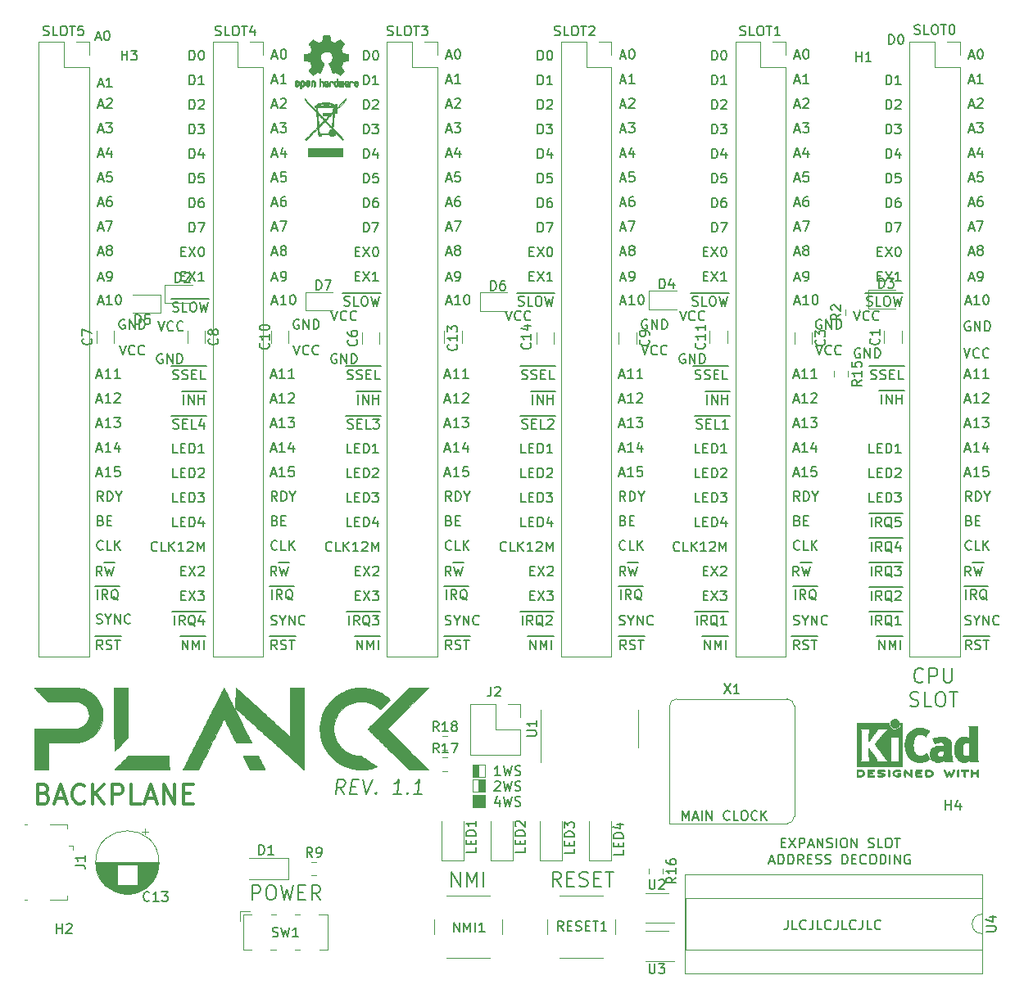
<source format=gbr>
G04 #@! TF.GenerationSoftware,KiCad,Pcbnew,(5.1.6-0-10_14)*
G04 #@! TF.CreationDate,2021-03-04T13:25:14+01:00*
G04 #@! TF.ProjectId,backplane,6261636b-706c-4616-9e65-2e6b69636164,rev?*
G04 #@! TF.SameCoordinates,Original*
G04 #@! TF.FileFunction,Legend,Top*
G04 #@! TF.FilePolarity,Positive*
%FSLAX46Y46*%
G04 Gerber Fmt 4.6, Leading zero omitted, Abs format (unit mm)*
G04 Created by KiCad (PCBNEW (5.1.6-0-10_14)) date 2021-03-04 13:25:14*
%MOMM*%
%LPD*%
G01*
G04 APERTURE LIST*
%ADD10C,0.150000*%
%ADD11C,0.100000*%
%ADD12C,0.120000*%
%ADD13C,0.200000*%
%ADD14C,0.300000*%
%ADD15C,0.010000*%
G04 APERTURE END LIST*
D10*
X97760404Y-31059500D02*
X97665166Y-31011880D01*
X97522309Y-31011880D01*
X97379452Y-31059500D01*
X97284214Y-31154738D01*
X97236595Y-31249976D01*
X97188976Y-31440452D01*
X97188976Y-31583309D01*
X97236595Y-31773785D01*
X97284214Y-31869023D01*
X97379452Y-31964261D01*
X97522309Y-32011880D01*
X97617547Y-32011880D01*
X97760404Y-31964261D01*
X97808023Y-31916642D01*
X97808023Y-31583309D01*
X97617547Y-31583309D01*
X98236595Y-32011880D02*
X98236595Y-31011880D01*
X98808023Y-32011880D01*
X98808023Y-31011880D01*
X99284214Y-32011880D02*
X99284214Y-31011880D01*
X99522309Y-31011880D01*
X99665166Y-31059500D01*
X99760404Y-31154738D01*
X99808023Y-31249976D01*
X99855642Y-31440452D01*
X99855642Y-31583309D01*
X99808023Y-31773785D01*
X99760404Y-31869023D01*
X99665166Y-31964261D01*
X99522309Y-32011880D01*
X99284214Y-32011880D01*
X97123238Y-33805880D02*
X97456571Y-34805880D01*
X97789904Y-33805880D01*
X98694666Y-34710642D02*
X98647047Y-34758261D01*
X98504190Y-34805880D01*
X98408952Y-34805880D01*
X98266095Y-34758261D01*
X98170857Y-34663023D01*
X98123238Y-34567785D01*
X98075619Y-34377309D01*
X98075619Y-34234452D01*
X98123238Y-34043976D01*
X98170857Y-33948738D01*
X98266095Y-33853500D01*
X98408952Y-33805880D01*
X98504190Y-33805880D01*
X98647047Y-33853500D01*
X98694666Y-33901119D01*
X99694666Y-34710642D02*
X99647047Y-34758261D01*
X99504190Y-34805880D01*
X99408952Y-34805880D01*
X99266095Y-34758261D01*
X99170857Y-34663023D01*
X99123238Y-34567785D01*
X99075619Y-34377309D01*
X99075619Y-34234452D01*
X99123238Y-34043976D01*
X99170857Y-33948738D01*
X99266095Y-33853500D01*
X99408952Y-33805880D01*
X99504190Y-33805880D01*
X99647047Y-33853500D01*
X99694666Y-33901119D01*
X49117357Y-80494214D02*
X49117357Y-81160880D01*
X48879261Y-80113261D02*
X48641166Y-80827547D01*
X49260214Y-80827547D01*
X49545928Y-80160880D02*
X49784023Y-81160880D01*
X49974500Y-80446595D01*
X50164976Y-81160880D01*
X50403071Y-80160880D01*
X50736404Y-81113261D02*
X50879261Y-81160880D01*
X51117357Y-81160880D01*
X51212595Y-81113261D01*
X51260214Y-81065642D01*
X51307833Y-80970404D01*
X51307833Y-80875166D01*
X51260214Y-80779928D01*
X51212595Y-80732309D01*
X51117357Y-80684690D01*
X50926880Y-80637071D01*
X50831642Y-80589452D01*
X50784023Y-80541833D01*
X50736404Y-80446595D01*
X50736404Y-80351357D01*
X50784023Y-80256119D01*
X50831642Y-80208500D01*
X50926880Y-80160880D01*
X51164976Y-80160880D01*
X51307833Y-80208500D01*
D11*
G36*
X47625000Y-81280000D02*
G01*
X46355000Y-81280000D01*
X46355000Y-80010000D01*
X47625000Y-80010000D01*
X47625000Y-81280000D01*
G37*
X47625000Y-81280000D02*
X46355000Y-81280000D01*
X46355000Y-80010000D01*
X47625000Y-80010000D01*
X47625000Y-81280000D01*
D10*
X48641166Y-78668619D02*
X48688785Y-78621000D01*
X48784023Y-78573380D01*
X49022119Y-78573380D01*
X49117357Y-78621000D01*
X49164976Y-78668619D01*
X49212595Y-78763857D01*
X49212595Y-78859095D01*
X49164976Y-79001952D01*
X48593547Y-79573380D01*
X49212595Y-79573380D01*
X49545928Y-78573380D02*
X49784023Y-79573380D01*
X49974500Y-78859095D01*
X50164976Y-79573380D01*
X50403071Y-78573380D01*
X50736404Y-79525761D02*
X50879261Y-79573380D01*
X51117357Y-79573380D01*
X51212595Y-79525761D01*
X51260214Y-79478142D01*
X51307833Y-79382904D01*
X51307833Y-79287666D01*
X51260214Y-79192428D01*
X51212595Y-79144809D01*
X51117357Y-79097190D01*
X50926880Y-79049571D01*
X50831642Y-79001952D01*
X50784023Y-78954333D01*
X50736404Y-78859095D01*
X50736404Y-78763857D01*
X50784023Y-78668619D01*
X50831642Y-78621000D01*
X50926880Y-78573380D01*
X51164976Y-78573380D01*
X51307833Y-78621000D01*
D12*
X46355000Y-79692500D02*
X46990000Y-79692500D01*
X46355000Y-78422500D02*
X46355000Y-79692500D01*
X46990000Y-78422500D02*
X46355000Y-78422500D01*
D11*
G36*
X47625000Y-79692500D02*
G01*
X46990000Y-79692500D01*
X46990000Y-78422500D01*
X47625000Y-78422500D01*
X47625000Y-79692500D01*
G37*
X47625000Y-79692500D02*
X46990000Y-79692500D01*
X46990000Y-78422500D01*
X47625000Y-78422500D01*
X47625000Y-79692500D01*
D12*
X47625000Y-78105000D02*
X46990000Y-78105000D01*
X47625000Y-76835000D02*
X47625000Y-78105000D01*
X46990000Y-76835000D02*
X47625000Y-76835000D01*
D11*
G36*
X46990000Y-78105000D02*
G01*
X46355000Y-78105000D01*
X46355000Y-76835000D01*
X46990000Y-76835000D01*
X46990000Y-78105000D01*
G37*
X46990000Y-78105000D02*
X46355000Y-78105000D01*
X46355000Y-76835000D01*
X46990000Y-76835000D01*
X46990000Y-78105000D01*
D10*
X49212595Y-77985880D02*
X48641166Y-77985880D01*
X48926880Y-77985880D02*
X48926880Y-76985880D01*
X48831642Y-77128738D01*
X48736404Y-77223976D01*
X48641166Y-77271595D01*
X49545928Y-76985880D02*
X49784023Y-77985880D01*
X49974500Y-77271595D01*
X50164976Y-77985880D01*
X50403071Y-76985880D01*
X50736404Y-77938261D02*
X50879261Y-77985880D01*
X51117357Y-77985880D01*
X51212595Y-77938261D01*
X51260214Y-77890642D01*
X51307833Y-77795404D01*
X51307833Y-77700166D01*
X51260214Y-77604928D01*
X51212595Y-77557309D01*
X51117357Y-77509690D01*
X50926880Y-77462071D01*
X50831642Y-77414452D01*
X50784023Y-77366833D01*
X50736404Y-77271595D01*
X50736404Y-77176357D01*
X50784023Y-77081119D01*
X50831642Y-77033500D01*
X50926880Y-76985880D01*
X51164976Y-76985880D01*
X51307833Y-77033500D01*
X16229071Y-59364571D02*
X16562404Y-59364571D01*
X16705261Y-59888380D02*
X16229071Y-59888380D01*
X16229071Y-58888380D01*
X16705261Y-58888380D01*
X17038595Y-58888380D02*
X17705261Y-59888380D01*
X17705261Y-58888380D02*
X17038595Y-59888380D01*
X17990976Y-58888380D02*
X18610023Y-58888380D01*
X18276690Y-59269333D01*
X18419547Y-59269333D01*
X18514785Y-59316952D01*
X18562404Y-59364571D01*
X18610023Y-59459809D01*
X18610023Y-59697904D01*
X18562404Y-59793142D01*
X18514785Y-59840761D01*
X18419547Y-59888380D01*
X18133833Y-59888380D01*
X18038595Y-59840761D01*
X17990976Y-59793142D01*
X16229071Y-56824571D02*
X16562404Y-56824571D01*
X16705261Y-57348380D02*
X16229071Y-57348380D01*
X16229071Y-56348380D01*
X16705261Y-56348380D01*
X17038595Y-56348380D02*
X17705261Y-57348380D01*
X17705261Y-56348380D02*
X17038595Y-57348380D01*
X18038595Y-56443619D02*
X18086214Y-56396000D01*
X18181452Y-56348380D01*
X18419547Y-56348380D01*
X18514785Y-56396000D01*
X18562404Y-56443619D01*
X18610023Y-56538857D01*
X18610023Y-56634095D01*
X18562404Y-56776952D01*
X17990976Y-57348380D01*
X18610023Y-57348380D01*
X34263071Y-59364571D02*
X34596404Y-59364571D01*
X34739261Y-59888380D02*
X34263071Y-59888380D01*
X34263071Y-58888380D01*
X34739261Y-58888380D01*
X35072595Y-58888380D02*
X35739261Y-59888380D01*
X35739261Y-58888380D02*
X35072595Y-59888380D01*
X36024976Y-58888380D02*
X36644023Y-58888380D01*
X36310690Y-59269333D01*
X36453547Y-59269333D01*
X36548785Y-59316952D01*
X36596404Y-59364571D01*
X36644023Y-59459809D01*
X36644023Y-59697904D01*
X36596404Y-59793142D01*
X36548785Y-59840761D01*
X36453547Y-59888380D01*
X36167833Y-59888380D01*
X36072595Y-59840761D01*
X36024976Y-59793142D01*
X34263071Y-56824571D02*
X34596404Y-56824571D01*
X34739261Y-57348380D02*
X34263071Y-57348380D01*
X34263071Y-56348380D01*
X34739261Y-56348380D01*
X35072595Y-56348380D02*
X35739261Y-57348380D01*
X35739261Y-56348380D02*
X35072595Y-57348380D01*
X36072595Y-56443619D02*
X36120214Y-56396000D01*
X36215452Y-56348380D01*
X36453547Y-56348380D01*
X36548785Y-56396000D01*
X36596404Y-56443619D01*
X36644023Y-56538857D01*
X36644023Y-56634095D01*
X36596404Y-56776952D01*
X36024976Y-57348380D01*
X36644023Y-57348380D01*
X52297071Y-59364571D02*
X52630404Y-59364571D01*
X52773261Y-59888380D02*
X52297071Y-59888380D01*
X52297071Y-58888380D01*
X52773261Y-58888380D01*
X53106595Y-58888380D02*
X53773261Y-59888380D01*
X53773261Y-58888380D02*
X53106595Y-59888380D01*
X54058976Y-58888380D02*
X54678023Y-58888380D01*
X54344690Y-59269333D01*
X54487547Y-59269333D01*
X54582785Y-59316952D01*
X54630404Y-59364571D01*
X54678023Y-59459809D01*
X54678023Y-59697904D01*
X54630404Y-59793142D01*
X54582785Y-59840761D01*
X54487547Y-59888380D01*
X54201833Y-59888380D01*
X54106595Y-59840761D01*
X54058976Y-59793142D01*
X52297071Y-56824571D02*
X52630404Y-56824571D01*
X52773261Y-57348380D02*
X52297071Y-57348380D01*
X52297071Y-56348380D01*
X52773261Y-56348380D01*
X53106595Y-56348380D02*
X53773261Y-57348380D01*
X53773261Y-56348380D02*
X53106595Y-57348380D01*
X54106595Y-56443619D02*
X54154214Y-56396000D01*
X54249452Y-56348380D01*
X54487547Y-56348380D01*
X54582785Y-56396000D01*
X54630404Y-56443619D01*
X54678023Y-56538857D01*
X54678023Y-56634095D01*
X54630404Y-56776952D01*
X54058976Y-57348380D01*
X54678023Y-57348380D01*
D13*
X68056666Y-82621380D02*
X68056666Y-81621380D01*
X68390000Y-82335666D01*
X68723333Y-81621380D01*
X68723333Y-82621380D01*
X69151904Y-82335666D02*
X69628095Y-82335666D01*
X69056666Y-82621380D02*
X69390000Y-81621380D01*
X69723333Y-82621380D01*
X70056666Y-82621380D02*
X70056666Y-81621380D01*
X70532857Y-82621380D02*
X70532857Y-81621380D01*
X71104285Y-82621380D01*
X71104285Y-81621380D01*
X72913809Y-82526142D02*
X72866190Y-82573761D01*
X72723333Y-82621380D01*
X72628095Y-82621380D01*
X72485238Y-82573761D01*
X72390000Y-82478523D01*
X72342380Y-82383285D01*
X72294761Y-82192809D01*
X72294761Y-82049952D01*
X72342380Y-81859476D01*
X72390000Y-81764238D01*
X72485238Y-81669000D01*
X72628095Y-81621380D01*
X72723333Y-81621380D01*
X72866190Y-81669000D01*
X72913809Y-81716619D01*
X73818571Y-82621380D02*
X73342380Y-82621380D01*
X73342380Y-81621380D01*
X74342380Y-81621380D02*
X74532857Y-81621380D01*
X74628095Y-81669000D01*
X74723333Y-81764238D01*
X74770952Y-81954714D01*
X74770952Y-82288047D01*
X74723333Y-82478523D01*
X74628095Y-82573761D01*
X74532857Y-82621380D01*
X74342380Y-82621380D01*
X74247142Y-82573761D01*
X74151904Y-82478523D01*
X74104285Y-82288047D01*
X74104285Y-81954714D01*
X74151904Y-81764238D01*
X74247142Y-81669000D01*
X74342380Y-81621380D01*
X75770952Y-82526142D02*
X75723333Y-82573761D01*
X75580476Y-82621380D01*
X75485238Y-82621380D01*
X75342380Y-82573761D01*
X75247142Y-82478523D01*
X75199523Y-82383285D01*
X75151904Y-82192809D01*
X75151904Y-82049952D01*
X75199523Y-81859476D01*
X75247142Y-81764238D01*
X75342380Y-81669000D01*
X75485238Y-81621380D01*
X75580476Y-81621380D01*
X75723333Y-81669000D01*
X75770952Y-81716619D01*
X76199523Y-82621380D02*
X76199523Y-81621380D01*
X76770952Y-82621380D02*
X76342380Y-82049952D01*
X76770952Y-81621380D02*
X76199523Y-82192809D01*
X78256571Y-84930571D02*
X78589904Y-84930571D01*
X78732761Y-85454380D02*
X78256571Y-85454380D01*
X78256571Y-84454380D01*
X78732761Y-84454380D01*
X79066095Y-84454380D02*
X79732761Y-85454380D01*
X79732761Y-84454380D02*
X79066095Y-85454380D01*
X80113714Y-85454380D02*
X80113714Y-84454380D01*
X80494666Y-84454380D01*
X80589904Y-84502000D01*
X80637523Y-84549619D01*
X80685142Y-84644857D01*
X80685142Y-84787714D01*
X80637523Y-84882952D01*
X80589904Y-84930571D01*
X80494666Y-84978190D01*
X80113714Y-84978190D01*
X81066095Y-85168666D02*
X81542285Y-85168666D01*
X80970857Y-85454380D02*
X81304190Y-84454380D01*
X81637523Y-85454380D01*
X81970857Y-85454380D02*
X81970857Y-84454380D01*
X82542285Y-85454380D01*
X82542285Y-84454380D01*
X82970857Y-85406761D02*
X83113714Y-85454380D01*
X83351809Y-85454380D01*
X83447047Y-85406761D01*
X83494666Y-85359142D01*
X83542285Y-85263904D01*
X83542285Y-85168666D01*
X83494666Y-85073428D01*
X83447047Y-85025809D01*
X83351809Y-84978190D01*
X83161333Y-84930571D01*
X83066095Y-84882952D01*
X83018476Y-84835333D01*
X82970857Y-84740095D01*
X82970857Y-84644857D01*
X83018476Y-84549619D01*
X83066095Y-84502000D01*
X83161333Y-84454380D01*
X83399428Y-84454380D01*
X83542285Y-84502000D01*
X83970857Y-85454380D02*
X83970857Y-84454380D01*
X84637523Y-84454380D02*
X84828000Y-84454380D01*
X84923238Y-84502000D01*
X85018476Y-84597238D01*
X85066095Y-84787714D01*
X85066095Y-85121047D01*
X85018476Y-85311523D01*
X84923238Y-85406761D01*
X84828000Y-85454380D01*
X84637523Y-85454380D01*
X84542285Y-85406761D01*
X84447047Y-85311523D01*
X84399428Y-85121047D01*
X84399428Y-84787714D01*
X84447047Y-84597238D01*
X84542285Y-84502000D01*
X84637523Y-84454380D01*
X85494666Y-85454380D02*
X85494666Y-84454380D01*
X86066095Y-85454380D01*
X86066095Y-84454380D01*
X87256571Y-85406761D02*
X87399428Y-85454380D01*
X87637523Y-85454380D01*
X87732761Y-85406761D01*
X87780380Y-85359142D01*
X87828000Y-85263904D01*
X87828000Y-85168666D01*
X87780380Y-85073428D01*
X87732761Y-85025809D01*
X87637523Y-84978190D01*
X87447047Y-84930571D01*
X87351809Y-84882952D01*
X87304190Y-84835333D01*
X87256571Y-84740095D01*
X87256571Y-84644857D01*
X87304190Y-84549619D01*
X87351809Y-84502000D01*
X87447047Y-84454380D01*
X87685142Y-84454380D01*
X87828000Y-84502000D01*
X88732761Y-85454380D02*
X88256571Y-85454380D01*
X88256571Y-84454380D01*
X89256571Y-84454380D02*
X89447047Y-84454380D01*
X89542285Y-84502000D01*
X89637523Y-84597238D01*
X89685142Y-84787714D01*
X89685142Y-85121047D01*
X89637523Y-85311523D01*
X89542285Y-85406761D01*
X89447047Y-85454380D01*
X89256571Y-85454380D01*
X89161333Y-85406761D01*
X89066095Y-85311523D01*
X89018476Y-85121047D01*
X89018476Y-84787714D01*
X89066095Y-84597238D01*
X89161333Y-84502000D01*
X89256571Y-84454380D01*
X89970857Y-84454380D02*
X90542285Y-84454380D01*
X90256571Y-85454380D02*
X90256571Y-84454380D01*
X77066095Y-86868666D02*
X77542285Y-86868666D01*
X76970857Y-87154380D02*
X77304190Y-86154380D01*
X77637523Y-87154380D01*
X77970857Y-87154380D02*
X77970857Y-86154380D01*
X78208952Y-86154380D01*
X78351809Y-86202000D01*
X78447047Y-86297238D01*
X78494666Y-86392476D01*
X78542285Y-86582952D01*
X78542285Y-86725809D01*
X78494666Y-86916285D01*
X78447047Y-87011523D01*
X78351809Y-87106761D01*
X78208952Y-87154380D01*
X77970857Y-87154380D01*
X78970857Y-87154380D02*
X78970857Y-86154380D01*
X79208952Y-86154380D01*
X79351809Y-86202000D01*
X79447047Y-86297238D01*
X79494666Y-86392476D01*
X79542285Y-86582952D01*
X79542285Y-86725809D01*
X79494666Y-86916285D01*
X79447047Y-87011523D01*
X79351809Y-87106761D01*
X79208952Y-87154380D01*
X78970857Y-87154380D01*
X80542285Y-87154380D02*
X80208952Y-86678190D01*
X79970857Y-87154380D02*
X79970857Y-86154380D01*
X80351809Y-86154380D01*
X80447047Y-86202000D01*
X80494666Y-86249619D01*
X80542285Y-86344857D01*
X80542285Y-86487714D01*
X80494666Y-86582952D01*
X80447047Y-86630571D01*
X80351809Y-86678190D01*
X79970857Y-86678190D01*
X80970857Y-86630571D02*
X81304190Y-86630571D01*
X81447047Y-87154380D02*
X80970857Y-87154380D01*
X80970857Y-86154380D01*
X81447047Y-86154380D01*
X81828000Y-87106761D02*
X81970857Y-87154380D01*
X82208952Y-87154380D01*
X82304190Y-87106761D01*
X82351809Y-87059142D01*
X82399428Y-86963904D01*
X82399428Y-86868666D01*
X82351809Y-86773428D01*
X82304190Y-86725809D01*
X82208952Y-86678190D01*
X82018476Y-86630571D01*
X81923238Y-86582952D01*
X81875619Y-86535333D01*
X81828000Y-86440095D01*
X81828000Y-86344857D01*
X81875619Y-86249619D01*
X81923238Y-86202000D01*
X82018476Y-86154380D01*
X82256571Y-86154380D01*
X82399428Y-86202000D01*
X82780380Y-87106761D02*
X82923238Y-87154380D01*
X83161333Y-87154380D01*
X83256571Y-87106761D01*
X83304190Y-87059142D01*
X83351809Y-86963904D01*
X83351809Y-86868666D01*
X83304190Y-86773428D01*
X83256571Y-86725809D01*
X83161333Y-86678190D01*
X82970857Y-86630571D01*
X82875619Y-86582952D01*
X82828000Y-86535333D01*
X82780380Y-86440095D01*
X82780380Y-86344857D01*
X82828000Y-86249619D01*
X82875619Y-86202000D01*
X82970857Y-86154380D01*
X83208952Y-86154380D01*
X83351809Y-86202000D01*
X84542285Y-87154380D02*
X84542285Y-86154380D01*
X84780380Y-86154380D01*
X84923238Y-86202000D01*
X85018476Y-86297238D01*
X85066095Y-86392476D01*
X85113714Y-86582952D01*
X85113714Y-86725809D01*
X85066095Y-86916285D01*
X85018476Y-87011523D01*
X84923238Y-87106761D01*
X84780380Y-87154380D01*
X84542285Y-87154380D01*
X85542285Y-86630571D02*
X85875619Y-86630571D01*
X86018476Y-87154380D02*
X85542285Y-87154380D01*
X85542285Y-86154380D01*
X86018476Y-86154380D01*
X87018476Y-87059142D02*
X86970857Y-87106761D01*
X86828000Y-87154380D01*
X86732761Y-87154380D01*
X86589904Y-87106761D01*
X86494666Y-87011523D01*
X86447047Y-86916285D01*
X86399428Y-86725809D01*
X86399428Y-86582952D01*
X86447047Y-86392476D01*
X86494666Y-86297238D01*
X86589904Y-86202000D01*
X86732761Y-86154380D01*
X86828000Y-86154380D01*
X86970857Y-86202000D01*
X87018476Y-86249619D01*
X87637523Y-86154380D02*
X87828000Y-86154380D01*
X87923238Y-86202000D01*
X88018476Y-86297238D01*
X88066095Y-86487714D01*
X88066095Y-86821047D01*
X88018476Y-87011523D01*
X87923238Y-87106761D01*
X87828000Y-87154380D01*
X87637523Y-87154380D01*
X87542285Y-87106761D01*
X87447047Y-87011523D01*
X87399428Y-86821047D01*
X87399428Y-86487714D01*
X87447047Y-86297238D01*
X87542285Y-86202000D01*
X87637523Y-86154380D01*
X88494666Y-87154380D02*
X88494666Y-86154380D01*
X88732761Y-86154380D01*
X88875619Y-86202000D01*
X88970857Y-86297238D01*
X89018476Y-86392476D01*
X89066095Y-86582952D01*
X89066095Y-86725809D01*
X89018476Y-86916285D01*
X88970857Y-87011523D01*
X88875619Y-87106761D01*
X88732761Y-87154380D01*
X88494666Y-87154380D01*
X89494666Y-87154380D02*
X89494666Y-86154380D01*
X89970857Y-87154380D02*
X89970857Y-86154380D01*
X90542285Y-87154380D01*
X90542285Y-86154380D01*
X91542285Y-86202000D02*
X91447047Y-86154380D01*
X91304190Y-86154380D01*
X91161333Y-86202000D01*
X91066095Y-86297238D01*
X91018476Y-86392476D01*
X90970857Y-86582952D01*
X90970857Y-86725809D01*
X91018476Y-86916285D01*
X91066095Y-87011523D01*
X91161333Y-87106761D01*
X91304190Y-87154380D01*
X91399428Y-87154380D01*
X91542285Y-87106761D01*
X91589904Y-87059142D01*
X91589904Y-86725809D01*
X91399428Y-86725809D01*
D10*
X13752880Y-54713142D02*
X13705261Y-54760761D01*
X13562404Y-54808380D01*
X13467166Y-54808380D01*
X13324309Y-54760761D01*
X13229071Y-54665523D01*
X13181452Y-54570285D01*
X13133833Y-54379809D01*
X13133833Y-54236952D01*
X13181452Y-54046476D01*
X13229071Y-53951238D01*
X13324309Y-53856000D01*
X13467166Y-53808380D01*
X13562404Y-53808380D01*
X13705261Y-53856000D01*
X13752880Y-53903619D01*
X14657642Y-54808380D02*
X14181452Y-54808380D01*
X14181452Y-53808380D01*
X14990976Y-54808380D02*
X14990976Y-53808380D01*
X15562404Y-54808380D02*
X15133833Y-54236952D01*
X15562404Y-53808380D02*
X14990976Y-54379809D01*
X16514785Y-54808380D02*
X15943357Y-54808380D01*
X16229071Y-54808380D02*
X16229071Y-53808380D01*
X16133833Y-53951238D01*
X16038595Y-54046476D01*
X15943357Y-54094095D01*
X16895738Y-53903619D02*
X16943357Y-53856000D01*
X17038595Y-53808380D01*
X17276690Y-53808380D01*
X17371928Y-53856000D01*
X17419547Y-53903619D01*
X17467166Y-53998857D01*
X17467166Y-54094095D01*
X17419547Y-54236952D01*
X16848119Y-54808380D01*
X17467166Y-54808380D01*
X17895738Y-54808380D02*
X17895738Y-53808380D01*
X18229071Y-54522666D01*
X18562404Y-53808380D01*
X18562404Y-54808380D01*
X31786880Y-54713142D02*
X31739261Y-54760761D01*
X31596404Y-54808380D01*
X31501166Y-54808380D01*
X31358309Y-54760761D01*
X31263071Y-54665523D01*
X31215452Y-54570285D01*
X31167833Y-54379809D01*
X31167833Y-54236952D01*
X31215452Y-54046476D01*
X31263071Y-53951238D01*
X31358309Y-53856000D01*
X31501166Y-53808380D01*
X31596404Y-53808380D01*
X31739261Y-53856000D01*
X31786880Y-53903619D01*
X32691642Y-54808380D02*
X32215452Y-54808380D01*
X32215452Y-53808380D01*
X33024976Y-54808380D02*
X33024976Y-53808380D01*
X33596404Y-54808380D02*
X33167833Y-54236952D01*
X33596404Y-53808380D02*
X33024976Y-54379809D01*
X34548785Y-54808380D02*
X33977357Y-54808380D01*
X34263071Y-54808380D02*
X34263071Y-53808380D01*
X34167833Y-53951238D01*
X34072595Y-54046476D01*
X33977357Y-54094095D01*
X34929738Y-53903619D02*
X34977357Y-53856000D01*
X35072595Y-53808380D01*
X35310690Y-53808380D01*
X35405928Y-53856000D01*
X35453547Y-53903619D01*
X35501166Y-53998857D01*
X35501166Y-54094095D01*
X35453547Y-54236952D01*
X34882119Y-54808380D01*
X35501166Y-54808380D01*
X35929738Y-54808380D02*
X35929738Y-53808380D01*
X36263071Y-54522666D01*
X36596404Y-53808380D01*
X36596404Y-54808380D01*
X49820880Y-54713142D02*
X49773261Y-54760761D01*
X49630404Y-54808380D01*
X49535166Y-54808380D01*
X49392309Y-54760761D01*
X49297071Y-54665523D01*
X49249452Y-54570285D01*
X49201833Y-54379809D01*
X49201833Y-54236952D01*
X49249452Y-54046476D01*
X49297071Y-53951238D01*
X49392309Y-53856000D01*
X49535166Y-53808380D01*
X49630404Y-53808380D01*
X49773261Y-53856000D01*
X49820880Y-53903619D01*
X50725642Y-54808380D02*
X50249452Y-54808380D01*
X50249452Y-53808380D01*
X51058976Y-54808380D02*
X51058976Y-53808380D01*
X51630404Y-54808380D02*
X51201833Y-54236952D01*
X51630404Y-53808380D02*
X51058976Y-54379809D01*
X52582785Y-54808380D02*
X52011357Y-54808380D01*
X52297071Y-54808380D02*
X52297071Y-53808380D01*
X52201833Y-53951238D01*
X52106595Y-54046476D01*
X52011357Y-54094095D01*
X52963738Y-53903619D02*
X53011357Y-53856000D01*
X53106595Y-53808380D01*
X53344690Y-53808380D01*
X53439928Y-53856000D01*
X53487547Y-53903619D01*
X53535166Y-53998857D01*
X53535166Y-54094095D01*
X53487547Y-54236952D01*
X52916119Y-54808380D01*
X53535166Y-54808380D01*
X53963738Y-54808380D02*
X53963738Y-53808380D01*
X54297071Y-54522666D01*
X54630404Y-53808380D01*
X54630404Y-54808380D01*
D13*
X78946952Y-92924380D02*
X78946952Y-93638666D01*
X78899333Y-93781523D01*
X78804095Y-93876761D01*
X78661238Y-93924380D01*
X78566000Y-93924380D01*
X79899333Y-93924380D02*
X79423142Y-93924380D01*
X79423142Y-92924380D01*
X80804095Y-93829142D02*
X80756476Y-93876761D01*
X80613619Y-93924380D01*
X80518380Y-93924380D01*
X80375523Y-93876761D01*
X80280285Y-93781523D01*
X80232666Y-93686285D01*
X80185047Y-93495809D01*
X80185047Y-93352952D01*
X80232666Y-93162476D01*
X80280285Y-93067238D01*
X80375523Y-92972000D01*
X80518380Y-92924380D01*
X80613619Y-92924380D01*
X80756476Y-92972000D01*
X80804095Y-93019619D01*
X81518380Y-92924380D02*
X81518380Y-93638666D01*
X81470761Y-93781523D01*
X81375523Y-93876761D01*
X81232666Y-93924380D01*
X81137428Y-93924380D01*
X82470761Y-93924380D02*
X81994571Y-93924380D01*
X81994571Y-92924380D01*
X83375523Y-93829142D02*
X83327904Y-93876761D01*
X83185047Y-93924380D01*
X83089809Y-93924380D01*
X82946952Y-93876761D01*
X82851714Y-93781523D01*
X82804095Y-93686285D01*
X82756476Y-93495809D01*
X82756476Y-93352952D01*
X82804095Y-93162476D01*
X82851714Y-93067238D01*
X82946952Y-92972000D01*
X83089809Y-92924380D01*
X83185047Y-92924380D01*
X83327904Y-92972000D01*
X83375523Y-93019619D01*
X84089809Y-92924380D02*
X84089809Y-93638666D01*
X84042190Y-93781523D01*
X83946952Y-93876761D01*
X83804095Y-93924380D01*
X83708857Y-93924380D01*
X85042190Y-93924380D02*
X84566000Y-93924380D01*
X84566000Y-92924380D01*
X85946952Y-93829142D02*
X85899333Y-93876761D01*
X85756476Y-93924380D01*
X85661238Y-93924380D01*
X85518380Y-93876761D01*
X85423142Y-93781523D01*
X85375523Y-93686285D01*
X85327904Y-93495809D01*
X85327904Y-93352952D01*
X85375523Y-93162476D01*
X85423142Y-93067238D01*
X85518380Y-92972000D01*
X85661238Y-92924380D01*
X85756476Y-92924380D01*
X85899333Y-92972000D01*
X85946952Y-93019619D01*
X86661238Y-92924380D02*
X86661238Y-93638666D01*
X86613619Y-93781523D01*
X86518380Y-93876761D01*
X86375523Y-93924380D01*
X86280285Y-93924380D01*
X87613619Y-93924380D02*
X87137428Y-93924380D01*
X87137428Y-92924380D01*
X88518380Y-93829142D02*
X88470761Y-93876761D01*
X88327904Y-93924380D01*
X88232666Y-93924380D01*
X88089809Y-93876761D01*
X87994571Y-93781523D01*
X87946952Y-93686285D01*
X87899333Y-93495809D01*
X87899333Y-93352952D01*
X87946952Y-93162476D01*
X87994571Y-93067238D01*
X88089809Y-92972000D01*
X88232666Y-92924380D01*
X88327904Y-92924380D01*
X88470761Y-92972000D01*
X88518380Y-93019619D01*
D10*
X15206452Y-35661000D02*
X16158833Y-35661000D01*
X15396928Y-36980761D02*
X15539785Y-37028380D01*
X15777880Y-37028380D01*
X15873119Y-36980761D01*
X15920738Y-36933142D01*
X15968357Y-36837904D01*
X15968357Y-36742666D01*
X15920738Y-36647428D01*
X15873119Y-36599809D01*
X15777880Y-36552190D01*
X15587404Y-36504571D01*
X15492166Y-36456952D01*
X15444547Y-36409333D01*
X15396928Y-36314095D01*
X15396928Y-36218857D01*
X15444547Y-36123619D01*
X15492166Y-36076000D01*
X15587404Y-36028380D01*
X15825500Y-36028380D01*
X15968357Y-36076000D01*
X16158833Y-35661000D02*
X17111214Y-35661000D01*
X16349309Y-36980761D02*
X16492166Y-37028380D01*
X16730261Y-37028380D01*
X16825500Y-36980761D01*
X16873119Y-36933142D01*
X16920738Y-36837904D01*
X16920738Y-36742666D01*
X16873119Y-36647428D01*
X16825500Y-36599809D01*
X16730261Y-36552190D01*
X16539785Y-36504571D01*
X16444547Y-36456952D01*
X16396928Y-36409333D01*
X16349309Y-36314095D01*
X16349309Y-36218857D01*
X16396928Y-36123619D01*
X16444547Y-36076000D01*
X16539785Y-36028380D01*
X16777880Y-36028380D01*
X16920738Y-36076000D01*
X17111214Y-35661000D02*
X18015976Y-35661000D01*
X17349309Y-36504571D02*
X17682642Y-36504571D01*
X17825500Y-37028380D02*
X17349309Y-37028380D01*
X17349309Y-36028380D01*
X17825500Y-36028380D01*
X18015976Y-35661000D02*
X18825500Y-35661000D01*
X18730261Y-37028380D02*
X18254071Y-37028380D01*
X18254071Y-36028380D01*
X33240452Y-35661000D02*
X34192833Y-35661000D01*
X33430928Y-36980761D02*
X33573785Y-37028380D01*
X33811880Y-37028380D01*
X33907119Y-36980761D01*
X33954738Y-36933142D01*
X34002357Y-36837904D01*
X34002357Y-36742666D01*
X33954738Y-36647428D01*
X33907119Y-36599809D01*
X33811880Y-36552190D01*
X33621404Y-36504571D01*
X33526166Y-36456952D01*
X33478547Y-36409333D01*
X33430928Y-36314095D01*
X33430928Y-36218857D01*
X33478547Y-36123619D01*
X33526166Y-36076000D01*
X33621404Y-36028380D01*
X33859500Y-36028380D01*
X34002357Y-36076000D01*
X34192833Y-35661000D02*
X35145214Y-35661000D01*
X34383309Y-36980761D02*
X34526166Y-37028380D01*
X34764261Y-37028380D01*
X34859500Y-36980761D01*
X34907119Y-36933142D01*
X34954738Y-36837904D01*
X34954738Y-36742666D01*
X34907119Y-36647428D01*
X34859500Y-36599809D01*
X34764261Y-36552190D01*
X34573785Y-36504571D01*
X34478547Y-36456952D01*
X34430928Y-36409333D01*
X34383309Y-36314095D01*
X34383309Y-36218857D01*
X34430928Y-36123619D01*
X34478547Y-36076000D01*
X34573785Y-36028380D01*
X34811880Y-36028380D01*
X34954738Y-36076000D01*
X35145214Y-35661000D02*
X36049976Y-35661000D01*
X35383309Y-36504571D02*
X35716642Y-36504571D01*
X35859500Y-37028380D02*
X35383309Y-37028380D01*
X35383309Y-36028380D01*
X35859500Y-36028380D01*
X36049976Y-35661000D02*
X36859500Y-35661000D01*
X36764261Y-37028380D02*
X36288071Y-37028380D01*
X36288071Y-36028380D01*
X51274452Y-35661000D02*
X52226833Y-35661000D01*
X51464928Y-36980761D02*
X51607785Y-37028380D01*
X51845880Y-37028380D01*
X51941119Y-36980761D01*
X51988738Y-36933142D01*
X52036357Y-36837904D01*
X52036357Y-36742666D01*
X51988738Y-36647428D01*
X51941119Y-36599809D01*
X51845880Y-36552190D01*
X51655404Y-36504571D01*
X51560166Y-36456952D01*
X51512547Y-36409333D01*
X51464928Y-36314095D01*
X51464928Y-36218857D01*
X51512547Y-36123619D01*
X51560166Y-36076000D01*
X51655404Y-36028380D01*
X51893500Y-36028380D01*
X52036357Y-36076000D01*
X52226833Y-35661000D02*
X53179214Y-35661000D01*
X52417309Y-36980761D02*
X52560166Y-37028380D01*
X52798261Y-37028380D01*
X52893500Y-36980761D01*
X52941119Y-36933142D01*
X52988738Y-36837904D01*
X52988738Y-36742666D01*
X52941119Y-36647428D01*
X52893500Y-36599809D01*
X52798261Y-36552190D01*
X52607785Y-36504571D01*
X52512547Y-36456952D01*
X52464928Y-36409333D01*
X52417309Y-36314095D01*
X52417309Y-36218857D01*
X52464928Y-36123619D01*
X52512547Y-36076000D01*
X52607785Y-36028380D01*
X52845880Y-36028380D01*
X52988738Y-36076000D01*
X53179214Y-35661000D02*
X54083976Y-35661000D01*
X53417309Y-36504571D02*
X53750642Y-36504571D01*
X53893500Y-37028380D02*
X53417309Y-37028380D01*
X53417309Y-36028380D01*
X53893500Y-36028380D01*
X54083976Y-35661000D02*
X54893500Y-35661000D01*
X54798261Y-37028380D02*
X54322071Y-37028380D01*
X54322071Y-36028380D01*
X69181452Y-35661000D02*
X70133833Y-35661000D01*
X69371928Y-36980761D02*
X69514785Y-37028380D01*
X69752880Y-37028380D01*
X69848119Y-36980761D01*
X69895738Y-36933142D01*
X69943357Y-36837904D01*
X69943357Y-36742666D01*
X69895738Y-36647428D01*
X69848119Y-36599809D01*
X69752880Y-36552190D01*
X69562404Y-36504571D01*
X69467166Y-36456952D01*
X69419547Y-36409333D01*
X69371928Y-36314095D01*
X69371928Y-36218857D01*
X69419547Y-36123619D01*
X69467166Y-36076000D01*
X69562404Y-36028380D01*
X69800500Y-36028380D01*
X69943357Y-36076000D01*
X70133833Y-35661000D02*
X71086214Y-35661000D01*
X70324309Y-36980761D02*
X70467166Y-37028380D01*
X70705261Y-37028380D01*
X70800500Y-36980761D01*
X70848119Y-36933142D01*
X70895738Y-36837904D01*
X70895738Y-36742666D01*
X70848119Y-36647428D01*
X70800500Y-36599809D01*
X70705261Y-36552190D01*
X70514785Y-36504571D01*
X70419547Y-36456952D01*
X70371928Y-36409333D01*
X70324309Y-36314095D01*
X70324309Y-36218857D01*
X70371928Y-36123619D01*
X70419547Y-36076000D01*
X70514785Y-36028380D01*
X70752880Y-36028380D01*
X70895738Y-36076000D01*
X71086214Y-35661000D02*
X71990976Y-35661000D01*
X71324309Y-36504571D02*
X71657642Y-36504571D01*
X71800500Y-37028380D02*
X71324309Y-37028380D01*
X71324309Y-36028380D01*
X71800500Y-36028380D01*
X71990976Y-35661000D02*
X72800500Y-35661000D01*
X72705261Y-37028380D02*
X72229071Y-37028380D01*
X72229071Y-36028380D01*
D13*
X92908571Y-68271714D02*
X92837142Y-68343142D01*
X92622857Y-68414571D01*
X92480000Y-68414571D01*
X92265714Y-68343142D01*
X92122857Y-68200285D01*
X92051428Y-68057428D01*
X91980000Y-67771714D01*
X91980000Y-67557428D01*
X92051428Y-67271714D01*
X92122857Y-67128857D01*
X92265714Y-66986000D01*
X92480000Y-66914571D01*
X92622857Y-66914571D01*
X92837142Y-66986000D01*
X92908571Y-67057428D01*
X93551428Y-68414571D02*
X93551428Y-66914571D01*
X94122857Y-66914571D01*
X94265714Y-66986000D01*
X94337142Y-67057428D01*
X94408571Y-67200285D01*
X94408571Y-67414571D01*
X94337142Y-67557428D01*
X94265714Y-67628857D01*
X94122857Y-67700285D01*
X93551428Y-67700285D01*
X95051428Y-66914571D02*
X95051428Y-68128857D01*
X95122857Y-68271714D01*
X95194285Y-68343142D01*
X95337142Y-68414571D01*
X95622857Y-68414571D01*
X95765714Y-68343142D01*
X95837142Y-68271714D01*
X95908571Y-68128857D01*
X95908571Y-66914571D01*
X91587142Y-70793142D02*
X91801428Y-70864571D01*
X92158571Y-70864571D01*
X92301428Y-70793142D01*
X92372857Y-70721714D01*
X92444285Y-70578857D01*
X92444285Y-70436000D01*
X92372857Y-70293142D01*
X92301428Y-70221714D01*
X92158571Y-70150285D01*
X91872857Y-70078857D01*
X91730000Y-70007428D01*
X91658571Y-69936000D01*
X91587142Y-69793142D01*
X91587142Y-69650285D01*
X91658571Y-69507428D01*
X91730000Y-69436000D01*
X91872857Y-69364571D01*
X92230000Y-69364571D01*
X92444285Y-69436000D01*
X93801428Y-70864571D02*
X93087142Y-70864571D01*
X93087142Y-69364571D01*
X94587142Y-69364571D02*
X94872857Y-69364571D01*
X95015714Y-69436000D01*
X95158571Y-69578857D01*
X95230000Y-69864571D01*
X95230000Y-70364571D01*
X95158571Y-70650285D01*
X95015714Y-70793142D01*
X94872857Y-70864571D01*
X94587142Y-70864571D01*
X94444285Y-70793142D01*
X94301428Y-70650285D01*
X94230000Y-70364571D01*
X94230000Y-69864571D01*
X94301428Y-69578857D01*
X94444285Y-69436000D01*
X94587142Y-69364571D01*
X95658571Y-69364571D02*
X96515714Y-69364571D01*
X96087142Y-70864571D02*
X96087142Y-69364571D01*
X33054535Y-79926571D02*
X32643821Y-79212285D01*
X32197392Y-79926571D02*
X32384892Y-78426571D01*
X32956321Y-78426571D01*
X33090249Y-78498000D01*
X33152749Y-78569428D01*
X33206321Y-78712285D01*
X33179535Y-78926571D01*
X33090249Y-79069428D01*
X33009892Y-79140857D01*
X32858107Y-79212285D01*
X32286678Y-79212285D01*
X33795607Y-79140857D02*
X34295607Y-79140857D01*
X34411678Y-79926571D02*
X33697392Y-79926571D01*
X33884892Y-78426571D01*
X34599178Y-78426571D01*
X35027750Y-78426571D02*
X35340250Y-79926571D01*
X36027750Y-78426571D01*
X36358107Y-79783714D02*
X36420607Y-79855142D01*
X36340250Y-79926571D01*
X36277750Y-79855142D01*
X36358107Y-79783714D01*
X36340250Y-79926571D01*
X38983107Y-79926571D02*
X38125964Y-79926571D01*
X38554535Y-79926571D02*
X38742035Y-78426571D01*
X38572392Y-78640857D01*
X38411678Y-78783714D01*
X38259892Y-78855142D01*
X39643821Y-79783714D02*
X39706321Y-79855142D01*
X39625964Y-79926571D01*
X39563464Y-79855142D01*
X39643821Y-79783714D01*
X39625964Y-79926571D01*
X41125964Y-79926571D02*
X40268821Y-79926571D01*
X40697392Y-79926571D02*
X40884892Y-78426571D01*
X40715250Y-78640857D01*
X40554535Y-78783714D01*
X40402750Y-78855142D01*
D10*
X8053023Y-57348380D02*
X7719690Y-56872190D01*
X7481595Y-57348380D02*
X7481595Y-56348380D01*
X7862547Y-56348380D01*
X7957785Y-56396000D01*
X8005404Y-56443619D01*
X8053023Y-56538857D01*
X8053023Y-56681714D01*
X8005404Y-56776952D01*
X7957785Y-56824571D01*
X7862547Y-56872190D01*
X7481595Y-56872190D01*
X8243500Y-55981000D02*
X9386357Y-55981000D01*
X8386357Y-56348380D02*
X8624452Y-57348380D01*
X8814928Y-56634095D01*
X9005404Y-57348380D01*
X9243500Y-56348380D01*
X26087023Y-57348380D02*
X25753690Y-56872190D01*
X25515595Y-57348380D02*
X25515595Y-56348380D01*
X25896547Y-56348380D01*
X25991785Y-56396000D01*
X26039404Y-56443619D01*
X26087023Y-56538857D01*
X26087023Y-56681714D01*
X26039404Y-56776952D01*
X25991785Y-56824571D01*
X25896547Y-56872190D01*
X25515595Y-56872190D01*
X26277500Y-55981000D02*
X27420357Y-55981000D01*
X26420357Y-56348380D02*
X26658452Y-57348380D01*
X26848928Y-56634095D01*
X27039404Y-57348380D01*
X27277500Y-56348380D01*
X44121023Y-57348380D02*
X43787690Y-56872190D01*
X43549595Y-57348380D02*
X43549595Y-56348380D01*
X43930547Y-56348380D01*
X44025785Y-56396000D01*
X44073404Y-56443619D01*
X44121023Y-56538857D01*
X44121023Y-56681714D01*
X44073404Y-56776952D01*
X44025785Y-56824571D01*
X43930547Y-56872190D01*
X43549595Y-56872190D01*
X44311500Y-55981000D02*
X45454357Y-55981000D01*
X44454357Y-56348380D02*
X44692452Y-57348380D01*
X44882928Y-56634095D01*
X45073404Y-57348380D01*
X45311500Y-56348380D01*
X97842023Y-57348380D02*
X97508690Y-56872190D01*
X97270595Y-57348380D02*
X97270595Y-56348380D01*
X97651547Y-56348380D01*
X97746785Y-56396000D01*
X97794404Y-56443619D01*
X97842023Y-56538857D01*
X97842023Y-56681714D01*
X97794404Y-56776952D01*
X97746785Y-56824571D01*
X97651547Y-56872190D01*
X97270595Y-56872190D01*
X98032500Y-55981000D02*
X99175357Y-55981000D01*
X98175357Y-56348380D02*
X98413452Y-57348380D01*
X98603928Y-56634095D01*
X98794404Y-57348380D01*
X99032500Y-56348380D01*
X80062023Y-57348380D02*
X79728690Y-56872190D01*
X79490595Y-57348380D02*
X79490595Y-56348380D01*
X79871547Y-56348380D01*
X79966785Y-56396000D01*
X80014404Y-56443619D01*
X80062023Y-56538857D01*
X80062023Y-56681714D01*
X80014404Y-56776952D01*
X79966785Y-56824571D01*
X79871547Y-56872190D01*
X79490595Y-56872190D01*
X80252500Y-55981000D02*
X81395357Y-55981000D01*
X80395357Y-56348380D02*
X80633452Y-57348380D01*
X80823928Y-56634095D01*
X81014404Y-57348380D01*
X81252500Y-56348380D01*
X87333309Y-55981000D02*
X87809500Y-55981000D01*
X87571404Y-57348380D02*
X87571404Y-56348380D01*
X87809500Y-55981000D02*
X88809500Y-55981000D01*
X88619023Y-57348380D02*
X88285690Y-56872190D01*
X88047595Y-57348380D02*
X88047595Y-56348380D01*
X88428547Y-56348380D01*
X88523785Y-56396000D01*
X88571404Y-56443619D01*
X88619023Y-56538857D01*
X88619023Y-56681714D01*
X88571404Y-56776952D01*
X88523785Y-56824571D01*
X88428547Y-56872190D01*
X88047595Y-56872190D01*
X88809500Y-55981000D02*
X89857119Y-55981000D01*
X89714261Y-57443619D02*
X89619023Y-57396000D01*
X89523785Y-57300761D01*
X89380928Y-57157904D01*
X89285690Y-57110285D01*
X89190452Y-57110285D01*
X89238071Y-57348380D02*
X89142833Y-57300761D01*
X89047595Y-57205523D01*
X88999976Y-57015047D01*
X88999976Y-56681714D01*
X89047595Y-56491238D01*
X89142833Y-56396000D01*
X89238071Y-56348380D01*
X89428547Y-56348380D01*
X89523785Y-56396000D01*
X89619023Y-56491238D01*
X89666642Y-56681714D01*
X89666642Y-57015047D01*
X89619023Y-57205523D01*
X89523785Y-57300761D01*
X89428547Y-57348380D01*
X89238071Y-57348380D01*
X89857119Y-55981000D02*
X90809500Y-55981000D01*
X89999976Y-56348380D02*
X90619023Y-56348380D01*
X90285690Y-56729333D01*
X90428547Y-56729333D01*
X90523785Y-56776952D01*
X90571404Y-56824571D01*
X90619023Y-56919809D01*
X90619023Y-57157904D01*
X90571404Y-57253142D01*
X90523785Y-57300761D01*
X90428547Y-57348380D01*
X90142833Y-57348380D01*
X90047595Y-57300761D01*
X89999976Y-57253142D01*
X87333309Y-53441000D02*
X87809500Y-53441000D01*
X87571404Y-54808380D02*
X87571404Y-53808380D01*
X87809500Y-53441000D02*
X88809500Y-53441000D01*
X88619023Y-54808380D02*
X88285690Y-54332190D01*
X88047595Y-54808380D02*
X88047595Y-53808380D01*
X88428547Y-53808380D01*
X88523785Y-53856000D01*
X88571404Y-53903619D01*
X88619023Y-53998857D01*
X88619023Y-54141714D01*
X88571404Y-54236952D01*
X88523785Y-54284571D01*
X88428547Y-54332190D01*
X88047595Y-54332190D01*
X88809500Y-53441000D02*
X89857119Y-53441000D01*
X89714261Y-54903619D02*
X89619023Y-54856000D01*
X89523785Y-54760761D01*
X89380928Y-54617904D01*
X89285690Y-54570285D01*
X89190452Y-54570285D01*
X89238071Y-54808380D02*
X89142833Y-54760761D01*
X89047595Y-54665523D01*
X88999976Y-54475047D01*
X88999976Y-54141714D01*
X89047595Y-53951238D01*
X89142833Y-53856000D01*
X89238071Y-53808380D01*
X89428547Y-53808380D01*
X89523785Y-53856000D01*
X89619023Y-53951238D01*
X89666642Y-54141714D01*
X89666642Y-54475047D01*
X89619023Y-54665523D01*
X89523785Y-54760761D01*
X89428547Y-54808380D01*
X89238071Y-54808380D01*
X89857119Y-53441000D02*
X90809500Y-53441000D01*
X90523785Y-54141714D02*
X90523785Y-54808380D01*
X90285690Y-53760761D02*
X90047595Y-54475047D01*
X90666642Y-54475047D01*
X87333309Y-61061000D02*
X87809500Y-61061000D01*
X87571404Y-62428380D02*
X87571404Y-61428380D01*
X87809500Y-61061000D02*
X88809500Y-61061000D01*
X88619023Y-62428380D02*
X88285690Y-61952190D01*
X88047595Y-62428380D02*
X88047595Y-61428380D01*
X88428547Y-61428380D01*
X88523785Y-61476000D01*
X88571404Y-61523619D01*
X88619023Y-61618857D01*
X88619023Y-61761714D01*
X88571404Y-61856952D01*
X88523785Y-61904571D01*
X88428547Y-61952190D01*
X88047595Y-61952190D01*
X88809500Y-61061000D02*
X89857119Y-61061000D01*
X89714261Y-62523619D02*
X89619023Y-62476000D01*
X89523785Y-62380761D01*
X89380928Y-62237904D01*
X89285690Y-62190285D01*
X89190452Y-62190285D01*
X89238071Y-62428380D02*
X89142833Y-62380761D01*
X89047595Y-62285523D01*
X88999976Y-62095047D01*
X88999976Y-61761714D01*
X89047595Y-61571238D01*
X89142833Y-61476000D01*
X89238071Y-61428380D01*
X89428547Y-61428380D01*
X89523785Y-61476000D01*
X89619023Y-61571238D01*
X89666642Y-61761714D01*
X89666642Y-62095047D01*
X89619023Y-62285523D01*
X89523785Y-62380761D01*
X89428547Y-62428380D01*
X89238071Y-62428380D01*
X89857119Y-61061000D02*
X90809500Y-61061000D01*
X90619023Y-62428380D02*
X90047595Y-62428380D01*
X90333309Y-62428380D02*
X90333309Y-61428380D01*
X90238071Y-61571238D01*
X90142833Y-61666476D01*
X90047595Y-61714095D01*
X87333309Y-58521000D02*
X87809500Y-58521000D01*
X87571404Y-59888380D02*
X87571404Y-58888380D01*
X87809500Y-58521000D02*
X88809500Y-58521000D01*
X88619023Y-59888380D02*
X88285690Y-59412190D01*
X88047595Y-59888380D02*
X88047595Y-58888380D01*
X88428547Y-58888380D01*
X88523785Y-58936000D01*
X88571404Y-58983619D01*
X88619023Y-59078857D01*
X88619023Y-59221714D01*
X88571404Y-59316952D01*
X88523785Y-59364571D01*
X88428547Y-59412190D01*
X88047595Y-59412190D01*
X88809500Y-58521000D02*
X89857119Y-58521000D01*
X89714261Y-59983619D02*
X89619023Y-59936000D01*
X89523785Y-59840761D01*
X89380928Y-59697904D01*
X89285690Y-59650285D01*
X89190452Y-59650285D01*
X89238071Y-59888380D02*
X89142833Y-59840761D01*
X89047595Y-59745523D01*
X88999976Y-59555047D01*
X88999976Y-59221714D01*
X89047595Y-59031238D01*
X89142833Y-58936000D01*
X89238071Y-58888380D01*
X89428547Y-58888380D01*
X89523785Y-58936000D01*
X89619023Y-59031238D01*
X89666642Y-59221714D01*
X89666642Y-59555047D01*
X89619023Y-59745523D01*
X89523785Y-59840761D01*
X89428547Y-59888380D01*
X89238071Y-59888380D01*
X89857119Y-58521000D02*
X90809500Y-58521000D01*
X90047595Y-58983619D02*
X90095214Y-58936000D01*
X90190452Y-58888380D01*
X90428547Y-58888380D01*
X90523785Y-58936000D01*
X90571404Y-58983619D01*
X90619023Y-59078857D01*
X90619023Y-59174095D01*
X90571404Y-59316952D01*
X89999976Y-59888380D01*
X90619023Y-59888380D01*
X70204071Y-56824571D02*
X70537404Y-56824571D01*
X70680261Y-57348380D02*
X70204071Y-57348380D01*
X70204071Y-56348380D01*
X70680261Y-56348380D01*
X71013595Y-56348380D02*
X71680261Y-57348380D01*
X71680261Y-56348380D02*
X71013595Y-57348380D01*
X72013595Y-56443619D02*
X72061214Y-56396000D01*
X72156452Y-56348380D01*
X72394547Y-56348380D01*
X72489785Y-56396000D01*
X72537404Y-56443619D01*
X72585023Y-56538857D01*
X72585023Y-56634095D01*
X72537404Y-56776952D01*
X71965976Y-57348380D01*
X72585023Y-57348380D01*
X67727880Y-54713142D02*
X67680261Y-54760761D01*
X67537404Y-54808380D01*
X67442166Y-54808380D01*
X67299309Y-54760761D01*
X67204071Y-54665523D01*
X67156452Y-54570285D01*
X67108833Y-54379809D01*
X67108833Y-54236952D01*
X67156452Y-54046476D01*
X67204071Y-53951238D01*
X67299309Y-53856000D01*
X67442166Y-53808380D01*
X67537404Y-53808380D01*
X67680261Y-53856000D01*
X67727880Y-53903619D01*
X68632642Y-54808380D02*
X68156452Y-54808380D01*
X68156452Y-53808380D01*
X68965976Y-54808380D02*
X68965976Y-53808380D01*
X69537404Y-54808380D02*
X69108833Y-54236952D01*
X69537404Y-53808380D02*
X68965976Y-54379809D01*
X70489785Y-54808380D02*
X69918357Y-54808380D01*
X70204071Y-54808380D02*
X70204071Y-53808380D01*
X70108833Y-53951238D01*
X70013595Y-54046476D01*
X69918357Y-54094095D01*
X70870738Y-53903619D02*
X70918357Y-53856000D01*
X71013595Y-53808380D01*
X71251690Y-53808380D01*
X71346928Y-53856000D01*
X71394547Y-53903619D01*
X71442166Y-53998857D01*
X71442166Y-54094095D01*
X71394547Y-54236952D01*
X70823119Y-54808380D01*
X71442166Y-54808380D01*
X71870738Y-54808380D02*
X71870738Y-53808380D01*
X72204071Y-54522666D01*
X72537404Y-53808380D01*
X72537404Y-54808380D01*
X69299309Y-61061000D02*
X69775500Y-61061000D01*
X69537404Y-62428380D02*
X69537404Y-61428380D01*
X69775500Y-61061000D02*
X70775500Y-61061000D01*
X70585023Y-62428380D02*
X70251690Y-61952190D01*
X70013595Y-62428380D02*
X70013595Y-61428380D01*
X70394547Y-61428380D01*
X70489785Y-61476000D01*
X70537404Y-61523619D01*
X70585023Y-61618857D01*
X70585023Y-61761714D01*
X70537404Y-61856952D01*
X70489785Y-61904571D01*
X70394547Y-61952190D01*
X70013595Y-61952190D01*
X70775500Y-61061000D02*
X71823119Y-61061000D01*
X71680261Y-62523619D02*
X71585023Y-62476000D01*
X71489785Y-62380761D01*
X71346928Y-62237904D01*
X71251690Y-62190285D01*
X71156452Y-62190285D01*
X71204071Y-62428380D02*
X71108833Y-62380761D01*
X71013595Y-62285523D01*
X70965976Y-62095047D01*
X70965976Y-61761714D01*
X71013595Y-61571238D01*
X71108833Y-61476000D01*
X71204071Y-61428380D01*
X71394547Y-61428380D01*
X71489785Y-61476000D01*
X71585023Y-61571238D01*
X71632642Y-61761714D01*
X71632642Y-62095047D01*
X71585023Y-62285523D01*
X71489785Y-62380761D01*
X71394547Y-62428380D01*
X71204071Y-62428380D01*
X71823119Y-61061000D02*
X72775500Y-61061000D01*
X72585023Y-62428380D02*
X72013595Y-62428380D01*
X72299309Y-62428380D02*
X72299309Y-61428380D01*
X72204071Y-61571238D01*
X72108833Y-61666476D01*
X72013595Y-61714095D01*
X70204071Y-59364571D02*
X70537404Y-59364571D01*
X70680261Y-59888380D02*
X70204071Y-59888380D01*
X70204071Y-58888380D01*
X70680261Y-58888380D01*
X71013595Y-58888380D02*
X71680261Y-59888380D01*
X71680261Y-58888380D02*
X71013595Y-59888380D01*
X71965976Y-58888380D02*
X72585023Y-58888380D01*
X72251690Y-59269333D01*
X72394547Y-59269333D01*
X72489785Y-59316952D01*
X72537404Y-59364571D01*
X72585023Y-59459809D01*
X72585023Y-59697904D01*
X72537404Y-59793142D01*
X72489785Y-59840761D01*
X72394547Y-59888380D01*
X72108833Y-59888380D01*
X72013595Y-59840761D01*
X71965976Y-59793142D01*
X51265309Y-61061000D02*
X51741500Y-61061000D01*
X51503404Y-62428380D02*
X51503404Y-61428380D01*
X51741500Y-61061000D02*
X52741500Y-61061000D01*
X52551023Y-62428380D02*
X52217690Y-61952190D01*
X51979595Y-62428380D02*
X51979595Y-61428380D01*
X52360547Y-61428380D01*
X52455785Y-61476000D01*
X52503404Y-61523619D01*
X52551023Y-61618857D01*
X52551023Y-61761714D01*
X52503404Y-61856952D01*
X52455785Y-61904571D01*
X52360547Y-61952190D01*
X51979595Y-61952190D01*
X52741500Y-61061000D02*
X53789119Y-61061000D01*
X53646261Y-62523619D02*
X53551023Y-62476000D01*
X53455785Y-62380761D01*
X53312928Y-62237904D01*
X53217690Y-62190285D01*
X53122452Y-62190285D01*
X53170071Y-62428380D02*
X53074833Y-62380761D01*
X52979595Y-62285523D01*
X52931976Y-62095047D01*
X52931976Y-61761714D01*
X52979595Y-61571238D01*
X53074833Y-61476000D01*
X53170071Y-61428380D01*
X53360547Y-61428380D01*
X53455785Y-61476000D01*
X53551023Y-61571238D01*
X53598642Y-61761714D01*
X53598642Y-62095047D01*
X53551023Y-62285523D01*
X53455785Y-62380761D01*
X53360547Y-62428380D01*
X53170071Y-62428380D01*
X53789119Y-61061000D02*
X54741500Y-61061000D01*
X53979595Y-61523619D02*
X54027214Y-61476000D01*
X54122452Y-61428380D01*
X54360547Y-61428380D01*
X54455785Y-61476000D01*
X54503404Y-61523619D01*
X54551023Y-61618857D01*
X54551023Y-61714095D01*
X54503404Y-61856952D01*
X53931976Y-62428380D01*
X54551023Y-62428380D01*
X33358309Y-61061000D02*
X33834500Y-61061000D01*
X33596404Y-62428380D02*
X33596404Y-61428380D01*
X33834500Y-61061000D02*
X34834500Y-61061000D01*
X34644023Y-62428380D02*
X34310690Y-61952190D01*
X34072595Y-62428380D02*
X34072595Y-61428380D01*
X34453547Y-61428380D01*
X34548785Y-61476000D01*
X34596404Y-61523619D01*
X34644023Y-61618857D01*
X34644023Y-61761714D01*
X34596404Y-61856952D01*
X34548785Y-61904571D01*
X34453547Y-61952190D01*
X34072595Y-61952190D01*
X34834500Y-61061000D02*
X35882119Y-61061000D01*
X35739261Y-62523619D02*
X35644023Y-62476000D01*
X35548785Y-62380761D01*
X35405928Y-62237904D01*
X35310690Y-62190285D01*
X35215452Y-62190285D01*
X35263071Y-62428380D02*
X35167833Y-62380761D01*
X35072595Y-62285523D01*
X35024976Y-62095047D01*
X35024976Y-61761714D01*
X35072595Y-61571238D01*
X35167833Y-61476000D01*
X35263071Y-61428380D01*
X35453547Y-61428380D01*
X35548785Y-61476000D01*
X35644023Y-61571238D01*
X35691642Y-61761714D01*
X35691642Y-62095047D01*
X35644023Y-62285523D01*
X35548785Y-62380761D01*
X35453547Y-62428380D01*
X35263071Y-62428380D01*
X35882119Y-61061000D02*
X36834500Y-61061000D01*
X36024976Y-61428380D02*
X36644023Y-61428380D01*
X36310690Y-61809333D01*
X36453547Y-61809333D01*
X36548785Y-61856952D01*
X36596404Y-61904571D01*
X36644023Y-61999809D01*
X36644023Y-62237904D01*
X36596404Y-62333142D01*
X36548785Y-62380761D01*
X36453547Y-62428380D01*
X36167833Y-62428380D01*
X36072595Y-62380761D01*
X36024976Y-62333142D01*
X97134500Y-58394000D02*
X97610690Y-58394000D01*
X97372595Y-59761380D02*
X97372595Y-58761380D01*
X97610690Y-58394000D02*
X98610690Y-58394000D01*
X98420214Y-59761380D02*
X98086880Y-59285190D01*
X97848785Y-59761380D02*
X97848785Y-58761380D01*
X98229738Y-58761380D01*
X98324976Y-58809000D01*
X98372595Y-58856619D01*
X98420214Y-58951857D01*
X98420214Y-59094714D01*
X98372595Y-59189952D01*
X98324976Y-59237571D01*
X98229738Y-59285190D01*
X97848785Y-59285190D01*
X98610690Y-58394000D02*
X99658309Y-58394000D01*
X99515452Y-59856619D02*
X99420214Y-59809000D01*
X99324976Y-59713761D01*
X99182119Y-59570904D01*
X99086880Y-59523285D01*
X98991642Y-59523285D01*
X99039261Y-59761380D02*
X98944023Y-59713761D01*
X98848785Y-59618523D01*
X98801166Y-59428047D01*
X98801166Y-59094714D01*
X98848785Y-58904238D01*
X98944023Y-58809000D01*
X99039261Y-58761380D01*
X99229738Y-58761380D01*
X99324976Y-58809000D01*
X99420214Y-58904238D01*
X99467833Y-59094714D01*
X99467833Y-59428047D01*
X99420214Y-59618523D01*
X99324976Y-59713761D01*
X99229738Y-59761380D01*
X99039261Y-59761380D01*
X79481500Y-58394000D02*
X79957690Y-58394000D01*
X79719595Y-59761380D02*
X79719595Y-58761380D01*
X79957690Y-58394000D02*
X80957690Y-58394000D01*
X80767214Y-59761380D02*
X80433880Y-59285190D01*
X80195785Y-59761380D02*
X80195785Y-58761380D01*
X80576738Y-58761380D01*
X80671976Y-58809000D01*
X80719595Y-58856619D01*
X80767214Y-58951857D01*
X80767214Y-59094714D01*
X80719595Y-59189952D01*
X80671976Y-59237571D01*
X80576738Y-59285190D01*
X80195785Y-59285190D01*
X80957690Y-58394000D02*
X82005309Y-58394000D01*
X81862452Y-59856619D02*
X81767214Y-59809000D01*
X81671976Y-59713761D01*
X81529119Y-59570904D01*
X81433880Y-59523285D01*
X81338642Y-59523285D01*
X81386261Y-59761380D02*
X81291023Y-59713761D01*
X81195785Y-59618523D01*
X81148166Y-59428047D01*
X81148166Y-59094714D01*
X81195785Y-58904238D01*
X81291023Y-58809000D01*
X81386261Y-58761380D01*
X81576738Y-58761380D01*
X81671976Y-58809000D01*
X81767214Y-58904238D01*
X81814833Y-59094714D01*
X81814833Y-59428047D01*
X81767214Y-59618523D01*
X81671976Y-59713761D01*
X81576738Y-59761380D01*
X81386261Y-59761380D01*
X61447500Y-58394000D02*
X61923690Y-58394000D01*
X61685595Y-59761380D02*
X61685595Y-58761380D01*
X61923690Y-58394000D02*
X62923690Y-58394000D01*
X62733214Y-59761380D02*
X62399880Y-59285190D01*
X62161785Y-59761380D02*
X62161785Y-58761380D01*
X62542738Y-58761380D01*
X62637976Y-58809000D01*
X62685595Y-58856619D01*
X62733214Y-58951857D01*
X62733214Y-59094714D01*
X62685595Y-59189952D01*
X62637976Y-59237571D01*
X62542738Y-59285190D01*
X62161785Y-59285190D01*
X62923690Y-58394000D02*
X63971309Y-58394000D01*
X63828452Y-59856619D02*
X63733214Y-59809000D01*
X63637976Y-59713761D01*
X63495119Y-59570904D01*
X63399880Y-59523285D01*
X63304642Y-59523285D01*
X63352261Y-59761380D02*
X63257023Y-59713761D01*
X63161785Y-59618523D01*
X63114166Y-59428047D01*
X63114166Y-59094714D01*
X63161785Y-58904238D01*
X63257023Y-58809000D01*
X63352261Y-58761380D01*
X63542738Y-58761380D01*
X63637976Y-58809000D01*
X63733214Y-58904238D01*
X63780833Y-59094714D01*
X63780833Y-59428047D01*
X63733214Y-59618523D01*
X63637976Y-59713761D01*
X63542738Y-59761380D01*
X63352261Y-59761380D01*
X43413500Y-58394000D02*
X43889690Y-58394000D01*
X43651595Y-59761380D02*
X43651595Y-58761380D01*
X43889690Y-58394000D02*
X44889690Y-58394000D01*
X44699214Y-59761380D02*
X44365880Y-59285190D01*
X44127785Y-59761380D02*
X44127785Y-58761380D01*
X44508738Y-58761380D01*
X44603976Y-58809000D01*
X44651595Y-58856619D01*
X44699214Y-58951857D01*
X44699214Y-59094714D01*
X44651595Y-59189952D01*
X44603976Y-59237571D01*
X44508738Y-59285190D01*
X44127785Y-59285190D01*
X44889690Y-58394000D02*
X45937309Y-58394000D01*
X45794452Y-59856619D02*
X45699214Y-59809000D01*
X45603976Y-59713761D01*
X45461119Y-59570904D01*
X45365880Y-59523285D01*
X45270642Y-59523285D01*
X45318261Y-59761380D02*
X45223023Y-59713761D01*
X45127785Y-59618523D01*
X45080166Y-59428047D01*
X45080166Y-59094714D01*
X45127785Y-58904238D01*
X45223023Y-58809000D01*
X45318261Y-58761380D01*
X45508738Y-58761380D01*
X45603976Y-58809000D01*
X45699214Y-58904238D01*
X45746833Y-59094714D01*
X45746833Y-59428047D01*
X45699214Y-59618523D01*
X45603976Y-59713761D01*
X45508738Y-59761380D01*
X45318261Y-59761380D01*
X25379500Y-58394000D02*
X25855690Y-58394000D01*
X25617595Y-59761380D02*
X25617595Y-58761380D01*
X25855690Y-58394000D02*
X26855690Y-58394000D01*
X26665214Y-59761380D02*
X26331880Y-59285190D01*
X26093785Y-59761380D02*
X26093785Y-58761380D01*
X26474738Y-58761380D01*
X26569976Y-58809000D01*
X26617595Y-58856619D01*
X26665214Y-58951857D01*
X26665214Y-59094714D01*
X26617595Y-59189952D01*
X26569976Y-59237571D01*
X26474738Y-59285190D01*
X26093785Y-59285190D01*
X26855690Y-58394000D02*
X27903309Y-58394000D01*
X27760452Y-59856619D02*
X27665214Y-59809000D01*
X27569976Y-59713761D01*
X27427119Y-59570904D01*
X27331880Y-59523285D01*
X27236642Y-59523285D01*
X27284261Y-59761380D02*
X27189023Y-59713761D01*
X27093785Y-59618523D01*
X27046166Y-59428047D01*
X27046166Y-59094714D01*
X27093785Y-58904238D01*
X27189023Y-58809000D01*
X27284261Y-58761380D01*
X27474738Y-58761380D01*
X27569976Y-58809000D01*
X27665214Y-58904238D01*
X27712833Y-59094714D01*
X27712833Y-59428047D01*
X27665214Y-59618523D01*
X27569976Y-59713761D01*
X27474738Y-59761380D01*
X27284261Y-59761380D01*
X7501976Y-62253761D02*
X7644833Y-62301380D01*
X7882928Y-62301380D01*
X7978166Y-62253761D01*
X8025785Y-62206142D01*
X8073404Y-62110904D01*
X8073404Y-62015666D01*
X8025785Y-61920428D01*
X7978166Y-61872809D01*
X7882928Y-61825190D01*
X7692452Y-61777571D01*
X7597214Y-61729952D01*
X7549595Y-61682333D01*
X7501976Y-61587095D01*
X7501976Y-61491857D01*
X7549595Y-61396619D01*
X7597214Y-61349000D01*
X7692452Y-61301380D01*
X7930547Y-61301380D01*
X8073404Y-61349000D01*
X8692452Y-61825190D02*
X8692452Y-62301380D01*
X8359119Y-61301380D02*
X8692452Y-61825190D01*
X9025785Y-61301380D01*
X9359119Y-62301380D02*
X9359119Y-61301380D01*
X9930547Y-62301380D01*
X9930547Y-61301380D01*
X10978166Y-62206142D02*
X10930547Y-62253761D01*
X10787690Y-62301380D01*
X10692452Y-62301380D01*
X10549595Y-62253761D01*
X10454357Y-62158523D01*
X10406738Y-62063285D01*
X10359119Y-61872809D01*
X10359119Y-61729952D01*
X10406738Y-61539476D01*
X10454357Y-61444238D01*
X10549595Y-61349000D01*
X10692452Y-61301380D01*
X10787690Y-61301380D01*
X10930547Y-61349000D01*
X10978166Y-61396619D01*
X7302500Y-63601000D02*
X8302500Y-63601000D01*
X8112023Y-64968380D02*
X7778690Y-64492190D01*
X7540595Y-64968380D02*
X7540595Y-63968380D01*
X7921547Y-63968380D01*
X8016785Y-64016000D01*
X8064404Y-64063619D01*
X8112023Y-64158857D01*
X8112023Y-64301714D01*
X8064404Y-64396952D01*
X8016785Y-64444571D01*
X7921547Y-64492190D01*
X7540595Y-64492190D01*
X8302500Y-63601000D02*
X9254880Y-63601000D01*
X8492976Y-64920761D02*
X8635833Y-64968380D01*
X8873928Y-64968380D01*
X8969166Y-64920761D01*
X9016785Y-64873142D01*
X9064404Y-64777904D01*
X9064404Y-64682666D01*
X9016785Y-64587428D01*
X8969166Y-64539809D01*
X8873928Y-64492190D01*
X8683452Y-64444571D01*
X8588214Y-64396952D01*
X8540595Y-64349333D01*
X8492976Y-64254095D01*
X8492976Y-64158857D01*
X8540595Y-64063619D01*
X8588214Y-64016000D01*
X8683452Y-63968380D01*
X8921547Y-63968380D01*
X9064404Y-64016000D01*
X9254880Y-63601000D02*
X10016785Y-63601000D01*
X9350119Y-63968380D02*
X9921547Y-63968380D01*
X9635833Y-64968380D02*
X9635833Y-63968380D01*
X25336500Y-63601000D02*
X26336500Y-63601000D01*
X26146023Y-64968380D02*
X25812690Y-64492190D01*
X25574595Y-64968380D02*
X25574595Y-63968380D01*
X25955547Y-63968380D01*
X26050785Y-64016000D01*
X26098404Y-64063619D01*
X26146023Y-64158857D01*
X26146023Y-64301714D01*
X26098404Y-64396952D01*
X26050785Y-64444571D01*
X25955547Y-64492190D01*
X25574595Y-64492190D01*
X26336500Y-63601000D02*
X27288880Y-63601000D01*
X26526976Y-64920761D02*
X26669833Y-64968380D01*
X26907928Y-64968380D01*
X27003166Y-64920761D01*
X27050785Y-64873142D01*
X27098404Y-64777904D01*
X27098404Y-64682666D01*
X27050785Y-64587428D01*
X27003166Y-64539809D01*
X26907928Y-64492190D01*
X26717452Y-64444571D01*
X26622214Y-64396952D01*
X26574595Y-64349333D01*
X26526976Y-64254095D01*
X26526976Y-64158857D01*
X26574595Y-64063619D01*
X26622214Y-64016000D01*
X26717452Y-63968380D01*
X26955547Y-63968380D01*
X27098404Y-64016000D01*
X27288880Y-63601000D02*
X28050785Y-63601000D01*
X27384119Y-63968380D02*
X27955547Y-63968380D01*
X27669833Y-64968380D02*
X27669833Y-63968380D01*
X43370500Y-63601000D02*
X44370500Y-63601000D01*
X44180023Y-64968380D02*
X43846690Y-64492190D01*
X43608595Y-64968380D02*
X43608595Y-63968380D01*
X43989547Y-63968380D01*
X44084785Y-64016000D01*
X44132404Y-64063619D01*
X44180023Y-64158857D01*
X44180023Y-64301714D01*
X44132404Y-64396952D01*
X44084785Y-64444571D01*
X43989547Y-64492190D01*
X43608595Y-64492190D01*
X44370500Y-63601000D02*
X45322880Y-63601000D01*
X44560976Y-64920761D02*
X44703833Y-64968380D01*
X44941928Y-64968380D01*
X45037166Y-64920761D01*
X45084785Y-64873142D01*
X45132404Y-64777904D01*
X45132404Y-64682666D01*
X45084785Y-64587428D01*
X45037166Y-64539809D01*
X44941928Y-64492190D01*
X44751452Y-64444571D01*
X44656214Y-64396952D01*
X44608595Y-64349333D01*
X44560976Y-64254095D01*
X44560976Y-64158857D01*
X44608595Y-64063619D01*
X44656214Y-64016000D01*
X44751452Y-63968380D01*
X44989547Y-63968380D01*
X45132404Y-64016000D01*
X45322880Y-63601000D02*
X46084785Y-63601000D01*
X45418119Y-63968380D02*
X45989547Y-63968380D01*
X45703833Y-64968380D02*
X45703833Y-63968380D01*
X61404500Y-63601000D02*
X62404500Y-63601000D01*
X62214023Y-64968380D02*
X61880690Y-64492190D01*
X61642595Y-64968380D02*
X61642595Y-63968380D01*
X62023547Y-63968380D01*
X62118785Y-64016000D01*
X62166404Y-64063619D01*
X62214023Y-64158857D01*
X62214023Y-64301714D01*
X62166404Y-64396952D01*
X62118785Y-64444571D01*
X62023547Y-64492190D01*
X61642595Y-64492190D01*
X62404500Y-63601000D02*
X63356880Y-63601000D01*
X62594976Y-64920761D02*
X62737833Y-64968380D01*
X62975928Y-64968380D01*
X63071166Y-64920761D01*
X63118785Y-64873142D01*
X63166404Y-64777904D01*
X63166404Y-64682666D01*
X63118785Y-64587428D01*
X63071166Y-64539809D01*
X62975928Y-64492190D01*
X62785452Y-64444571D01*
X62690214Y-64396952D01*
X62642595Y-64349333D01*
X62594976Y-64254095D01*
X62594976Y-64158857D01*
X62642595Y-64063619D01*
X62690214Y-64016000D01*
X62785452Y-63968380D01*
X63023547Y-63968380D01*
X63166404Y-64016000D01*
X63356880Y-63601000D02*
X64118785Y-63601000D01*
X63452119Y-63968380D02*
X64023547Y-63968380D01*
X63737833Y-64968380D02*
X63737833Y-63968380D01*
X79311500Y-63601000D02*
X80311500Y-63601000D01*
X80121023Y-64968380D02*
X79787690Y-64492190D01*
X79549595Y-64968380D02*
X79549595Y-63968380D01*
X79930547Y-63968380D01*
X80025785Y-64016000D01*
X80073404Y-64063619D01*
X80121023Y-64158857D01*
X80121023Y-64301714D01*
X80073404Y-64396952D01*
X80025785Y-64444571D01*
X79930547Y-64492190D01*
X79549595Y-64492190D01*
X80311500Y-63601000D02*
X81263880Y-63601000D01*
X80501976Y-64920761D02*
X80644833Y-64968380D01*
X80882928Y-64968380D01*
X80978166Y-64920761D01*
X81025785Y-64873142D01*
X81073404Y-64777904D01*
X81073404Y-64682666D01*
X81025785Y-64587428D01*
X80978166Y-64539809D01*
X80882928Y-64492190D01*
X80692452Y-64444571D01*
X80597214Y-64396952D01*
X80549595Y-64349333D01*
X80501976Y-64254095D01*
X80501976Y-64158857D01*
X80549595Y-64063619D01*
X80597214Y-64016000D01*
X80692452Y-63968380D01*
X80930547Y-63968380D01*
X81073404Y-64016000D01*
X81263880Y-63601000D02*
X82025785Y-63601000D01*
X81359119Y-63968380D02*
X81930547Y-63968380D01*
X81644833Y-64968380D02*
X81644833Y-63968380D01*
X88142833Y-63601000D02*
X89190452Y-63601000D01*
X88380928Y-64968380D02*
X88380928Y-63968380D01*
X88952357Y-64968380D01*
X88952357Y-63968380D01*
X89190452Y-63601000D02*
X90333309Y-63601000D01*
X89428547Y-64968380D02*
X89428547Y-63968380D01*
X89761880Y-64682666D01*
X90095214Y-63968380D01*
X90095214Y-64968380D01*
X90333309Y-63601000D02*
X90809500Y-63601000D01*
X90571404Y-64968380D02*
X90571404Y-63968380D01*
X70108833Y-63601000D02*
X71156452Y-63601000D01*
X70346928Y-64968380D02*
X70346928Y-63968380D01*
X70918357Y-64968380D01*
X70918357Y-63968380D01*
X71156452Y-63601000D02*
X72299309Y-63601000D01*
X71394547Y-64968380D02*
X71394547Y-63968380D01*
X71727880Y-64682666D01*
X72061214Y-63968380D01*
X72061214Y-64968380D01*
X72299309Y-63601000D02*
X72775500Y-63601000D01*
X72537404Y-64968380D02*
X72537404Y-63968380D01*
X52074833Y-63601000D02*
X53122452Y-63601000D01*
X52312928Y-64968380D02*
X52312928Y-63968380D01*
X52884357Y-64968380D01*
X52884357Y-63968380D01*
X53122452Y-63601000D02*
X54265309Y-63601000D01*
X53360547Y-64968380D02*
X53360547Y-63968380D01*
X53693880Y-64682666D01*
X54027214Y-63968380D01*
X54027214Y-64968380D01*
X54265309Y-63601000D02*
X54741500Y-63601000D01*
X54503404Y-64968380D02*
X54503404Y-63968380D01*
X34167833Y-63601000D02*
X35215452Y-63601000D01*
X34405928Y-64968380D02*
X34405928Y-63968380D01*
X34977357Y-64968380D01*
X34977357Y-63968380D01*
X35215452Y-63601000D02*
X36358309Y-63601000D01*
X35453547Y-64968380D02*
X35453547Y-63968380D01*
X35786880Y-64682666D01*
X36120214Y-63968380D01*
X36120214Y-64968380D01*
X36358309Y-63601000D02*
X36834500Y-63601000D01*
X36596404Y-64968380D02*
X36596404Y-63968380D01*
X86895119Y-28063000D02*
X87847500Y-28063000D01*
X87085595Y-29382761D02*
X87228452Y-29430380D01*
X87466547Y-29430380D01*
X87561785Y-29382761D01*
X87609404Y-29335142D01*
X87657023Y-29239904D01*
X87657023Y-29144666D01*
X87609404Y-29049428D01*
X87561785Y-29001809D01*
X87466547Y-28954190D01*
X87276071Y-28906571D01*
X87180833Y-28858952D01*
X87133214Y-28811333D01*
X87085595Y-28716095D01*
X87085595Y-28620857D01*
X87133214Y-28525619D01*
X87180833Y-28478000D01*
X87276071Y-28430380D01*
X87514166Y-28430380D01*
X87657023Y-28478000D01*
X87847500Y-28063000D02*
X88657023Y-28063000D01*
X88561785Y-29430380D02*
X88085595Y-29430380D01*
X88085595Y-28430380D01*
X88657023Y-28063000D02*
X89704642Y-28063000D01*
X89085595Y-28430380D02*
X89276071Y-28430380D01*
X89371309Y-28478000D01*
X89466547Y-28573238D01*
X89514166Y-28763714D01*
X89514166Y-29097047D01*
X89466547Y-29287523D01*
X89371309Y-29382761D01*
X89276071Y-29430380D01*
X89085595Y-29430380D01*
X88990357Y-29382761D01*
X88895119Y-29287523D01*
X88847500Y-29097047D01*
X88847500Y-28763714D01*
X88895119Y-28573238D01*
X88990357Y-28478000D01*
X89085595Y-28430380D01*
X89704642Y-28063000D02*
X90847500Y-28063000D01*
X89847500Y-28430380D02*
X90085595Y-29430380D01*
X90276071Y-28716095D01*
X90466547Y-29430380D01*
X90704642Y-28430380D01*
X68895119Y-28063000D02*
X69847500Y-28063000D01*
X69085595Y-29382761D02*
X69228452Y-29430380D01*
X69466547Y-29430380D01*
X69561785Y-29382761D01*
X69609404Y-29335142D01*
X69657023Y-29239904D01*
X69657023Y-29144666D01*
X69609404Y-29049428D01*
X69561785Y-29001809D01*
X69466547Y-28954190D01*
X69276071Y-28906571D01*
X69180833Y-28858952D01*
X69133214Y-28811333D01*
X69085595Y-28716095D01*
X69085595Y-28620857D01*
X69133214Y-28525619D01*
X69180833Y-28478000D01*
X69276071Y-28430380D01*
X69514166Y-28430380D01*
X69657023Y-28478000D01*
X69847500Y-28063000D02*
X70657023Y-28063000D01*
X70561785Y-29430380D02*
X70085595Y-29430380D01*
X70085595Y-28430380D01*
X70657023Y-28063000D02*
X71704642Y-28063000D01*
X71085595Y-28430380D02*
X71276071Y-28430380D01*
X71371309Y-28478000D01*
X71466547Y-28573238D01*
X71514166Y-28763714D01*
X71514166Y-29097047D01*
X71466547Y-29287523D01*
X71371309Y-29382761D01*
X71276071Y-29430380D01*
X71085595Y-29430380D01*
X70990357Y-29382761D01*
X70895119Y-29287523D01*
X70847500Y-29097047D01*
X70847500Y-28763714D01*
X70895119Y-28573238D01*
X70990357Y-28478000D01*
X71085595Y-28430380D01*
X71704642Y-28063000D02*
X72847500Y-28063000D01*
X71847500Y-28430380D02*
X72085595Y-29430380D01*
X72276071Y-28716095D01*
X72466547Y-29430380D01*
X72704642Y-28430380D01*
X50895119Y-28063000D02*
X51847500Y-28063000D01*
X51085595Y-29382761D02*
X51228452Y-29430380D01*
X51466547Y-29430380D01*
X51561785Y-29382761D01*
X51609404Y-29335142D01*
X51657023Y-29239904D01*
X51657023Y-29144666D01*
X51609404Y-29049428D01*
X51561785Y-29001809D01*
X51466547Y-28954190D01*
X51276071Y-28906571D01*
X51180833Y-28858952D01*
X51133214Y-28811333D01*
X51085595Y-28716095D01*
X51085595Y-28620857D01*
X51133214Y-28525619D01*
X51180833Y-28478000D01*
X51276071Y-28430380D01*
X51514166Y-28430380D01*
X51657023Y-28478000D01*
X51847500Y-28063000D02*
X52657023Y-28063000D01*
X52561785Y-29430380D02*
X52085595Y-29430380D01*
X52085595Y-28430380D01*
X52657023Y-28063000D02*
X53704642Y-28063000D01*
X53085595Y-28430380D02*
X53276071Y-28430380D01*
X53371309Y-28478000D01*
X53466547Y-28573238D01*
X53514166Y-28763714D01*
X53514166Y-29097047D01*
X53466547Y-29287523D01*
X53371309Y-29382761D01*
X53276071Y-29430380D01*
X53085595Y-29430380D01*
X52990357Y-29382761D01*
X52895119Y-29287523D01*
X52847500Y-29097047D01*
X52847500Y-28763714D01*
X52895119Y-28573238D01*
X52990357Y-28478000D01*
X53085595Y-28430380D01*
X53704642Y-28063000D02*
X54847500Y-28063000D01*
X53847500Y-28430380D02*
X54085595Y-29430380D01*
X54276071Y-28716095D01*
X54466547Y-29430380D01*
X54704642Y-28430380D01*
X32895119Y-28063000D02*
X33847500Y-28063000D01*
X33085595Y-29382761D02*
X33228452Y-29430380D01*
X33466547Y-29430380D01*
X33561785Y-29382761D01*
X33609404Y-29335142D01*
X33657023Y-29239904D01*
X33657023Y-29144666D01*
X33609404Y-29049428D01*
X33561785Y-29001809D01*
X33466547Y-28954190D01*
X33276071Y-28906571D01*
X33180833Y-28858952D01*
X33133214Y-28811333D01*
X33085595Y-28716095D01*
X33085595Y-28620857D01*
X33133214Y-28525619D01*
X33180833Y-28478000D01*
X33276071Y-28430380D01*
X33514166Y-28430380D01*
X33657023Y-28478000D01*
X33847500Y-28063000D02*
X34657023Y-28063000D01*
X34561785Y-29430380D02*
X34085595Y-29430380D01*
X34085595Y-28430380D01*
X34657023Y-28063000D02*
X35704642Y-28063000D01*
X35085595Y-28430380D02*
X35276071Y-28430380D01*
X35371309Y-28478000D01*
X35466547Y-28573238D01*
X35514166Y-28763714D01*
X35514166Y-29097047D01*
X35466547Y-29287523D01*
X35371309Y-29382761D01*
X35276071Y-29430380D01*
X35085595Y-29430380D01*
X34990357Y-29382761D01*
X34895119Y-29287523D01*
X34847500Y-29097047D01*
X34847500Y-28763714D01*
X34895119Y-28573238D01*
X34990357Y-28478000D01*
X35085595Y-28430380D01*
X35704642Y-28063000D02*
X36847500Y-28063000D01*
X35847500Y-28430380D02*
X36085595Y-29430380D01*
X36276071Y-28716095D01*
X36466547Y-29430380D01*
X36704642Y-28430380D01*
X15190619Y-28676000D02*
X16143000Y-28676000D01*
X15381095Y-29995761D02*
X15523952Y-30043380D01*
X15762047Y-30043380D01*
X15857285Y-29995761D01*
X15904904Y-29948142D01*
X15952523Y-29852904D01*
X15952523Y-29757666D01*
X15904904Y-29662428D01*
X15857285Y-29614809D01*
X15762047Y-29567190D01*
X15571571Y-29519571D01*
X15476333Y-29471952D01*
X15428714Y-29424333D01*
X15381095Y-29329095D01*
X15381095Y-29233857D01*
X15428714Y-29138619D01*
X15476333Y-29091000D01*
X15571571Y-29043380D01*
X15809666Y-29043380D01*
X15952523Y-29091000D01*
X16143000Y-28676000D02*
X16952523Y-28676000D01*
X16857285Y-30043380D02*
X16381095Y-30043380D01*
X16381095Y-29043380D01*
X16952523Y-28676000D02*
X18000142Y-28676000D01*
X17381095Y-29043380D02*
X17571571Y-29043380D01*
X17666809Y-29091000D01*
X17762047Y-29186238D01*
X17809666Y-29376714D01*
X17809666Y-29710047D01*
X17762047Y-29900523D01*
X17666809Y-29995761D01*
X17571571Y-30043380D01*
X17381095Y-30043380D01*
X17285857Y-29995761D01*
X17190619Y-29900523D01*
X17143000Y-29710047D01*
X17143000Y-29376714D01*
X17190619Y-29186238D01*
X17285857Y-29091000D01*
X17381095Y-29043380D01*
X18000142Y-28676000D02*
X19143000Y-28676000D01*
X18143000Y-29043380D02*
X18381095Y-30043380D01*
X18571571Y-29329095D01*
X18762047Y-30043380D01*
X19000142Y-29043380D01*
X16276071Y-38223000D02*
X16752261Y-38223000D01*
X16514166Y-39590380D02*
X16514166Y-38590380D01*
X16752261Y-38223000D02*
X17799880Y-38223000D01*
X16990357Y-39590380D02*
X16990357Y-38590380D01*
X17561785Y-39590380D01*
X17561785Y-38590380D01*
X17799880Y-38223000D02*
X18847500Y-38223000D01*
X18037976Y-39590380D02*
X18037976Y-38590380D01*
X18037976Y-39066571D02*
X18609404Y-39066571D01*
X18609404Y-39590380D02*
X18609404Y-38590380D01*
X15228452Y-40763000D02*
X16180833Y-40763000D01*
X15418928Y-42082761D02*
X15561785Y-42130380D01*
X15799880Y-42130380D01*
X15895119Y-42082761D01*
X15942738Y-42035142D01*
X15990357Y-41939904D01*
X15990357Y-41844666D01*
X15942738Y-41749428D01*
X15895119Y-41701809D01*
X15799880Y-41654190D01*
X15609404Y-41606571D01*
X15514166Y-41558952D01*
X15466547Y-41511333D01*
X15418928Y-41416095D01*
X15418928Y-41320857D01*
X15466547Y-41225619D01*
X15514166Y-41178000D01*
X15609404Y-41130380D01*
X15847500Y-41130380D01*
X15990357Y-41178000D01*
X16180833Y-40763000D02*
X17085595Y-40763000D01*
X16418928Y-41606571D02*
X16752261Y-41606571D01*
X16895119Y-42130380D02*
X16418928Y-42130380D01*
X16418928Y-41130380D01*
X16895119Y-41130380D01*
X17085595Y-40763000D02*
X17895119Y-40763000D01*
X17799880Y-42130380D02*
X17323690Y-42130380D01*
X17323690Y-41130380D01*
X17895119Y-40763000D02*
X18847500Y-40763000D01*
X18561785Y-41463714D02*
X18561785Y-42130380D01*
X18323690Y-41082761D02*
X18085595Y-41797047D01*
X18704642Y-41797047D01*
X34310071Y-38223000D02*
X34786261Y-38223000D01*
X34548166Y-39590380D02*
X34548166Y-38590380D01*
X34786261Y-38223000D02*
X35833880Y-38223000D01*
X35024357Y-39590380D02*
X35024357Y-38590380D01*
X35595785Y-39590380D01*
X35595785Y-38590380D01*
X35833880Y-38223000D02*
X36881500Y-38223000D01*
X36071976Y-39590380D02*
X36071976Y-38590380D01*
X36071976Y-39066571D02*
X36643404Y-39066571D01*
X36643404Y-39590380D02*
X36643404Y-38590380D01*
X33262452Y-40763000D02*
X34214833Y-40763000D01*
X33452928Y-42082761D02*
X33595785Y-42130380D01*
X33833880Y-42130380D01*
X33929119Y-42082761D01*
X33976738Y-42035142D01*
X34024357Y-41939904D01*
X34024357Y-41844666D01*
X33976738Y-41749428D01*
X33929119Y-41701809D01*
X33833880Y-41654190D01*
X33643404Y-41606571D01*
X33548166Y-41558952D01*
X33500547Y-41511333D01*
X33452928Y-41416095D01*
X33452928Y-41320857D01*
X33500547Y-41225619D01*
X33548166Y-41178000D01*
X33643404Y-41130380D01*
X33881500Y-41130380D01*
X34024357Y-41178000D01*
X34214833Y-40763000D02*
X35119595Y-40763000D01*
X34452928Y-41606571D02*
X34786261Y-41606571D01*
X34929119Y-42130380D02*
X34452928Y-42130380D01*
X34452928Y-41130380D01*
X34929119Y-41130380D01*
X35119595Y-40763000D02*
X35929119Y-40763000D01*
X35833880Y-42130380D02*
X35357690Y-42130380D01*
X35357690Y-41130380D01*
X35929119Y-40763000D02*
X36881500Y-40763000D01*
X36071976Y-41130380D02*
X36691023Y-41130380D01*
X36357690Y-41511333D01*
X36500547Y-41511333D01*
X36595785Y-41558952D01*
X36643404Y-41606571D01*
X36691023Y-41701809D01*
X36691023Y-41939904D01*
X36643404Y-42035142D01*
X36595785Y-42082761D01*
X36500547Y-42130380D01*
X36214833Y-42130380D01*
X36119595Y-42082761D01*
X36071976Y-42035142D01*
X52344071Y-38223000D02*
X52820261Y-38223000D01*
X52582166Y-39590380D02*
X52582166Y-38590380D01*
X52820261Y-38223000D02*
X53867880Y-38223000D01*
X53058357Y-39590380D02*
X53058357Y-38590380D01*
X53629785Y-39590380D01*
X53629785Y-38590380D01*
X53867880Y-38223000D02*
X54915500Y-38223000D01*
X54105976Y-39590380D02*
X54105976Y-38590380D01*
X54105976Y-39066571D02*
X54677404Y-39066571D01*
X54677404Y-39590380D02*
X54677404Y-38590380D01*
X51296452Y-40763000D02*
X52248833Y-40763000D01*
X51486928Y-42082761D02*
X51629785Y-42130380D01*
X51867880Y-42130380D01*
X51963119Y-42082761D01*
X52010738Y-42035142D01*
X52058357Y-41939904D01*
X52058357Y-41844666D01*
X52010738Y-41749428D01*
X51963119Y-41701809D01*
X51867880Y-41654190D01*
X51677404Y-41606571D01*
X51582166Y-41558952D01*
X51534547Y-41511333D01*
X51486928Y-41416095D01*
X51486928Y-41320857D01*
X51534547Y-41225619D01*
X51582166Y-41178000D01*
X51677404Y-41130380D01*
X51915500Y-41130380D01*
X52058357Y-41178000D01*
X52248833Y-40763000D02*
X53153595Y-40763000D01*
X52486928Y-41606571D02*
X52820261Y-41606571D01*
X52963119Y-42130380D02*
X52486928Y-42130380D01*
X52486928Y-41130380D01*
X52963119Y-41130380D01*
X53153595Y-40763000D02*
X53963119Y-40763000D01*
X53867880Y-42130380D02*
X53391690Y-42130380D01*
X53391690Y-41130380D01*
X53963119Y-40763000D02*
X54915500Y-40763000D01*
X54153595Y-41225619D02*
X54201214Y-41178000D01*
X54296452Y-41130380D01*
X54534547Y-41130380D01*
X54629785Y-41178000D01*
X54677404Y-41225619D01*
X54725023Y-41320857D01*
X54725023Y-41416095D01*
X54677404Y-41558952D01*
X54105976Y-42130380D01*
X54725023Y-42130380D01*
X70378071Y-38223000D02*
X70854261Y-38223000D01*
X70616166Y-39590380D02*
X70616166Y-38590380D01*
X70854261Y-38223000D02*
X71901880Y-38223000D01*
X71092357Y-39590380D02*
X71092357Y-38590380D01*
X71663785Y-39590380D01*
X71663785Y-38590380D01*
X71901880Y-38223000D02*
X72949500Y-38223000D01*
X72139976Y-39590380D02*
X72139976Y-38590380D01*
X72139976Y-39066571D02*
X72711404Y-39066571D01*
X72711404Y-39590380D02*
X72711404Y-38590380D01*
X69330452Y-40763000D02*
X70282833Y-40763000D01*
X69520928Y-42082761D02*
X69663785Y-42130380D01*
X69901880Y-42130380D01*
X69997119Y-42082761D01*
X70044738Y-42035142D01*
X70092357Y-41939904D01*
X70092357Y-41844666D01*
X70044738Y-41749428D01*
X69997119Y-41701809D01*
X69901880Y-41654190D01*
X69711404Y-41606571D01*
X69616166Y-41558952D01*
X69568547Y-41511333D01*
X69520928Y-41416095D01*
X69520928Y-41320857D01*
X69568547Y-41225619D01*
X69616166Y-41178000D01*
X69711404Y-41130380D01*
X69949500Y-41130380D01*
X70092357Y-41178000D01*
X70282833Y-40763000D02*
X71187595Y-40763000D01*
X70520928Y-41606571D02*
X70854261Y-41606571D01*
X70997119Y-42130380D02*
X70520928Y-42130380D01*
X70520928Y-41130380D01*
X70997119Y-41130380D01*
X71187595Y-40763000D02*
X71997119Y-40763000D01*
X71901880Y-42130380D02*
X71425690Y-42130380D01*
X71425690Y-41130380D01*
X71997119Y-40763000D02*
X72949500Y-40763000D01*
X72759023Y-42130380D02*
X72187595Y-42130380D01*
X72473309Y-42130380D02*
X72473309Y-41130380D01*
X72378071Y-41273238D01*
X72282833Y-41368476D01*
X72187595Y-41416095D01*
X7345500Y-58394000D02*
X7821690Y-58394000D01*
X7583595Y-59761380D02*
X7583595Y-58761380D01*
X7821690Y-58394000D02*
X8821690Y-58394000D01*
X8631214Y-59761380D02*
X8297880Y-59285190D01*
X8059785Y-59761380D02*
X8059785Y-58761380D01*
X8440738Y-58761380D01*
X8535976Y-58809000D01*
X8583595Y-58856619D01*
X8631214Y-58951857D01*
X8631214Y-59094714D01*
X8583595Y-59189952D01*
X8535976Y-59237571D01*
X8440738Y-59285190D01*
X8059785Y-59285190D01*
X8821690Y-58394000D02*
X9869309Y-58394000D01*
X9726452Y-59856619D02*
X9631214Y-59809000D01*
X9535976Y-59713761D01*
X9393119Y-59570904D01*
X9297880Y-59523285D01*
X9202642Y-59523285D01*
X9250261Y-59761380D02*
X9155023Y-59713761D01*
X9059785Y-59618523D01*
X9012166Y-59428047D01*
X9012166Y-59094714D01*
X9059785Y-58904238D01*
X9155023Y-58809000D01*
X9250261Y-58761380D01*
X9440738Y-58761380D01*
X9535976Y-58809000D01*
X9631214Y-58904238D01*
X9678833Y-59094714D01*
X9678833Y-59428047D01*
X9631214Y-59618523D01*
X9535976Y-59713761D01*
X9440738Y-59761380D01*
X9250261Y-59761380D01*
X8155023Y-54586142D02*
X8107404Y-54633761D01*
X7964547Y-54681380D01*
X7869309Y-54681380D01*
X7726452Y-54633761D01*
X7631214Y-54538523D01*
X7583595Y-54443285D01*
X7535976Y-54252809D01*
X7535976Y-54109952D01*
X7583595Y-53919476D01*
X7631214Y-53824238D01*
X7726452Y-53729000D01*
X7869309Y-53681380D01*
X7964547Y-53681380D01*
X8107404Y-53729000D01*
X8155023Y-53776619D01*
X9059785Y-54681380D02*
X8583595Y-54681380D01*
X8583595Y-53681380D01*
X9393119Y-54681380D02*
X9393119Y-53681380D01*
X9964547Y-54681380D02*
X9535976Y-54109952D01*
X9964547Y-53681380D02*
X9393119Y-54252809D01*
X7916928Y-51617571D02*
X8059785Y-51665190D01*
X8107404Y-51712809D01*
X8155023Y-51808047D01*
X8155023Y-51950904D01*
X8107404Y-52046142D01*
X8059785Y-52093761D01*
X7964547Y-52141380D01*
X7583595Y-52141380D01*
X7583595Y-51141380D01*
X7916928Y-51141380D01*
X8012166Y-51189000D01*
X8059785Y-51236619D01*
X8107404Y-51331857D01*
X8107404Y-51427095D01*
X8059785Y-51522333D01*
X8012166Y-51569952D01*
X7916928Y-51617571D01*
X7583595Y-51617571D01*
X8583595Y-51617571D02*
X8916928Y-51617571D01*
X9059785Y-52141380D02*
X8583595Y-52141380D01*
X8583595Y-51141380D01*
X9059785Y-51141380D01*
X8155023Y-49601380D02*
X7821690Y-49125190D01*
X7583595Y-49601380D02*
X7583595Y-48601380D01*
X7964547Y-48601380D01*
X8059785Y-48649000D01*
X8107404Y-48696619D01*
X8155023Y-48791857D01*
X8155023Y-48934714D01*
X8107404Y-49029952D01*
X8059785Y-49077571D01*
X7964547Y-49125190D01*
X7583595Y-49125190D01*
X8583595Y-49601380D02*
X8583595Y-48601380D01*
X8821690Y-48601380D01*
X8964547Y-48649000D01*
X9059785Y-48744238D01*
X9107404Y-48839476D01*
X9155023Y-49029952D01*
X9155023Y-49172809D01*
X9107404Y-49363285D01*
X9059785Y-49458523D01*
X8964547Y-49553761D01*
X8821690Y-49601380D01*
X8583595Y-49601380D01*
X9774071Y-49125190D02*
X9774071Y-49601380D01*
X9440738Y-48601380D02*
X9774071Y-49125190D01*
X10107404Y-48601380D01*
X7535976Y-46775666D02*
X8012166Y-46775666D01*
X7440738Y-47061380D02*
X7774071Y-46061380D01*
X8107404Y-47061380D01*
X8964547Y-47061380D02*
X8393119Y-47061380D01*
X8678833Y-47061380D02*
X8678833Y-46061380D01*
X8583595Y-46204238D01*
X8488357Y-46299476D01*
X8393119Y-46347095D01*
X9869309Y-46061380D02*
X9393119Y-46061380D01*
X9345500Y-46537571D01*
X9393119Y-46489952D01*
X9488357Y-46442333D01*
X9726452Y-46442333D01*
X9821690Y-46489952D01*
X9869309Y-46537571D01*
X9916928Y-46632809D01*
X9916928Y-46870904D01*
X9869309Y-46966142D01*
X9821690Y-47013761D01*
X9726452Y-47061380D01*
X9488357Y-47061380D01*
X9393119Y-47013761D01*
X9345500Y-46966142D01*
X7535976Y-44235666D02*
X8012166Y-44235666D01*
X7440738Y-44521380D02*
X7774071Y-43521380D01*
X8107404Y-44521380D01*
X8964547Y-44521380D02*
X8393119Y-44521380D01*
X8678833Y-44521380D02*
X8678833Y-43521380D01*
X8583595Y-43664238D01*
X8488357Y-43759476D01*
X8393119Y-43807095D01*
X9821690Y-43854714D02*
X9821690Y-44521380D01*
X9583595Y-43473761D02*
X9345500Y-44188047D01*
X9964547Y-44188047D01*
X7535976Y-41695666D02*
X8012166Y-41695666D01*
X7440738Y-41981380D02*
X7774071Y-40981380D01*
X8107404Y-41981380D01*
X8964547Y-41981380D02*
X8393119Y-41981380D01*
X8678833Y-41981380D02*
X8678833Y-40981380D01*
X8583595Y-41124238D01*
X8488357Y-41219476D01*
X8393119Y-41267095D01*
X9297880Y-40981380D02*
X9916928Y-40981380D01*
X9583595Y-41362333D01*
X9726452Y-41362333D01*
X9821690Y-41409952D01*
X9869309Y-41457571D01*
X9916928Y-41552809D01*
X9916928Y-41790904D01*
X9869309Y-41886142D01*
X9821690Y-41933761D01*
X9726452Y-41981380D01*
X9440738Y-41981380D01*
X9345500Y-41933761D01*
X9297880Y-41886142D01*
X7535976Y-39155666D02*
X8012166Y-39155666D01*
X7440738Y-39441380D02*
X7774071Y-38441380D01*
X8107404Y-39441380D01*
X8964547Y-39441380D02*
X8393119Y-39441380D01*
X8678833Y-39441380D02*
X8678833Y-38441380D01*
X8583595Y-38584238D01*
X8488357Y-38679476D01*
X8393119Y-38727095D01*
X9345500Y-38536619D02*
X9393119Y-38489000D01*
X9488357Y-38441380D01*
X9726452Y-38441380D01*
X9821690Y-38489000D01*
X9869309Y-38536619D01*
X9916928Y-38631857D01*
X9916928Y-38727095D01*
X9869309Y-38869952D01*
X9297880Y-39441380D01*
X9916928Y-39441380D01*
X7535976Y-36615666D02*
X8012166Y-36615666D01*
X7440738Y-36901380D02*
X7774071Y-35901380D01*
X8107404Y-36901380D01*
X8964547Y-36901380D02*
X8393119Y-36901380D01*
X8678833Y-36901380D02*
X8678833Y-35901380D01*
X8583595Y-36044238D01*
X8488357Y-36139476D01*
X8393119Y-36187095D01*
X9916928Y-36901380D02*
X9345500Y-36901380D01*
X9631214Y-36901380D02*
X9631214Y-35901380D01*
X9535976Y-36044238D01*
X9440738Y-36139476D01*
X9345500Y-36187095D01*
X10393404Y-30869000D02*
X10298166Y-30821380D01*
X10155309Y-30821380D01*
X10012452Y-30869000D01*
X9917214Y-30964238D01*
X9869595Y-31059476D01*
X9821976Y-31249952D01*
X9821976Y-31392809D01*
X9869595Y-31583285D01*
X9917214Y-31678523D01*
X10012452Y-31773761D01*
X10155309Y-31821380D01*
X10250547Y-31821380D01*
X10393404Y-31773761D01*
X10441023Y-31726142D01*
X10441023Y-31392809D01*
X10250547Y-31392809D01*
X10869595Y-31821380D02*
X10869595Y-30821380D01*
X11441023Y-31821380D01*
X11441023Y-30821380D01*
X11917214Y-31821380D02*
X11917214Y-30821380D01*
X12155309Y-30821380D01*
X12298166Y-30869000D01*
X12393404Y-30964238D01*
X12441023Y-31059476D01*
X12488642Y-31249952D01*
X12488642Y-31392809D01*
X12441023Y-31583285D01*
X12393404Y-31678523D01*
X12298166Y-31773761D01*
X12155309Y-31821380D01*
X11917214Y-31821380D01*
X9853738Y-33488380D02*
X10187071Y-34488380D01*
X10520404Y-33488380D01*
X11425166Y-34393142D02*
X11377547Y-34440761D01*
X11234690Y-34488380D01*
X11139452Y-34488380D01*
X10996595Y-34440761D01*
X10901357Y-34345523D01*
X10853738Y-34250285D01*
X10806119Y-34059809D01*
X10806119Y-33916952D01*
X10853738Y-33726476D01*
X10901357Y-33631238D01*
X10996595Y-33536000D01*
X11139452Y-33488380D01*
X11234690Y-33488380D01*
X11377547Y-33536000D01*
X11425166Y-33583619D01*
X12425166Y-34393142D02*
X12377547Y-34440761D01*
X12234690Y-34488380D01*
X12139452Y-34488380D01*
X11996595Y-34440761D01*
X11901357Y-34345523D01*
X11853738Y-34250285D01*
X11806119Y-34059809D01*
X11806119Y-33916952D01*
X11853738Y-33726476D01*
X11901357Y-33631238D01*
X11996595Y-33536000D01*
X12139452Y-33488380D01*
X12234690Y-33488380D01*
X12377547Y-33536000D01*
X12425166Y-33583619D01*
X17086214Y-4008380D02*
X17086214Y-3008380D01*
X17324309Y-3008380D01*
X17467166Y-3056000D01*
X17562404Y-3151238D01*
X17610023Y-3246476D01*
X17657642Y-3436952D01*
X17657642Y-3579809D01*
X17610023Y-3770285D01*
X17562404Y-3865523D01*
X17467166Y-3960761D01*
X17324309Y-4008380D01*
X17086214Y-4008380D01*
X18276690Y-3008380D02*
X18371928Y-3008380D01*
X18467166Y-3056000D01*
X18514785Y-3103619D01*
X18562404Y-3198857D01*
X18610023Y-3389333D01*
X18610023Y-3627428D01*
X18562404Y-3817904D01*
X18514785Y-3913142D01*
X18467166Y-3960761D01*
X18371928Y-4008380D01*
X18276690Y-4008380D01*
X18181452Y-3960761D01*
X18133833Y-3913142D01*
X18086214Y-3817904D01*
X18038595Y-3627428D01*
X18038595Y-3389333D01*
X18086214Y-3198857D01*
X18133833Y-3103619D01*
X18181452Y-3056000D01*
X18276690Y-3008380D01*
X13845238Y-31011880D02*
X14178571Y-32011880D01*
X14511904Y-31011880D01*
X15416666Y-31916642D02*
X15369047Y-31964261D01*
X15226190Y-32011880D01*
X15130952Y-32011880D01*
X14988095Y-31964261D01*
X14892857Y-31869023D01*
X14845238Y-31773785D01*
X14797619Y-31583309D01*
X14797619Y-31440452D01*
X14845238Y-31249976D01*
X14892857Y-31154738D01*
X14988095Y-31059500D01*
X15130952Y-31011880D01*
X15226190Y-31011880D01*
X15369047Y-31059500D01*
X15416666Y-31107119D01*
X16416666Y-31916642D02*
X16369047Y-31964261D01*
X16226190Y-32011880D01*
X16130952Y-32011880D01*
X15988095Y-31964261D01*
X15892857Y-31869023D01*
X15845238Y-31773785D01*
X15797619Y-31583309D01*
X15797619Y-31440452D01*
X15845238Y-31249976D01*
X15892857Y-31154738D01*
X15988095Y-31059500D01*
X16130952Y-31011880D01*
X16226190Y-31011880D01*
X16369047Y-31059500D01*
X16416666Y-31107119D01*
X14296404Y-34425000D02*
X14201166Y-34377380D01*
X14058309Y-34377380D01*
X13915452Y-34425000D01*
X13820214Y-34520238D01*
X13772595Y-34615476D01*
X13724976Y-34805952D01*
X13724976Y-34948809D01*
X13772595Y-35139285D01*
X13820214Y-35234523D01*
X13915452Y-35329761D01*
X14058309Y-35377380D01*
X14153547Y-35377380D01*
X14296404Y-35329761D01*
X14344023Y-35282142D01*
X14344023Y-34948809D01*
X14153547Y-34948809D01*
X14772595Y-35377380D02*
X14772595Y-34377380D01*
X15344023Y-35377380D01*
X15344023Y-34377380D01*
X15820214Y-35377380D02*
X15820214Y-34377380D01*
X16058309Y-34377380D01*
X16201166Y-34425000D01*
X16296404Y-34520238D01*
X16344023Y-34615476D01*
X16391642Y-34805952D01*
X16391642Y-34948809D01*
X16344023Y-35139285D01*
X16296404Y-35234523D01*
X16201166Y-35329761D01*
X16058309Y-35377380D01*
X15820214Y-35377380D01*
X25535976Y-62380761D02*
X25678833Y-62428380D01*
X25916928Y-62428380D01*
X26012166Y-62380761D01*
X26059785Y-62333142D01*
X26107404Y-62237904D01*
X26107404Y-62142666D01*
X26059785Y-62047428D01*
X26012166Y-61999809D01*
X25916928Y-61952190D01*
X25726452Y-61904571D01*
X25631214Y-61856952D01*
X25583595Y-61809333D01*
X25535976Y-61714095D01*
X25535976Y-61618857D01*
X25583595Y-61523619D01*
X25631214Y-61476000D01*
X25726452Y-61428380D01*
X25964547Y-61428380D01*
X26107404Y-61476000D01*
X26726452Y-61952190D02*
X26726452Y-62428380D01*
X26393119Y-61428380D02*
X26726452Y-61952190D01*
X27059785Y-61428380D01*
X27393119Y-62428380D02*
X27393119Y-61428380D01*
X27964547Y-62428380D01*
X27964547Y-61428380D01*
X29012166Y-62333142D02*
X28964547Y-62380761D01*
X28821690Y-62428380D01*
X28726452Y-62428380D01*
X28583595Y-62380761D01*
X28488357Y-62285523D01*
X28440738Y-62190285D01*
X28393119Y-61999809D01*
X28393119Y-61856952D01*
X28440738Y-61666476D01*
X28488357Y-61571238D01*
X28583595Y-61476000D01*
X28726452Y-61428380D01*
X28821690Y-61428380D01*
X28964547Y-61476000D01*
X29012166Y-61523619D01*
X26155023Y-54586142D02*
X26107404Y-54633761D01*
X25964547Y-54681380D01*
X25869309Y-54681380D01*
X25726452Y-54633761D01*
X25631214Y-54538523D01*
X25583595Y-54443285D01*
X25535976Y-54252809D01*
X25535976Y-54109952D01*
X25583595Y-53919476D01*
X25631214Y-53824238D01*
X25726452Y-53729000D01*
X25869309Y-53681380D01*
X25964547Y-53681380D01*
X26107404Y-53729000D01*
X26155023Y-53776619D01*
X27059785Y-54681380D02*
X26583595Y-54681380D01*
X26583595Y-53681380D01*
X27393119Y-54681380D02*
X27393119Y-53681380D01*
X27964547Y-54681380D02*
X27535976Y-54109952D01*
X27964547Y-53681380D02*
X27393119Y-54252809D01*
X25916928Y-51617571D02*
X26059785Y-51665190D01*
X26107404Y-51712809D01*
X26155023Y-51808047D01*
X26155023Y-51950904D01*
X26107404Y-52046142D01*
X26059785Y-52093761D01*
X25964547Y-52141380D01*
X25583595Y-52141380D01*
X25583595Y-51141380D01*
X25916928Y-51141380D01*
X26012166Y-51189000D01*
X26059785Y-51236619D01*
X26107404Y-51331857D01*
X26107404Y-51427095D01*
X26059785Y-51522333D01*
X26012166Y-51569952D01*
X25916928Y-51617571D01*
X25583595Y-51617571D01*
X26583595Y-51617571D02*
X26916928Y-51617571D01*
X27059785Y-52141380D02*
X26583595Y-52141380D01*
X26583595Y-51141380D01*
X27059785Y-51141380D01*
X26155023Y-49601380D02*
X25821690Y-49125190D01*
X25583595Y-49601380D02*
X25583595Y-48601380D01*
X25964547Y-48601380D01*
X26059785Y-48649000D01*
X26107404Y-48696619D01*
X26155023Y-48791857D01*
X26155023Y-48934714D01*
X26107404Y-49029952D01*
X26059785Y-49077571D01*
X25964547Y-49125190D01*
X25583595Y-49125190D01*
X26583595Y-49601380D02*
X26583595Y-48601380D01*
X26821690Y-48601380D01*
X26964547Y-48649000D01*
X27059785Y-48744238D01*
X27107404Y-48839476D01*
X27155023Y-49029952D01*
X27155023Y-49172809D01*
X27107404Y-49363285D01*
X27059785Y-49458523D01*
X26964547Y-49553761D01*
X26821690Y-49601380D01*
X26583595Y-49601380D01*
X27774071Y-49125190D02*
X27774071Y-49601380D01*
X27440738Y-48601380D02*
X27774071Y-49125190D01*
X28107404Y-48601380D01*
X25535976Y-46775666D02*
X26012166Y-46775666D01*
X25440738Y-47061380D02*
X25774071Y-46061380D01*
X26107404Y-47061380D01*
X26964547Y-47061380D02*
X26393119Y-47061380D01*
X26678833Y-47061380D02*
X26678833Y-46061380D01*
X26583595Y-46204238D01*
X26488357Y-46299476D01*
X26393119Y-46347095D01*
X27869309Y-46061380D02*
X27393119Y-46061380D01*
X27345500Y-46537571D01*
X27393119Y-46489952D01*
X27488357Y-46442333D01*
X27726452Y-46442333D01*
X27821690Y-46489952D01*
X27869309Y-46537571D01*
X27916928Y-46632809D01*
X27916928Y-46870904D01*
X27869309Y-46966142D01*
X27821690Y-47013761D01*
X27726452Y-47061380D01*
X27488357Y-47061380D01*
X27393119Y-47013761D01*
X27345500Y-46966142D01*
X25535976Y-44235666D02*
X26012166Y-44235666D01*
X25440738Y-44521380D02*
X25774071Y-43521380D01*
X26107404Y-44521380D01*
X26964547Y-44521380D02*
X26393119Y-44521380D01*
X26678833Y-44521380D02*
X26678833Y-43521380D01*
X26583595Y-43664238D01*
X26488357Y-43759476D01*
X26393119Y-43807095D01*
X27821690Y-43854714D02*
X27821690Y-44521380D01*
X27583595Y-43473761D02*
X27345500Y-44188047D01*
X27964547Y-44188047D01*
X25535976Y-41695666D02*
X26012166Y-41695666D01*
X25440738Y-41981380D02*
X25774071Y-40981380D01*
X26107404Y-41981380D01*
X26964547Y-41981380D02*
X26393119Y-41981380D01*
X26678833Y-41981380D02*
X26678833Y-40981380D01*
X26583595Y-41124238D01*
X26488357Y-41219476D01*
X26393119Y-41267095D01*
X27297880Y-40981380D02*
X27916928Y-40981380D01*
X27583595Y-41362333D01*
X27726452Y-41362333D01*
X27821690Y-41409952D01*
X27869309Y-41457571D01*
X27916928Y-41552809D01*
X27916928Y-41790904D01*
X27869309Y-41886142D01*
X27821690Y-41933761D01*
X27726452Y-41981380D01*
X27440738Y-41981380D01*
X27345500Y-41933761D01*
X27297880Y-41886142D01*
X25535976Y-39155666D02*
X26012166Y-39155666D01*
X25440738Y-39441380D02*
X25774071Y-38441380D01*
X26107404Y-39441380D01*
X26964547Y-39441380D02*
X26393119Y-39441380D01*
X26678833Y-39441380D02*
X26678833Y-38441380D01*
X26583595Y-38584238D01*
X26488357Y-38679476D01*
X26393119Y-38727095D01*
X27345500Y-38536619D02*
X27393119Y-38489000D01*
X27488357Y-38441380D01*
X27726452Y-38441380D01*
X27821690Y-38489000D01*
X27869309Y-38536619D01*
X27916928Y-38631857D01*
X27916928Y-38727095D01*
X27869309Y-38869952D01*
X27297880Y-39441380D01*
X27916928Y-39441380D01*
X25535976Y-36615666D02*
X26012166Y-36615666D01*
X25440738Y-36901380D02*
X25774071Y-35901380D01*
X26107404Y-36901380D01*
X26964547Y-36901380D02*
X26393119Y-36901380D01*
X26678833Y-36901380D02*
X26678833Y-35901380D01*
X26583595Y-36044238D01*
X26488357Y-36139476D01*
X26393119Y-36187095D01*
X27916928Y-36901380D02*
X27345500Y-36901380D01*
X27631214Y-36901380D02*
X27631214Y-35901380D01*
X27535976Y-36044238D01*
X27440738Y-36139476D01*
X27345500Y-36187095D01*
X28393404Y-30869000D02*
X28298166Y-30821380D01*
X28155309Y-30821380D01*
X28012452Y-30869000D01*
X27917214Y-30964238D01*
X27869595Y-31059476D01*
X27821976Y-31249952D01*
X27821976Y-31392809D01*
X27869595Y-31583285D01*
X27917214Y-31678523D01*
X28012452Y-31773761D01*
X28155309Y-31821380D01*
X28250547Y-31821380D01*
X28393404Y-31773761D01*
X28441023Y-31726142D01*
X28441023Y-31392809D01*
X28250547Y-31392809D01*
X28869595Y-31821380D02*
X28869595Y-30821380D01*
X29441023Y-31821380D01*
X29441023Y-30821380D01*
X29917214Y-31821380D02*
X29917214Y-30821380D01*
X30155309Y-30821380D01*
X30298166Y-30869000D01*
X30393404Y-30964238D01*
X30441023Y-31059476D01*
X30488642Y-31249952D01*
X30488642Y-31392809D01*
X30441023Y-31583285D01*
X30393404Y-31678523D01*
X30298166Y-31773761D01*
X30155309Y-31821380D01*
X29917214Y-31821380D01*
X27853738Y-33488380D02*
X28187071Y-34488380D01*
X28520404Y-33488380D01*
X29425166Y-34393142D02*
X29377547Y-34440761D01*
X29234690Y-34488380D01*
X29139452Y-34488380D01*
X28996595Y-34440761D01*
X28901357Y-34345523D01*
X28853738Y-34250285D01*
X28806119Y-34059809D01*
X28806119Y-33916952D01*
X28853738Y-33726476D01*
X28901357Y-33631238D01*
X28996595Y-33536000D01*
X29139452Y-33488380D01*
X29234690Y-33488380D01*
X29377547Y-33536000D01*
X29425166Y-33583619D01*
X30425166Y-34393142D02*
X30377547Y-34440761D01*
X30234690Y-34488380D01*
X30139452Y-34488380D01*
X29996595Y-34440761D01*
X29901357Y-34345523D01*
X29853738Y-34250285D01*
X29806119Y-34059809D01*
X29806119Y-33916952D01*
X29853738Y-33726476D01*
X29901357Y-33631238D01*
X29996595Y-33536000D01*
X30139452Y-33488380D01*
X30234690Y-33488380D01*
X30377547Y-33536000D01*
X30425166Y-33583619D01*
X17086214Y-21788380D02*
X17086214Y-20788380D01*
X17324309Y-20788380D01*
X17467166Y-20836000D01*
X17562404Y-20931238D01*
X17610023Y-21026476D01*
X17657642Y-21216952D01*
X17657642Y-21359809D01*
X17610023Y-21550285D01*
X17562404Y-21645523D01*
X17467166Y-21740761D01*
X17324309Y-21788380D01*
X17086214Y-21788380D01*
X17990976Y-20788380D02*
X18657642Y-20788380D01*
X18229071Y-21788380D01*
X15324309Y-61061000D02*
X15800500Y-61061000D01*
X15562404Y-62428380D02*
X15562404Y-61428380D01*
X15800500Y-61061000D02*
X16800500Y-61061000D01*
X16610023Y-62428380D02*
X16276690Y-61952190D01*
X16038595Y-62428380D02*
X16038595Y-61428380D01*
X16419547Y-61428380D01*
X16514785Y-61476000D01*
X16562404Y-61523619D01*
X16610023Y-61618857D01*
X16610023Y-61761714D01*
X16562404Y-61856952D01*
X16514785Y-61904571D01*
X16419547Y-61952190D01*
X16038595Y-61952190D01*
X16800500Y-61061000D02*
X17848119Y-61061000D01*
X17705261Y-62523619D02*
X17610023Y-62476000D01*
X17514785Y-62380761D01*
X17371928Y-62237904D01*
X17276690Y-62190285D01*
X17181452Y-62190285D01*
X17229071Y-62428380D02*
X17133833Y-62380761D01*
X17038595Y-62285523D01*
X16990976Y-62095047D01*
X16990976Y-61761714D01*
X17038595Y-61571238D01*
X17133833Y-61476000D01*
X17229071Y-61428380D01*
X17419547Y-61428380D01*
X17514785Y-61476000D01*
X17610023Y-61571238D01*
X17657642Y-61761714D01*
X17657642Y-62095047D01*
X17610023Y-62285523D01*
X17514785Y-62380761D01*
X17419547Y-62428380D01*
X17229071Y-62428380D01*
X17848119Y-61061000D02*
X18800500Y-61061000D01*
X18514785Y-61761714D02*
X18514785Y-62428380D01*
X18276690Y-61380761D02*
X18038595Y-62095047D01*
X18657642Y-62095047D01*
X16229071Y-26344571D02*
X16562404Y-26344571D01*
X16705261Y-26868380D02*
X16229071Y-26868380D01*
X16229071Y-25868380D01*
X16705261Y-25868380D01*
X17038595Y-25868380D02*
X17705261Y-26868380D01*
X17705261Y-25868380D02*
X17038595Y-26868380D01*
X18610023Y-26868380D02*
X18038595Y-26868380D01*
X18324309Y-26868380D02*
X18324309Y-25868380D01*
X18229071Y-26011238D01*
X18133833Y-26106476D01*
X18038595Y-26154095D01*
X16133833Y-63601000D02*
X17181452Y-63601000D01*
X16371928Y-64968380D02*
X16371928Y-63968380D01*
X16943357Y-64968380D01*
X16943357Y-63968380D01*
X17181452Y-63601000D02*
X18324309Y-63601000D01*
X17419547Y-64968380D02*
X17419547Y-63968380D01*
X17752880Y-64682666D01*
X18086214Y-63968380D01*
X18086214Y-64968380D01*
X18324309Y-63601000D02*
X18800500Y-63601000D01*
X18562404Y-64968380D02*
X18562404Y-63968380D01*
X17086214Y-19248380D02*
X17086214Y-18248380D01*
X17324309Y-18248380D01*
X17467166Y-18296000D01*
X17562404Y-18391238D01*
X17610023Y-18486476D01*
X17657642Y-18676952D01*
X17657642Y-18819809D01*
X17610023Y-19010285D01*
X17562404Y-19105523D01*
X17467166Y-19200761D01*
X17324309Y-19248380D01*
X17086214Y-19248380D01*
X18514785Y-18248380D02*
X18324309Y-18248380D01*
X18229071Y-18296000D01*
X18181452Y-18343619D01*
X18086214Y-18486476D01*
X18038595Y-18676952D01*
X18038595Y-19057904D01*
X18086214Y-19153142D01*
X18133833Y-19200761D01*
X18229071Y-19248380D01*
X18419547Y-19248380D01*
X18514785Y-19200761D01*
X18562404Y-19153142D01*
X18610023Y-19057904D01*
X18610023Y-18819809D01*
X18562404Y-18724571D01*
X18514785Y-18676952D01*
X18419547Y-18629333D01*
X18229071Y-18629333D01*
X18133833Y-18676952D01*
X18086214Y-18724571D01*
X18038595Y-18819809D01*
X17086214Y-16708380D02*
X17086214Y-15708380D01*
X17324309Y-15708380D01*
X17467166Y-15756000D01*
X17562404Y-15851238D01*
X17610023Y-15946476D01*
X17657642Y-16136952D01*
X17657642Y-16279809D01*
X17610023Y-16470285D01*
X17562404Y-16565523D01*
X17467166Y-16660761D01*
X17324309Y-16708380D01*
X17086214Y-16708380D01*
X18562404Y-15708380D02*
X18086214Y-15708380D01*
X18038595Y-16184571D01*
X18086214Y-16136952D01*
X18181452Y-16089333D01*
X18419547Y-16089333D01*
X18514785Y-16136952D01*
X18562404Y-16184571D01*
X18610023Y-16279809D01*
X18610023Y-16517904D01*
X18562404Y-16613142D01*
X18514785Y-16660761D01*
X18419547Y-16708380D01*
X18181452Y-16708380D01*
X18086214Y-16660761D01*
X18038595Y-16613142D01*
X17086214Y-14168380D02*
X17086214Y-13168380D01*
X17324309Y-13168380D01*
X17467166Y-13216000D01*
X17562404Y-13311238D01*
X17610023Y-13406476D01*
X17657642Y-13596952D01*
X17657642Y-13739809D01*
X17610023Y-13930285D01*
X17562404Y-14025523D01*
X17467166Y-14120761D01*
X17324309Y-14168380D01*
X17086214Y-14168380D01*
X18514785Y-13501714D02*
X18514785Y-14168380D01*
X18276690Y-13120761D02*
X18038595Y-13835047D01*
X18657642Y-13835047D01*
X17086214Y-11628380D02*
X17086214Y-10628380D01*
X17324309Y-10628380D01*
X17467166Y-10676000D01*
X17562404Y-10771238D01*
X17610023Y-10866476D01*
X17657642Y-11056952D01*
X17657642Y-11199809D01*
X17610023Y-11390285D01*
X17562404Y-11485523D01*
X17467166Y-11580761D01*
X17324309Y-11628380D01*
X17086214Y-11628380D01*
X17990976Y-10628380D02*
X18610023Y-10628380D01*
X18276690Y-11009333D01*
X18419547Y-11009333D01*
X18514785Y-11056952D01*
X18562404Y-11104571D01*
X18610023Y-11199809D01*
X18610023Y-11437904D01*
X18562404Y-11533142D01*
X18514785Y-11580761D01*
X18419547Y-11628380D01*
X18133833Y-11628380D01*
X18038595Y-11580761D01*
X17990976Y-11533142D01*
X17086214Y-9088380D02*
X17086214Y-8088380D01*
X17324309Y-8088380D01*
X17467166Y-8136000D01*
X17562404Y-8231238D01*
X17610023Y-8326476D01*
X17657642Y-8516952D01*
X17657642Y-8659809D01*
X17610023Y-8850285D01*
X17562404Y-8945523D01*
X17467166Y-9040761D01*
X17324309Y-9088380D01*
X17086214Y-9088380D01*
X18038595Y-8183619D02*
X18086214Y-8136000D01*
X18181452Y-8088380D01*
X18419547Y-8088380D01*
X18514785Y-8136000D01*
X18562404Y-8183619D01*
X18610023Y-8278857D01*
X18610023Y-8374095D01*
X18562404Y-8516952D01*
X17990976Y-9088380D01*
X18610023Y-9088380D01*
X17086214Y-6548380D02*
X17086214Y-5548380D01*
X17324309Y-5548380D01*
X17467166Y-5596000D01*
X17562404Y-5691238D01*
X17610023Y-5786476D01*
X17657642Y-5976952D01*
X17657642Y-6119809D01*
X17610023Y-6310285D01*
X17562404Y-6405523D01*
X17467166Y-6500761D01*
X17324309Y-6548380D01*
X17086214Y-6548380D01*
X18610023Y-6548380D02*
X18038595Y-6548380D01*
X18324309Y-6548380D02*
X18324309Y-5548380D01*
X18229071Y-5691238D01*
X18133833Y-5786476D01*
X18038595Y-5834095D01*
X16229071Y-23804571D02*
X16562404Y-23804571D01*
X16705261Y-24328380D02*
X16229071Y-24328380D01*
X16229071Y-23328380D01*
X16705261Y-23328380D01*
X17038595Y-23328380D02*
X17705261Y-24328380D01*
X17705261Y-23328380D02*
X17038595Y-24328380D01*
X18276690Y-23328380D02*
X18371928Y-23328380D01*
X18467166Y-23376000D01*
X18514785Y-23423619D01*
X18562404Y-23518857D01*
X18610023Y-23709333D01*
X18610023Y-23947428D01*
X18562404Y-24137904D01*
X18514785Y-24233142D01*
X18467166Y-24280761D01*
X18371928Y-24328380D01*
X18276690Y-24328380D01*
X18181452Y-24280761D01*
X18133833Y-24233142D01*
X18086214Y-24137904D01*
X18038595Y-23947428D01*
X18038595Y-23709333D01*
X18086214Y-23518857D01*
X18133833Y-23423619D01*
X18181452Y-23376000D01*
X18276690Y-23328380D01*
X15848119Y-52268380D02*
X15371928Y-52268380D01*
X15371928Y-51268380D01*
X16181452Y-51744571D02*
X16514785Y-51744571D01*
X16657642Y-52268380D02*
X16181452Y-52268380D01*
X16181452Y-51268380D01*
X16657642Y-51268380D01*
X17086214Y-52268380D02*
X17086214Y-51268380D01*
X17324309Y-51268380D01*
X17467166Y-51316000D01*
X17562404Y-51411238D01*
X17610023Y-51506476D01*
X17657642Y-51696952D01*
X17657642Y-51839809D01*
X17610023Y-52030285D01*
X17562404Y-52125523D01*
X17467166Y-52220761D01*
X17324309Y-52268380D01*
X17086214Y-52268380D01*
X18514785Y-51601714D02*
X18514785Y-52268380D01*
X18276690Y-51220761D02*
X18038595Y-51935047D01*
X18657642Y-51935047D01*
X15848119Y-49728380D02*
X15371928Y-49728380D01*
X15371928Y-48728380D01*
X16181452Y-49204571D02*
X16514785Y-49204571D01*
X16657642Y-49728380D02*
X16181452Y-49728380D01*
X16181452Y-48728380D01*
X16657642Y-48728380D01*
X17086214Y-49728380D02*
X17086214Y-48728380D01*
X17324309Y-48728380D01*
X17467166Y-48776000D01*
X17562404Y-48871238D01*
X17610023Y-48966476D01*
X17657642Y-49156952D01*
X17657642Y-49299809D01*
X17610023Y-49490285D01*
X17562404Y-49585523D01*
X17467166Y-49680761D01*
X17324309Y-49728380D01*
X17086214Y-49728380D01*
X17990976Y-48728380D02*
X18610023Y-48728380D01*
X18276690Y-49109333D01*
X18419547Y-49109333D01*
X18514785Y-49156952D01*
X18562404Y-49204571D01*
X18610023Y-49299809D01*
X18610023Y-49537904D01*
X18562404Y-49633142D01*
X18514785Y-49680761D01*
X18419547Y-49728380D01*
X18133833Y-49728380D01*
X18038595Y-49680761D01*
X17990976Y-49633142D01*
X15848119Y-47188380D02*
X15371928Y-47188380D01*
X15371928Y-46188380D01*
X16181452Y-46664571D02*
X16514785Y-46664571D01*
X16657642Y-47188380D02*
X16181452Y-47188380D01*
X16181452Y-46188380D01*
X16657642Y-46188380D01*
X17086214Y-47188380D02*
X17086214Y-46188380D01*
X17324309Y-46188380D01*
X17467166Y-46236000D01*
X17562404Y-46331238D01*
X17610023Y-46426476D01*
X17657642Y-46616952D01*
X17657642Y-46759809D01*
X17610023Y-46950285D01*
X17562404Y-47045523D01*
X17467166Y-47140761D01*
X17324309Y-47188380D01*
X17086214Y-47188380D01*
X18038595Y-46283619D02*
X18086214Y-46236000D01*
X18181452Y-46188380D01*
X18419547Y-46188380D01*
X18514785Y-46236000D01*
X18562404Y-46283619D01*
X18610023Y-46378857D01*
X18610023Y-46474095D01*
X18562404Y-46616952D01*
X17990976Y-47188380D01*
X18610023Y-47188380D01*
X15848119Y-44648380D02*
X15371928Y-44648380D01*
X15371928Y-43648380D01*
X16181452Y-44124571D02*
X16514785Y-44124571D01*
X16657642Y-44648380D02*
X16181452Y-44648380D01*
X16181452Y-43648380D01*
X16657642Y-43648380D01*
X17086214Y-44648380D02*
X17086214Y-43648380D01*
X17324309Y-43648380D01*
X17467166Y-43696000D01*
X17562404Y-43791238D01*
X17610023Y-43886476D01*
X17657642Y-44076952D01*
X17657642Y-44219809D01*
X17610023Y-44410285D01*
X17562404Y-44505523D01*
X17467166Y-44600761D01*
X17324309Y-44648380D01*
X17086214Y-44648380D01*
X18610023Y-44648380D02*
X18038595Y-44648380D01*
X18324309Y-44648380D02*
X18324309Y-43648380D01*
X18229071Y-43791238D01*
X18133833Y-43886476D01*
X18038595Y-43934095D01*
X35086214Y-4008380D02*
X35086214Y-3008380D01*
X35324309Y-3008380D01*
X35467166Y-3056000D01*
X35562404Y-3151238D01*
X35610023Y-3246476D01*
X35657642Y-3436952D01*
X35657642Y-3579809D01*
X35610023Y-3770285D01*
X35562404Y-3865523D01*
X35467166Y-3960761D01*
X35324309Y-4008380D01*
X35086214Y-4008380D01*
X36276690Y-3008380D02*
X36371928Y-3008380D01*
X36467166Y-3056000D01*
X36514785Y-3103619D01*
X36562404Y-3198857D01*
X36610023Y-3389333D01*
X36610023Y-3627428D01*
X36562404Y-3817904D01*
X36514785Y-3913142D01*
X36467166Y-3960761D01*
X36371928Y-4008380D01*
X36276690Y-4008380D01*
X36181452Y-3960761D01*
X36133833Y-3913142D01*
X36086214Y-3817904D01*
X36038595Y-3627428D01*
X36038595Y-3389333D01*
X36086214Y-3198857D01*
X36133833Y-3103619D01*
X36181452Y-3056000D01*
X36276690Y-3008380D01*
X31756738Y-29932380D02*
X32090071Y-30932380D01*
X32423404Y-29932380D01*
X33328166Y-30837142D02*
X33280547Y-30884761D01*
X33137690Y-30932380D01*
X33042452Y-30932380D01*
X32899595Y-30884761D01*
X32804357Y-30789523D01*
X32756738Y-30694285D01*
X32709119Y-30503809D01*
X32709119Y-30360952D01*
X32756738Y-30170476D01*
X32804357Y-30075238D01*
X32899595Y-29980000D01*
X33042452Y-29932380D01*
X33137690Y-29932380D01*
X33280547Y-29980000D01*
X33328166Y-30027619D01*
X34328166Y-30837142D02*
X34280547Y-30884761D01*
X34137690Y-30932380D01*
X34042452Y-30932380D01*
X33899595Y-30884761D01*
X33804357Y-30789523D01*
X33756738Y-30694285D01*
X33709119Y-30503809D01*
X33709119Y-30360952D01*
X33756738Y-30170476D01*
X33804357Y-30075238D01*
X33899595Y-29980000D01*
X34042452Y-29932380D01*
X34137690Y-29932380D01*
X34280547Y-29980000D01*
X34328166Y-30027619D01*
X32296404Y-34425000D02*
X32201166Y-34377380D01*
X32058309Y-34377380D01*
X31915452Y-34425000D01*
X31820214Y-34520238D01*
X31772595Y-34615476D01*
X31724976Y-34805952D01*
X31724976Y-34948809D01*
X31772595Y-35139285D01*
X31820214Y-35234523D01*
X31915452Y-35329761D01*
X32058309Y-35377380D01*
X32153547Y-35377380D01*
X32296404Y-35329761D01*
X32344023Y-35282142D01*
X32344023Y-34948809D01*
X32153547Y-34948809D01*
X32772595Y-35377380D02*
X32772595Y-34377380D01*
X33344023Y-35377380D01*
X33344023Y-34377380D01*
X33820214Y-35377380D02*
X33820214Y-34377380D01*
X34058309Y-34377380D01*
X34201166Y-34425000D01*
X34296404Y-34520238D01*
X34344023Y-34615476D01*
X34391642Y-34805952D01*
X34391642Y-34948809D01*
X34344023Y-35139285D01*
X34296404Y-35234523D01*
X34201166Y-35329761D01*
X34058309Y-35377380D01*
X33820214Y-35377380D01*
X43535976Y-62380761D02*
X43678833Y-62428380D01*
X43916928Y-62428380D01*
X44012166Y-62380761D01*
X44059785Y-62333142D01*
X44107404Y-62237904D01*
X44107404Y-62142666D01*
X44059785Y-62047428D01*
X44012166Y-61999809D01*
X43916928Y-61952190D01*
X43726452Y-61904571D01*
X43631214Y-61856952D01*
X43583595Y-61809333D01*
X43535976Y-61714095D01*
X43535976Y-61618857D01*
X43583595Y-61523619D01*
X43631214Y-61476000D01*
X43726452Y-61428380D01*
X43964547Y-61428380D01*
X44107404Y-61476000D01*
X44726452Y-61952190D02*
X44726452Y-62428380D01*
X44393119Y-61428380D02*
X44726452Y-61952190D01*
X45059785Y-61428380D01*
X45393119Y-62428380D02*
X45393119Y-61428380D01*
X45964547Y-62428380D01*
X45964547Y-61428380D01*
X47012166Y-62333142D02*
X46964547Y-62380761D01*
X46821690Y-62428380D01*
X46726452Y-62428380D01*
X46583595Y-62380761D01*
X46488357Y-62285523D01*
X46440738Y-62190285D01*
X46393119Y-61999809D01*
X46393119Y-61856952D01*
X46440738Y-61666476D01*
X46488357Y-61571238D01*
X46583595Y-61476000D01*
X46726452Y-61428380D01*
X46821690Y-61428380D01*
X46964547Y-61476000D01*
X47012166Y-61523619D01*
X44155023Y-54586142D02*
X44107404Y-54633761D01*
X43964547Y-54681380D01*
X43869309Y-54681380D01*
X43726452Y-54633761D01*
X43631214Y-54538523D01*
X43583595Y-54443285D01*
X43535976Y-54252809D01*
X43535976Y-54109952D01*
X43583595Y-53919476D01*
X43631214Y-53824238D01*
X43726452Y-53729000D01*
X43869309Y-53681380D01*
X43964547Y-53681380D01*
X44107404Y-53729000D01*
X44155023Y-53776619D01*
X45059785Y-54681380D02*
X44583595Y-54681380D01*
X44583595Y-53681380D01*
X45393119Y-54681380D02*
X45393119Y-53681380D01*
X45964547Y-54681380D02*
X45535976Y-54109952D01*
X45964547Y-53681380D02*
X45393119Y-54252809D01*
X43916928Y-51617571D02*
X44059785Y-51665190D01*
X44107404Y-51712809D01*
X44155023Y-51808047D01*
X44155023Y-51950904D01*
X44107404Y-52046142D01*
X44059785Y-52093761D01*
X43964547Y-52141380D01*
X43583595Y-52141380D01*
X43583595Y-51141380D01*
X43916928Y-51141380D01*
X44012166Y-51189000D01*
X44059785Y-51236619D01*
X44107404Y-51331857D01*
X44107404Y-51427095D01*
X44059785Y-51522333D01*
X44012166Y-51569952D01*
X43916928Y-51617571D01*
X43583595Y-51617571D01*
X44583595Y-51617571D02*
X44916928Y-51617571D01*
X45059785Y-52141380D02*
X44583595Y-52141380D01*
X44583595Y-51141380D01*
X45059785Y-51141380D01*
X44155023Y-49601380D02*
X43821690Y-49125190D01*
X43583595Y-49601380D02*
X43583595Y-48601380D01*
X43964547Y-48601380D01*
X44059785Y-48649000D01*
X44107404Y-48696619D01*
X44155023Y-48791857D01*
X44155023Y-48934714D01*
X44107404Y-49029952D01*
X44059785Y-49077571D01*
X43964547Y-49125190D01*
X43583595Y-49125190D01*
X44583595Y-49601380D02*
X44583595Y-48601380D01*
X44821690Y-48601380D01*
X44964547Y-48649000D01*
X45059785Y-48744238D01*
X45107404Y-48839476D01*
X45155023Y-49029952D01*
X45155023Y-49172809D01*
X45107404Y-49363285D01*
X45059785Y-49458523D01*
X44964547Y-49553761D01*
X44821690Y-49601380D01*
X44583595Y-49601380D01*
X45774071Y-49125190D02*
X45774071Y-49601380D01*
X45440738Y-48601380D02*
X45774071Y-49125190D01*
X46107404Y-48601380D01*
X43535976Y-46775666D02*
X44012166Y-46775666D01*
X43440738Y-47061380D02*
X43774071Y-46061380D01*
X44107404Y-47061380D01*
X44964547Y-47061380D02*
X44393119Y-47061380D01*
X44678833Y-47061380D02*
X44678833Y-46061380D01*
X44583595Y-46204238D01*
X44488357Y-46299476D01*
X44393119Y-46347095D01*
X45869309Y-46061380D02*
X45393119Y-46061380D01*
X45345500Y-46537571D01*
X45393119Y-46489952D01*
X45488357Y-46442333D01*
X45726452Y-46442333D01*
X45821690Y-46489952D01*
X45869309Y-46537571D01*
X45916928Y-46632809D01*
X45916928Y-46870904D01*
X45869309Y-46966142D01*
X45821690Y-47013761D01*
X45726452Y-47061380D01*
X45488357Y-47061380D01*
X45393119Y-47013761D01*
X45345500Y-46966142D01*
X43535976Y-44235666D02*
X44012166Y-44235666D01*
X43440738Y-44521380D02*
X43774071Y-43521380D01*
X44107404Y-44521380D01*
X44964547Y-44521380D02*
X44393119Y-44521380D01*
X44678833Y-44521380D02*
X44678833Y-43521380D01*
X44583595Y-43664238D01*
X44488357Y-43759476D01*
X44393119Y-43807095D01*
X45821690Y-43854714D02*
X45821690Y-44521380D01*
X45583595Y-43473761D02*
X45345500Y-44188047D01*
X45964547Y-44188047D01*
X43535976Y-41695666D02*
X44012166Y-41695666D01*
X43440738Y-41981380D02*
X43774071Y-40981380D01*
X44107404Y-41981380D01*
X44964547Y-41981380D02*
X44393119Y-41981380D01*
X44678833Y-41981380D02*
X44678833Y-40981380D01*
X44583595Y-41124238D01*
X44488357Y-41219476D01*
X44393119Y-41267095D01*
X45297880Y-40981380D02*
X45916928Y-40981380D01*
X45583595Y-41362333D01*
X45726452Y-41362333D01*
X45821690Y-41409952D01*
X45869309Y-41457571D01*
X45916928Y-41552809D01*
X45916928Y-41790904D01*
X45869309Y-41886142D01*
X45821690Y-41933761D01*
X45726452Y-41981380D01*
X45440738Y-41981380D01*
X45345500Y-41933761D01*
X45297880Y-41886142D01*
X43535976Y-39155666D02*
X44012166Y-39155666D01*
X43440738Y-39441380D02*
X43774071Y-38441380D01*
X44107404Y-39441380D01*
X44964547Y-39441380D02*
X44393119Y-39441380D01*
X44678833Y-39441380D02*
X44678833Y-38441380D01*
X44583595Y-38584238D01*
X44488357Y-38679476D01*
X44393119Y-38727095D01*
X45345500Y-38536619D02*
X45393119Y-38489000D01*
X45488357Y-38441380D01*
X45726452Y-38441380D01*
X45821690Y-38489000D01*
X45869309Y-38536619D01*
X45916928Y-38631857D01*
X45916928Y-38727095D01*
X45869309Y-38869952D01*
X45297880Y-39441380D01*
X45916928Y-39441380D01*
X43535976Y-36615666D02*
X44012166Y-36615666D01*
X43440738Y-36901380D02*
X43774071Y-35901380D01*
X44107404Y-36901380D01*
X44964547Y-36901380D02*
X44393119Y-36901380D01*
X44678833Y-36901380D02*
X44678833Y-35901380D01*
X44583595Y-36044238D01*
X44488357Y-36139476D01*
X44393119Y-36187095D01*
X45916928Y-36901380D02*
X45345500Y-36901380D01*
X45631214Y-36901380D02*
X45631214Y-35901380D01*
X45535976Y-36044238D01*
X45440738Y-36139476D01*
X45345500Y-36187095D01*
X35086214Y-21788380D02*
X35086214Y-20788380D01*
X35324309Y-20788380D01*
X35467166Y-20836000D01*
X35562404Y-20931238D01*
X35610023Y-21026476D01*
X35657642Y-21216952D01*
X35657642Y-21359809D01*
X35610023Y-21550285D01*
X35562404Y-21645523D01*
X35467166Y-21740761D01*
X35324309Y-21788380D01*
X35086214Y-21788380D01*
X35990976Y-20788380D02*
X36657642Y-20788380D01*
X36229071Y-21788380D01*
X34229071Y-26344571D02*
X34562404Y-26344571D01*
X34705261Y-26868380D02*
X34229071Y-26868380D01*
X34229071Y-25868380D01*
X34705261Y-25868380D01*
X35038595Y-25868380D02*
X35705261Y-26868380D01*
X35705261Y-25868380D02*
X35038595Y-26868380D01*
X36610023Y-26868380D02*
X36038595Y-26868380D01*
X36324309Y-26868380D02*
X36324309Y-25868380D01*
X36229071Y-26011238D01*
X36133833Y-26106476D01*
X36038595Y-26154095D01*
X35086214Y-19248380D02*
X35086214Y-18248380D01*
X35324309Y-18248380D01*
X35467166Y-18296000D01*
X35562404Y-18391238D01*
X35610023Y-18486476D01*
X35657642Y-18676952D01*
X35657642Y-18819809D01*
X35610023Y-19010285D01*
X35562404Y-19105523D01*
X35467166Y-19200761D01*
X35324309Y-19248380D01*
X35086214Y-19248380D01*
X36514785Y-18248380D02*
X36324309Y-18248380D01*
X36229071Y-18296000D01*
X36181452Y-18343619D01*
X36086214Y-18486476D01*
X36038595Y-18676952D01*
X36038595Y-19057904D01*
X36086214Y-19153142D01*
X36133833Y-19200761D01*
X36229071Y-19248380D01*
X36419547Y-19248380D01*
X36514785Y-19200761D01*
X36562404Y-19153142D01*
X36610023Y-19057904D01*
X36610023Y-18819809D01*
X36562404Y-18724571D01*
X36514785Y-18676952D01*
X36419547Y-18629333D01*
X36229071Y-18629333D01*
X36133833Y-18676952D01*
X36086214Y-18724571D01*
X36038595Y-18819809D01*
X35086214Y-16708380D02*
X35086214Y-15708380D01*
X35324309Y-15708380D01*
X35467166Y-15756000D01*
X35562404Y-15851238D01*
X35610023Y-15946476D01*
X35657642Y-16136952D01*
X35657642Y-16279809D01*
X35610023Y-16470285D01*
X35562404Y-16565523D01*
X35467166Y-16660761D01*
X35324309Y-16708380D01*
X35086214Y-16708380D01*
X36562404Y-15708380D02*
X36086214Y-15708380D01*
X36038595Y-16184571D01*
X36086214Y-16136952D01*
X36181452Y-16089333D01*
X36419547Y-16089333D01*
X36514785Y-16136952D01*
X36562404Y-16184571D01*
X36610023Y-16279809D01*
X36610023Y-16517904D01*
X36562404Y-16613142D01*
X36514785Y-16660761D01*
X36419547Y-16708380D01*
X36181452Y-16708380D01*
X36086214Y-16660761D01*
X36038595Y-16613142D01*
X35086214Y-14168380D02*
X35086214Y-13168380D01*
X35324309Y-13168380D01*
X35467166Y-13216000D01*
X35562404Y-13311238D01*
X35610023Y-13406476D01*
X35657642Y-13596952D01*
X35657642Y-13739809D01*
X35610023Y-13930285D01*
X35562404Y-14025523D01*
X35467166Y-14120761D01*
X35324309Y-14168380D01*
X35086214Y-14168380D01*
X36514785Y-13501714D02*
X36514785Y-14168380D01*
X36276690Y-13120761D02*
X36038595Y-13835047D01*
X36657642Y-13835047D01*
X35086214Y-11628380D02*
X35086214Y-10628380D01*
X35324309Y-10628380D01*
X35467166Y-10676000D01*
X35562404Y-10771238D01*
X35610023Y-10866476D01*
X35657642Y-11056952D01*
X35657642Y-11199809D01*
X35610023Y-11390285D01*
X35562404Y-11485523D01*
X35467166Y-11580761D01*
X35324309Y-11628380D01*
X35086214Y-11628380D01*
X35990976Y-10628380D02*
X36610023Y-10628380D01*
X36276690Y-11009333D01*
X36419547Y-11009333D01*
X36514785Y-11056952D01*
X36562404Y-11104571D01*
X36610023Y-11199809D01*
X36610023Y-11437904D01*
X36562404Y-11533142D01*
X36514785Y-11580761D01*
X36419547Y-11628380D01*
X36133833Y-11628380D01*
X36038595Y-11580761D01*
X35990976Y-11533142D01*
X35086214Y-9088380D02*
X35086214Y-8088380D01*
X35324309Y-8088380D01*
X35467166Y-8136000D01*
X35562404Y-8231238D01*
X35610023Y-8326476D01*
X35657642Y-8516952D01*
X35657642Y-8659809D01*
X35610023Y-8850285D01*
X35562404Y-8945523D01*
X35467166Y-9040761D01*
X35324309Y-9088380D01*
X35086214Y-9088380D01*
X36038595Y-8183619D02*
X36086214Y-8136000D01*
X36181452Y-8088380D01*
X36419547Y-8088380D01*
X36514785Y-8136000D01*
X36562404Y-8183619D01*
X36610023Y-8278857D01*
X36610023Y-8374095D01*
X36562404Y-8516952D01*
X35990976Y-9088380D01*
X36610023Y-9088380D01*
X35086214Y-6548380D02*
X35086214Y-5548380D01*
X35324309Y-5548380D01*
X35467166Y-5596000D01*
X35562404Y-5691238D01*
X35610023Y-5786476D01*
X35657642Y-5976952D01*
X35657642Y-6119809D01*
X35610023Y-6310285D01*
X35562404Y-6405523D01*
X35467166Y-6500761D01*
X35324309Y-6548380D01*
X35086214Y-6548380D01*
X36610023Y-6548380D02*
X36038595Y-6548380D01*
X36324309Y-6548380D02*
X36324309Y-5548380D01*
X36229071Y-5691238D01*
X36133833Y-5786476D01*
X36038595Y-5834095D01*
X34229071Y-23804571D02*
X34562404Y-23804571D01*
X34705261Y-24328380D02*
X34229071Y-24328380D01*
X34229071Y-23328380D01*
X34705261Y-23328380D01*
X35038595Y-23328380D02*
X35705261Y-24328380D01*
X35705261Y-23328380D02*
X35038595Y-24328380D01*
X36276690Y-23328380D02*
X36371928Y-23328380D01*
X36467166Y-23376000D01*
X36514785Y-23423619D01*
X36562404Y-23518857D01*
X36610023Y-23709333D01*
X36610023Y-23947428D01*
X36562404Y-24137904D01*
X36514785Y-24233142D01*
X36467166Y-24280761D01*
X36371928Y-24328380D01*
X36276690Y-24328380D01*
X36181452Y-24280761D01*
X36133833Y-24233142D01*
X36086214Y-24137904D01*
X36038595Y-23947428D01*
X36038595Y-23709333D01*
X36086214Y-23518857D01*
X36133833Y-23423619D01*
X36181452Y-23376000D01*
X36276690Y-23328380D01*
X33848119Y-52268380D02*
X33371928Y-52268380D01*
X33371928Y-51268380D01*
X34181452Y-51744571D02*
X34514785Y-51744571D01*
X34657642Y-52268380D02*
X34181452Y-52268380D01*
X34181452Y-51268380D01*
X34657642Y-51268380D01*
X35086214Y-52268380D02*
X35086214Y-51268380D01*
X35324309Y-51268380D01*
X35467166Y-51316000D01*
X35562404Y-51411238D01*
X35610023Y-51506476D01*
X35657642Y-51696952D01*
X35657642Y-51839809D01*
X35610023Y-52030285D01*
X35562404Y-52125523D01*
X35467166Y-52220761D01*
X35324309Y-52268380D01*
X35086214Y-52268380D01*
X36514785Y-51601714D02*
X36514785Y-52268380D01*
X36276690Y-51220761D02*
X36038595Y-51935047D01*
X36657642Y-51935047D01*
X33848119Y-49728380D02*
X33371928Y-49728380D01*
X33371928Y-48728380D01*
X34181452Y-49204571D02*
X34514785Y-49204571D01*
X34657642Y-49728380D02*
X34181452Y-49728380D01*
X34181452Y-48728380D01*
X34657642Y-48728380D01*
X35086214Y-49728380D02*
X35086214Y-48728380D01*
X35324309Y-48728380D01*
X35467166Y-48776000D01*
X35562404Y-48871238D01*
X35610023Y-48966476D01*
X35657642Y-49156952D01*
X35657642Y-49299809D01*
X35610023Y-49490285D01*
X35562404Y-49585523D01*
X35467166Y-49680761D01*
X35324309Y-49728380D01*
X35086214Y-49728380D01*
X35990976Y-48728380D02*
X36610023Y-48728380D01*
X36276690Y-49109333D01*
X36419547Y-49109333D01*
X36514785Y-49156952D01*
X36562404Y-49204571D01*
X36610023Y-49299809D01*
X36610023Y-49537904D01*
X36562404Y-49633142D01*
X36514785Y-49680761D01*
X36419547Y-49728380D01*
X36133833Y-49728380D01*
X36038595Y-49680761D01*
X35990976Y-49633142D01*
X33848119Y-47188380D02*
X33371928Y-47188380D01*
X33371928Y-46188380D01*
X34181452Y-46664571D02*
X34514785Y-46664571D01*
X34657642Y-47188380D02*
X34181452Y-47188380D01*
X34181452Y-46188380D01*
X34657642Y-46188380D01*
X35086214Y-47188380D02*
X35086214Y-46188380D01*
X35324309Y-46188380D01*
X35467166Y-46236000D01*
X35562404Y-46331238D01*
X35610023Y-46426476D01*
X35657642Y-46616952D01*
X35657642Y-46759809D01*
X35610023Y-46950285D01*
X35562404Y-47045523D01*
X35467166Y-47140761D01*
X35324309Y-47188380D01*
X35086214Y-47188380D01*
X36038595Y-46283619D02*
X36086214Y-46236000D01*
X36181452Y-46188380D01*
X36419547Y-46188380D01*
X36514785Y-46236000D01*
X36562404Y-46283619D01*
X36610023Y-46378857D01*
X36610023Y-46474095D01*
X36562404Y-46616952D01*
X35990976Y-47188380D01*
X36610023Y-47188380D01*
X33848119Y-44648380D02*
X33371928Y-44648380D01*
X33371928Y-43648380D01*
X34181452Y-44124571D02*
X34514785Y-44124571D01*
X34657642Y-44648380D02*
X34181452Y-44648380D01*
X34181452Y-43648380D01*
X34657642Y-43648380D01*
X35086214Y-44648380D02*
X35086214Y-43648380D01*
X35324309Y-43648380D01*
X35467166Y-43696000D01*
X35562404Y-43791238D01*
X35610023Y-43886476D01*
X35657642Y-44076952D01*
X35657642Y-44219809D01*
X35610023Y-44410285D01*
X35562404Y-44505523D01*
X35467166Y-44600761D01*
X35324309Y-44648380D01*
X35086214Y-44648380D01*
X36610023Y-44648380D02*
X36038595Y-44648380D01*
X36324309Y-44648380D02*
X36324309Y-43648380D01*
X36229071Y-43791238D01*
X36133833Y-43886476D01*
X36038595Y-43934095D01*
X53086214Y-4008380D02*
X53086214Y-3008380D01*
X53324309Y-3008380D01*
X53467166Y-3056000D01*
X53562404Y-3151238D01*
X53610023Y-3246476D01*
X53657642Y-3436952D01*
X53657642Y-3579809D01*
X53610023Y-3770285D01*
X53562404Y-3865523D01*
X53467166Y-3960761D01*
X53324309Y-4008380D01*
X53086214Y-4008380D01*
X54276690Y-3008380D02*
X54371928Y-3008380D01*
X54467166Y-3056000D01*
X54514785Y-3103619D01*
X54562404Y-3198857D01*
X54610023Y-3389333D01*
X54610023Y-3627428D01*
X54562404Y-3817904D01*
X54514785Y-3913142D01*
X54467166Y-3960761D01*
X54371928Y-4008380D01*
X54276690Y-4008380D01*
X54181452Y-3960761D01*
X54133833Y-3913142D01*
X54086214Y-3817904D01*
X54038595Y-3627428D01*
X54038595Y-3389333D01*
X54086214Y-3198857D01*
X54133833Y-3103619D01*
X54181452Y-3056000D01*
X54276690Y-3008380D01*
X49756738Y-29932380D02*
X50090071Y-30932380D01*
X50423404Y-29932380D01*
X51328166Y-30837142D02*
X51280547Y-30884761D01*
X51137690Y-30932380D01*
X51042452Y-30932380D01*
X50899595Y-30884761D01*
X50804357Y-30789523D01*
X50756738Y-30694285D01*
X50709119Y-30503809D01*
X50709119Y-30360952D01*
X50756738Y-30170476D01*
X50804357Y-30075238D01*
X50899595Y-29980000D01*
X51042452Y-29932380D01*
X51137690Y-29932380D01*
X51280547Y-29980000D01*
X51328166Y-30027619D01*
X52328166Y-30837142D02*
X52280547Y-30884761D01*
X52137690Y-30932380D01*
X52042452Y-30932380D01*
X51899595Y-30884761D01*
X51804357Y-30789523D01*
X51756738Y-30694285D01*
X51709119Y-30503809D01*
X51709119Y-30360952D01*
X51756738Y-30170476D01*
X51804357Y-30075238D01*
X51899595Y-29980000D01*
X52042452Y-29932380D01*
X52137690Y-29932380D01*
X52280547Y-29980000D01*
X52328166Y-30027619D01*
X61535976Y-62380761D02*
X61678833Y-62428380D01*
X61916928Y-62428380D01*
X62012166Y-62380761D01*
X62059785Y-62333142D01*
X62107404Y-62237904D01*
X62107404Y-62142666D01*
X62059785Y-62047428D01*
X62012166Y-61999809D01*
X61916928Y-61952190D01*
X61726452Y-61904571D01*
X61631214Y-61856952D01*
X61583595Y-61809333D01*
X61535976Y-61714095D01*
X61535976Y-61618857D01*
X61583595Y-61523619D01*
X61631214Y-61476000D01*
X61726452Y-61428380D01*
X61964547Y-61428380D01*
X62107404Y-61476000D01*
X62726452Y-61952190D02*
X62726452Y-62428380D01*
X62393119Y-61428380D02*
X62726452Y-61952190D01*
X63059785Y-61428380D01*
X63393119Y-62428380D02*
X63393119Y-61428380D01*
X63964547Y-62428380D01*
X63964547Y-61428380D01*
X65012166Y-62333142D02*
X64964547Y-62380761D01*
X64821690Y-62428380D01*
X64726452Y-62428380D01*
X64583595Y-62380761D01*
X64488357Y-62285523D01*
X64440738Y-62190285D01*
X64393119Y-61999809D01*
X64393119Y-61856952D01*
X64440738Y-61666476D01*
X64488357Y-61571238D01*
X64583595Y-61476000D01*
X64726452Y-61428380D01*
X64821690Y-61428380D01*
X64964547Y-61476000D01*
X65012166Y-61523619D01*
X62155023Y-57348380D02*
X61821690Y-56872190D01*
X61583595Y-57348380D02*
X61583595Y-56348380D01*
X61964547Y-56348380D01*
X62059785Y-56396000D01*
X62107404Y-56443619D01*
X62155023Y-56538857D01*
X62155023Y-56681714D01*
X62107404Y-56776952D01*
X62059785Y-56824571D01*
X61964547Y-56872190D01*
X61583595Y-56872190D01*
X62345500Y-55981000D02*
X63488357Y-55981000D01*
X62488357Y-56348380D02*
X62726452Y-57348380D01*
X62916928Y-56634095D01*
X63107404Y-57348380D01*
X63345500Y-56348380D01*
X62155023Y-54586142D02*
X62107404Y-54633761D01*
X61964547Y-54681380D01*
X61869309Y-54681380D01*
X61726452Y-54633761D01*
X61631214Y-54538523D01*
X61583595Y-54443285D01*
X61535976Y-54252809D01*
X61535976Y-54109952D01*
X61583595Y-53919476D01*
X61631214Y-53824238D01*
X61726452Y-53729000D01*
X61869309Y-53681380D01*
X61964547Y-53681380D01*
X62107404Y-53729000D01*
X62155023Y-53776619D01*
X63059785Y-54681380D02*
X62583595Y-54681380D01*
X62583595Y-53681380D01*
X63393119Y-54681380D02*
X63393119Y-53681380D01*
X63964547Y-54681380D02*
X63535976Y-54109952D01*
X63964547Y-53681380D02*
X63393119Y-54252809D01*
X61916928Y-51617571D02*
X62059785Y-51665190D01*
X62107404Y-51712809D01*
X62155023Y-51808047D01*
X62155023Y-51950904D01*
X62107404Y-52046142D01*
X62059785Y-52093761D01*
X61964547Y-52141380D01*
X61583595Y-52141380D01*
X61583595Y-51141380D01*
X61916928Y-51141380D01*
X62012166Y-51189000D01*
X62059785Y-51236619D01*
X62107404Y-51331857D01*
X62107404Y-51427095D01*
X62059785Y-51522333D01*
X62012166Y-51569952D01*
X61916928Y-51617571D01*
X61583595Y-51617571D01*
X62583595Y-51617571D02*
X62916928Y-51617571D01*
X63059785Y-52141380D02*
X62583595Y-52141380D01*
X62583595Y-51141380D01*
X63059785Y-51141380D01*
X62155023Y-49601380D02*
X61821690Y-49125190D01*
X61583595Y-49601380D02*
X61583595Y-48601380D01*
X61964547Y-48601380D01*
X62059785Y-48649000D01*
X62107404Y-48696619D01*
X62155023Y-48791857D01*
X62155023Y-48934714D01*
X62107404Y-49029952D01*
X62059785Y-49077571D01*
X61964547Y-49125190D01*
X61583595Y-49125190D01*
X62583595Y-49601380D02*
X62583595Y-48601380D01*
X62821690Y-48601380D01*
X62964547Y-48649000D01*
X63059785Y-48744238D01*
X63107404Y-48839476D01*
X63155023Y-49029952D01*
X63155023Y-49172809D01*
X63107404Y-49363285D01*
X63059785Y-49458523D01*
X62964547Y-49553761D01*
X62821690Y-49601380D01*
X62583595Y-49601380D01*
X63774071Y-49125190D02*
X63774071Y-49601380D01*
X63440738Y-48601380D02*
X63774071Y-49125190D01*
X64107404Y-48601380D01*
X61535976Y-46775666D02*
X62012166Y-46775666D01*
X61440738Y-47061380D02*
X61774071Y-46061380D01*
X62107404Y-47061380D01*
X62964547Y-47061380D02*
X62393119Y-47061380D01*
X62678833Y-47061380D02*
X62678833Y-46061380D01*
X62583595Y-46204238D01*
X62488357Y-46299476D01*
X62393119Y-46347095D01*
X63869309Y-46061380D02*
X63393119Y-46061380D01*
X63345500Y-46537571D01*
X63393119Y-46489952D01*
X63488357Y-46442333D01*
X63726452Y-46442333D01*
X63821690Y-46489952D01*
X63869309Y-46537571D01*
X63916928Y-46632809D01*
X63916928Y-46870904D01*
X63869309Y-46966142D01*
X63821690Y-47013761D01*
X63726452Y-47061380D01*
X63488357Y-47061380D01*
X63393119Y-47013761D01*
X63345500Y-46966142D01*
X61535976Y-44235666D02*
X62012166Y-44235666D01*
X61440738Y-44521380D02*
X61774071Y-43521380D01*
X62107404Y-44521380D01*
X62964547Y-44521380D02*
X62393119Y-44521380D01*
X62678833Y-44521380D02*
X62678833Y-43521380D01*
X62583595Y-43664238D01*
X62488357Y-43759476D01*
X62393119Y-43807095D01*
X63821690Y-43854714D02*
X63821690Y-44521380D01*
X63583595Y-43473761D02*
X63345500Y-44188047D01*
X63964547Y-44188047D01*
X61535976Y-41695666D02*
X62012166Y-41695666D01*
X61440738Y-41981380D02*
X61774071Y-40981380D01*
X62107404Y-41981380D01*
X62964547Y-41981380D02*
X62393119Y-41981380D01*
X62678833Y-41981380D02*
X62678833Y-40981380D01*
X62583595Y-41124238D01*
X62488357Y-41219476D01*
X62393119Y-41267095D01*
X63297880Y-40981380D02*
X63916928Y-40981380D01*
X63583595Y-41362333D01*
X63726452Y-41362333D01*
X63821690Y-41409952D01*
X63869309Y-41457571D01*
X63916928Y-41552809D01*
X63916928Y-41790904D01*
X63869309Y-41886142D01*
X63821690Y-41933761D01*
X63726452Y-41981380D01*
X63440738Y-41981380D01*
X63345500Y-41933761D01*
X63297880Y-41886142D01*
X61535976Y-39155666D02*
X62012166Y-39155666D01*
X61440738Y-39441380D02*
X61774071Y-38441380D01*
X62107404Y-39441380D01*
X62964547Y-39441380D02*
X62393119Y-39441380D01*
X62678833Y-39441380D02*
X62678833Y-38441380D01*
X62583595Y-38584238D01*
X62488357Y-38679476D01*
X62393119Y-38727095D01*
X63345500Y-38536619D02*
X63393119Y-38489000D01*
X63488357Y-38441380D01*
X63726452Y-38441380D01*
X63821690Y-38489000D01*
X63869309Y-38536619D01*
X63916928Y-38631857D01*
X63916928Y-38727095D01*
X63869309Y-38869952D01*
X63297880Y-39441380D01*
X63916928Y-39441380D01*
X61535976Y-36615666D02*
X62012166Y-36615666D01*
X61440738Y-36901380D02*
X61774071Y-35901380D01*
X62107404Y-36901380D01*
X62964547Y-36901380D02*
X62393119Y-36901380D01*
X62678833Y-36901380D02*
X62678833Y-35901380D01*
X62583595Y-36044238D01*
X62488357Y-36139476D01*
X62393119Y-36187095D01*
X63916928Y-36901380D02*
X63345500Y-36901380D01*
X63631214Y-36901380D02*
X63631214Y-35901380D01*
X63535976Y-36044238D01*
X63440738Y-36139476D01*
X63345500Y-36187095D01*
X64393404Y-30869000D02*
X64298166Y-30821380D01*
X64155309Y-30821380D01*
X64012452Y-30869000D01*
X63917214Y-30964238D01*
X63869595Y-31059476D01*
X63821976Y-31249952D01*
X63821976Y-31392809D01*
X63869595Y-31583285D01*
X63917214Y-31678523D01*
X64012452Y-31773761D01*
X64155309Y-31821380D01*
X64250547Y-31821380D01*
X64393404Y-31773761D01*
X64441023Y-31726142D01*
X64441023Y-31392809D01*
X64250547Y-31392809D01*
X64869595Y-31821380D02*
X64869595Y-30821380D01*
X65441023Y-31821380D01*
X65441023Y-30821380D01*
X65917214Y-31821380D02*
X65917214Y-30821380D01*
X66155309Y-30821380D01*
X66298166Y-30869000D01*
X66393404Y-30964238D01*
X66441023Y-31059476D01*
X66488642Y-31249952D01*
X66488642Y-31392809D01*
X66441023Y-31583285D01*
X66393404Y-31678523D01*
X66298166Y-31773761D01*
X66155309Y-31821380D01*
X65917214Y-31821380D01*
X63853738Y-33488380D02*
X64187071Y-34488380D01*
X64520404Y-33488380D01*
X65425166Y-34393142D02*
X65377547Y-34440761D01*
X65234690Y-34488380D01*
X65139452Y-34488380D01*
X64996595Y-34440761D01*
X64901357Y-34345523D01*
X64853738Y-34250285D01*
X64806119Y-34059809D01*
X64806119Y-33916952D01*
X64853738Y-33726476D01*
X64901357Y-33631238D01*
X64996595Y-33536000D01*
X65139452Y-33488380D01*
X65234690Y-33488380D01*
X65377547Y-33536000D01*
X65425166Y-33583619D01*
X66425166Y-34393142D02*
X66377547Y-34440761D01*
X66234690Y-34488380D01*
X66139452Y-34488380D01*
X65996595Y-34440761D01*
X65901357Y-34345523D01*
X65853738Y-34250285D01*
X65806119Y-34059809D01*
X65806119Y-33916952D01*
X65853738Y-33726476D01*
X65901357Y-33631238D01*
X65996595Y-33536000D01*
X66139452Y-33488380D01*
X66234690Y-33488380D01*
X66377547Y-33536000D01*
X66425166Y-33583619D01*
X53086214Y-21788380D02*
X53086214Y-20788380D01*
X53324309Y-20788380D01*
X53467166Y-20836000D01*
X53562404Y-20931238D01*
X53610023Y-21026476D01*
X53657642Y-21216952D01*
X53657642Y-21359809D01*
X53610023Y-21550285D01*
X53562404Y-21645523D01*
X53467166Y-21740761D01*
X53324309Y-21788380D01*
X53086214Y-21788380D01*
X53990976Y-20788380D02*
X54657642Y-20788380D01*
X54229071Y-21788380D01*
X52229071Y-26344571D02*
X52562404Y-26344571D01*
X52705261Y-26868380D02*
X52229071Y-26868380D01*
X52229071Y-25868380D01*
X52705261Y-25868380D01*
X53038595Y-25868380D02*
X53705261Y-26868380D01*
X53705261Y-25868380D02*
X53038595Y-26868380D01*
X54610023Y-26868380D02*
X54038595Y-26868380D01*
X54324309Y-26868380D02*
X54324309Y-25868380D01*
X54229071Y-26011238D01*
X54133833Y-26106476D01*
X54038595Y-26154095D01*
X53086214Y-19248380D02*
X53086214Y-18248380D01*
X53324309Y-18248380D01*
X53467166Y-18296000D01*
X53562404Y-18391238D01*
X53610023Y-18486476D01*
X53657642Y-18676952D01*
X53657642Y-18819809D01*
X53610023Y-19010285D01*
X53562404Y-19105523D01*
X53467166Y-19200761D01*
X53324309Y-19248380D01*
X53086214Y-19248380D01*
X54514785Y-18248380D02*
X54324309Y-18248380D01*
X54229071Y-18296000D01*
X54181452Y-18343619D01*
X54086214Y-18486476D01*
X54038595Y-18676952D01*
X54038595Y-19057904D01*
X54086214Y-19153142D01*
X54133833Y-19200761D01*
X54229071Y-19248380D01*
X54419547Y-19248380D01*
X54514785Y-19200761D01*
X54562404Y-19153142D01*
X54610023Y-19057904D01*
X54610023Y-18819809D01*
X54562404Y-18724571D01*
X54514785Y-18676952D01*
X54419547Y-18629333D01*
X54229071Y-18629333D01*
X54133833Y-18676952D01*
X54086214Y-18724571D01*
X54038595Y-18819809D01*
X53086214Y-16708380D02*
X53086214Y-15708380D01*
X53324309Y-15708380D01*
X53467166Y-15756000D01*
X53562404Y-15851238D01*
X53610023Y-15946476D01*
X53657642Y-16136952D01*
X53657642Y-16279809D01*
X53610023Y-16470285D01*
X53562404Y-16565523D01*
X53467166Y-16660761D01*
X53324309Y-16708380D01*
X53086214Y-16708380D01*
X54562404Y-15708380D02*
X54086214Y-15708380D01*
X54038595Y-16184571D01*
X54086214Y-16136952D01*
X54181452Y-16089333D01*
X54419547Y-16089333D01*
X54514785Y-16136952D01*
X54562404Y-16184571D01*
X54610023Y-16279809D01*
X54610023Y-16517904D01*
X54562404Y-16613142D01*
X54514785Y-16660761D01*
X54419547Y-16708380D01*
X54181452Y-16708380D01*
X54086214Y-16660761D01*
X54038595Y-16613142D01*
X53086214Y-14168380D02*
X53086214Y-13168380D01*
X53324309Y-13168380D01*
X53467166Y-13216000D01*
X53562404Y-13311238D01*
X53610023Y-13406476D01*
X53657642Y-13596952D01*
X53657642Y-13739809D01*
X53610023Y-13930285D01*
X53562404Y-14025523D01*
X53467166Y-14120761D01*
X53324309Y-14168380D01*
X53086214Y-14168380D01*
X54514785Y-13501714D02*
X54514785Y-14168380D01*
X54276690Y-13120761D02*
X54038595Y-13835047D01*
X54657642Y-13835047D01*
X53086214Y-11628380D02*
X53086214Y-10628380D01*
X53324309Y-10628380D01*
X53467166Y-10676000D01*
X53562404Y-10771238D01*
X53610023Y-10866476D01*
X53657642Y-11056952D01*
X53657642Y-11199809D01*
X53610023Y-11390285D01*
X53562404Y-11485523D01*
X53467166Y-11580761D01*
X53324309Y-11628380D01*
X53086214Y-11628380D01*
X53990976Y-10628380D02*
X54610023Y-10628380D01*
X54276690Y-11009333D01*
X54419547Y-11009333D01*
X54514785Y-11056952D01*
X54562404Y-11104571D01*
X54610023Y-11199809D01*
X54610023Y-11437904D01*
X54562404Y-11533142D01*
X54514785Y-11580761D01*
X54419547Y-11628380D01*
X54133833Y-11628380D01*
X54038595Y-11580761D01*
X53990976Y-11533142D01*
X53086214Y-9088380D02*
X53086214Y-8088380D01*
X53324309Y-8088380D01*
X53467166Y-8136000D01*
X53562404Y-8231238D01*
X53610023Y-8326476D01*
X53657642Y-8516952D01*
X53657642Y-8659809D01*
X53610023Y-8850285D01*
X53562404Y-8945523D01*
X53467166Y-9040761D01*
X53324309Y-9088380D01*
X53086214Y-9088380D01*
X54038595Y-8183619D02*
X54086214Y-8136000D01*
X54181452Y-8088380D01*
X54419547Y-8088380D01*
X54514785Y-8136000D01*
X54562404Y-8183619D01*
X54610023Y-8278857D01*
X54610023Y-8374095D01*
X54562404Y-8516952D01*
X53990976Y-9088380D01*
X54610023Y-9088380D01*
X53086214Y-6548380D02*
X53086214Y-5548380D01*
X53324309Y-5548380D01*
X53467166Y-5596000D01*
X53562404Y-5691238D01*
X53610023Y-5786476D01*
X53657642Y-5976952D01*
X53657642Y-6119809D01*
X53610023Y-6310285D01*
X53562404Y-6405523D01*
X53467166Y-6500761D01*
X53324309Y-6548380D01*
X53086214Y-6548380D01*
X54610023Y-6548380D02*
X54038595Y-6548380D01*
X54324309Y-6548380D02*
X54324309Y-5548380D01*
X54229071Y-5691238D01*
X54133833Y-5786476D01*
X54038595Y-5834095D01*
X52229071Y-23804571D02*
X52562404Y-23804571D01*
X52705261Y-24328380D02*
X52229071Y-24328380D01*
X52229071Y-23328380D01*
X52705261Y-23328380D01*
X53038595Y-23328380D02*
X53705261Y-24328380D01*
X53705261Y-23328380D02*
X53038595Y-24328380D01*
X54276690Y-23328380D02*
X54371928Y-23328380D01*
X54467166Y-23376000D01*
X54514785Y-23423619D01*
X54562404Y-23518857D01*
X54610023Y-23709333D01*
X54610023Y-23947428D01*
X54562404Y-24137904D01*
X54514785Y-24233142D01*
X54467166Y-24280761D01*
X54371928Y-24328380D01*
X54276690Y-24328380D01*
X54181452Y-24280761D01*
X54133833Y-24233142D01*
X54086214Y-24137904D01*
X54038595Y-23947428D01*
X54038595Y-23709333D01*
X54086214Y-23518857D01*
X54133833Y-23423619D01*
X54181452Y-23376000D01*
X54276690Y-23328380D01*
X51848119Y-52268380D02*
X51371928Y-52268380D01*
X51371928Y-51268380D01*
X52181452Y-51744571D02*
X52514785Y-51744571D01*
X52657642Y-52268380D02*
X52181452Y-52268380D01*
X52181452Y-51268380D01*
X52657642Y-51268380D01*
X53086214Y-52268380D02*
X53086214Y-51268380D01*
X53324309Y-51268380D01*
X53467166Y-51316000D01*
X53562404Y-51411238D01*
X53610023Y-51506476D01*
X53657642Y-51696952D01*
X53657642Y-51839809D01*
X53610023Y-52030285D01*
X53562404Y-52125523D01*
X53467166Y-52220761D01*
X53324309Y-52268380D01*
X53086214Y-52268380D01*
X54514785Y-51601714D02*
X54514785Y-52268380D01*
X54276690Y-51220761D02*
X54038595Y-51935047D01*
X54657642Y-51935047D01*
X51848119Y-49728380D02*
X51371928Y-49728380D01*
X51371928Y-48728380D01*
X52181452Y-49204571D02*
X52514785Y-49204571D01*
X52657642Y-49728380D02*
X52181452Y-49728380D01*
X52181452Y-48728380D01*
X52657642Y-48728380D01*
X53086214Y-49728380D02*
X53086214Y-48728380D01*
X53324309Y-48728380D01*
X53467166Y-48776000D01*
X53562404Y-48871238D01*
X53610023Y-48966476D01*
X53657642Y-49156952D01*
X53657642Y-49299809D01*
X53610023Y-49490285D01*
X53562404Y-49585523D01*
X53467166Y-49680761D01*
X53324309Y-49728380D01*
X53086214Y-49728380D01*
X53990976Y-48728380D02*
X54610023Y-48728380D01*
X54276690Y-49109333D01*
X54419547Y-49109333D01*
X54514785Y-49156952D01*
X54562404Y-49204571D01*
X54610023Y-49299809D01*
X54610023Y-49537904D01*
X54562404Y-49633142D01*
X54514785Y-49680761D01*
X54419547Y-49728380D01*
X54133833Y-49728380D01*
X54038595Y-49680761D01*
X53990976Y-49633142D01*
X51848119Y-47188380D02*
X51371928Y-47188380D01*
X51371928Y-46188380D01*
X52181452Y-46664571D02*
X52514785Y-46664571D01*
X52657642Y-47188380D02*
X52181452Y-47188380D01*
X52181452Y-46188380D01*
X52657642Y-46188380D01*
X53086214Y-47188380D02*
X53086214Y-46188380D01*
X53324309Y-46188380D01*
X53467166Y-46236000D01*
X53562404Y-46331238D01*
X53610023Y-46426476D01*
X53657642Y-46616952D01*
X53657642Y-46759809D01*
X53610023Y-46950285D01*
X53562404Y-47045523D01*
X53467166Y-47140761D01*
X53324309Y-47188380D01*
X53086214Y-47188380D01*
X54038595Y-46283619D02*
X54086214Y-46236000D01*
X54181452Y-46188380D01*
X54419547Y-46188380D01*
X54514785Y-46236000D01*
X54562404Y-46283619D01*
X54610023Y-46378857D01*
X54610023Y-46474095D01*
X54562404Y-46616952D01*
X53990976Y-47188380D01*
X54610023Y-47188380D01*
X51848119Y-44648380D02*
X51371928Y-44648380D01*
X51371928Y-43648380D01*
X52181452Y-44124571D02*
X52514785Y-44124571D01*
X52657642Y-44648380D02*
X52181452Y-44648380D01*
X52181452Y-43648380D01*
X52657642Y-43648380D01*
X53086214Y-44648380D02*
X53086214Y-43648380D01*
X53324309Y-43648380D01*
X53467166Y-43696000D01*
X53562404Y-43791238D01*
X53610023Y-43886476D01*
X53657642Y-44076952D01*
X53657642Y-44219809D01*
X53610023Y-44410285D01*
X53562404Y-44505523D01*
X53467166Y-44600761D01*
X53324309Y-44648380D01*
X53086214Y-44648380D01*
X54610023Y-44648380D02*
X54038595Y-44648380D01*
X54324309Y-44648380D02*
X54324309Y-43648380D01*
X54229071Y-43791238D01*
X54133833Y-43886476D01*
X54038595Y-43934095D01*
X89374214Y-2357380D02*
X89374214Y-1357380D01*
X89612309Y-1357380D01*
X89755166Y-1405000D01*
X89850404Y-1500238D01*
X89898023Y-1595476D01*
X89945642Y-1785952D01*
X89945642Y-1928809D01*
X89898023Y-2119285D01*
X89850404Y-2214523D01*
X89755166Y-2309761D01*
X89612309Y-2357380D01*
X89374214Y-2357380D01*
X90564690Y-1357380D02*
X90659928Y-1357380D01*
X90755166Y-1405000D01*
X90802785Y-1452619D01*
X90850404Y-1547857D01*
X90898023Y-1738333D01*
X90898023Y-1976428D01*
X90850404Y-2166904D01*
X90802785Y-2262142D01*
X90755166Y-2309761D01*
X90659928Y-2357380D01*
X90564690Y-2357380D01*
X90469452Y-2309761D01*
X90421833Y-2262142D01*
X90374214Y-2166904D01*
X90326595Y-1976428D01*
X90326595Y-1738333D01*
X90374214Y-1547857D01*
X90421833Y-1452619D01*
X90469452Y-1405000D01*
X90564690Y-1357380D01*
X85756738Y-29932380D02*
X86090071Y-30932380D01*
X86423404Y-29932380D01*
X87328166Y-30837142D02*
X87280547Y-30884761D01*
X87137690Y-30932380D01*
X87042452Y-30932380D01*
X86899595Y-30884761D01*
X86804357Y-30789523D01*
X86756738Y-30694285D01*
X86709119Y-30503809D01*
X86709119Y-30360952D01*
X86756738Y-30170476D01*
X86804357Y-30075238D01*
X86899595Y-29980000D01*
X87042452Y-29932380D01*
X87137690Y-29932380D01*
X87280547Y-29980000D01*
X87328166Y-30027619D01*
X88328166Y-30837142D02*
X88280547Y-30884761D01*
X88137690Y-30932380D01*
X88042452Y-30932380D01*
X87899595Y-30884761D01*
X87804357Y-30789523D01*
X87756738Y-30694285D01*
X87709119Y-30503809D01*
X87709119Y-30360952D01*
X87756738Y-30170476D01*
X87804357Y-30075238D01*
X87899595Y-29980000D01*
X88042452Y-29932380D01*
X88137690Y-29932380D01*
X88280547Y-29980000D01*
X88328166Y-30027619D01*
X86393904Y-33853500D02*
X86298666Y-33805880D01*
X86155809Y-33805880D01*
X86012952Y-33853500D01*
X85917714Y-33948738D01*
X85870095Y-34043976D01*
X85822476Y-34234452D01*
X85822476Y-34377309D01*
X85870095Y-34567785D01*
X85917714Y-34663023D01*
X86012952Y-34758261D01*
X86155809Y-34805880D01*
X86251047Y-34805880D01*
X86393904Y-34758261D01*
X86441523Y-34710642D01*
X86441523Y-34377309D01*
X86251047Y-34377309D01*
X86870095Y-34805880D02*
X86870095Y-33805880D01*
X87441523Y-34805880D01*
X87441523Y-33805880D01*
X87917714Y-34805880D02*
X87917714Y-33805880D01*
X88155809Y-33805880D01*
X88298666Y-33853500D01*
X88393904Y-33948738D01*
X88441523Y-34043976D01*
X88489142Y-34234452D01*
X88489142Y-34377309D01*
X88441523Y-34567785D01*
X88393904Y-34663023D01*
X88298666Y-34758261D01*
X88155809Y-34805880D01*
X87917714Y-34805880D01*
X97091500Y-63601000D02*
X98091500Y-63601000D01*
X97901023Y-64968380D02*
X97567690Y-64492190D01*
X97329595Y-64968380D02*
X97329595Y-63968380D01*
X97710547Y-63968380D01*
X97805785Y-64016000D01*
X97853404Y-64063619D01*
X97901023Y-64158857D01*
X97901023Y-64301714D01*
X97853404Y-64396952D01*
X97805785Y-64444571D01*
X97710547Y-64492190D01*
X97329595Y-64492190D01*
X98091500Y-63601000D02*
X99043880Y-63601000D01*
X98281976Y-64920761D02*
X98424833Y-64968380D01*
X98662928Y-64968380D01*
X98758166Y-64920761D01*
X98805785Y-64873142D01*
X98853404Y-64777904D01*
X98853404Y-64682666D01*
X98805785Y-64587428D01*
X98758166Y-64539809D01*
X98662928Y-64492190D01*
X98472452Y-64444571D01*
X98377214Y-64396952D01*
X98329595Y-64349333D01*
X98281976Y-64254095D01*
X98281976Y-64158857D01*
X98329595Y-64063619D01*
X98377214Y-64016000D01*
X98472452Y-63968380D01*
X98710547Y-63968380D01*
X98853404Y-64016000D01*
X99043880Y-63601000D02*
X99805785Y-63601000D01*
X99139119Y-63968380D02*
X99710547Y-63968380D01*
X99424833Y-64968380D02*
X99424833Y-63968380D01*
X97281976Y-62380761D02*
X97424833Y-62428380D01*
X97662928Y-62428380D01*
X97758166Y-62380761D01*
X97805785Y-62333142D01*
X97853404Y-62237904D01*
X97853404Y-62142666D01*
X97805785Y-62047428D01*
X97758166Y-61999809D01*
X97662928Y-61952190D01*
X97472452Y-61904571D01*
X97377214Y-61856952D01*
X97329595Y-61809333D01*
X97281976Y-61714095D01*
X97281976Y-61618857D01*
X97329595Y-61523619D01*
X97377214Y-61476000D01*
X97472452Y-61428380D01*
X97710547Y-61428380D01*
X97853404Y-61476000D01*
X98472452Y-61952190D02*
X98472452Y-62428380D01*
X98139119Y-61428380D02*
X98472452Y-61952190D01*
X98805785Y-61428380D01*
X99139119Y-62428380D02*
X99139119Y-61428380D01*
X99710547Y-62428380D01*
X99710547Y-61428380D01*
X100758166Y-62333142D02*
X100710547Y-62380761D01*
X100567690Y-62428380D01*
X100472452Y-62428380D01*
X100329595Y-62380761D01*
X100234357Y-62285523D01*
X100186738Y-62190285D01*
X100139119Y-61999809D01*
X100139119Y-61856952D01*
X100186738Y-61666476D01*
X100234357Y-61571238D01*
X100329595Y-61476000D01*
X100472452Y-61428380D01*
X100567690Y-61428380D01*
X100710547Y-61476000D01*
X100758166Y-61523619D01*
X97901023Y-54586142D02*
X97853404Y-54633761D01*
X97710547Y-54681380D01*
X97615309Y-54681380D01*
X97472452Y-54633761D01*
X97377214Y-54538523D01*
X97329595Y-54443285D01*
X97281976Y-54252809D01*
X97281976Y-54109952D01*
X97329595Y-53919476D01*
X97377214Y-53824238D01*
X97472452Y-53729000D01*
X97615309Y-53681380D01*
X97710547Y-53681380D01*
X97853404Y-53729000D01*
X97901023Y-53776619D01*
X98805785Y-54681380D02*
X98329595Y-54681380D01*
X98329595Y-53681380D01*
X99139119Y-54681380D02*
X99139119Y-53681380D01*
X99710547Y-54681380D02*
X99281976Y-54109952D01*
X99710547Y-53681380D02*
X99139119Y-54252809D01*
X97662928Y-51617571D02*
X97805785Y-51665190D01*
X97853404Y-51712809D01*
X97901023Y-51808047D01*
X97901023Y-51950904D01*
X97853404Y-52046142D01*
X97805785Y-52093761D01*
X97710547Y-52141380D01*
X97329595Y-52141380D01*
X97329595Y-51141380D01*
X97662928Y-51141380D01*
X97758166Y-51189000D01*
X97805785Y-51236619D01*
X97853404Y-51331857D01*
X97853404Y-51427095D01*
X97805785Y-51522333D01*
X97758166Y-51569952D01*
X97662928Y-51617571D01*
X97329595Y-51617571D01*
X98329595Y-51617571D02*
X98662928Y-51617571D01*
X98805785Y-52141380D02*
X98329595Y-52141380D01*
X98329595Y-51141380D01*
X98805785Y-51141380D01*
X97901023Y-49601380D02*
X97567690Y-49125190D01*
X97329595Y-49601380D02*
X97329595Y-48601380D01*
X97710547Y-48601380D01*
X97805785Y-48649000D01*
X97853404Y-48696619D01*
X97901023Y-48791857D01*
X97901023Y-48934714D01*
X97853404Y-49029952D01*
X97805785Y-49077571D01*
X97710547Y-49125190D01*
X97329595Y-49125190D01*
X98329595Y-49601380D02*
X98329595Y-48601380D01*
X98567690Y-48601380D01*
X98710547Y-48649000D01*
X98805785Y-48744238D01*
X98853404Y-48839476D01*
X98901023Y-49029952D01*
X98901023Y-49172809D01*
X98853404Y-49363285D01*
X98805785Y-49458523D01*
X98710547Y-49553761D01*
X98567690Y-49601380D01*
X98329595Y-49601380D01*
X99520071Y-49125190D02*
X99520071Y-49601380D01*
X99186738Y-48601380D02*
X99520071Y-49125190D01*
X99853404Y-48601380D01*
X97281976Y-46775666D02*
X97758166Y-46775666D01*
X97186738Y-47061380D02*
X97520071Y-46061380D01*
X97853404Y-47061380D01*
X98710547Y-47061380D02*
X98139119Y-47061380D01*
X98424833Y-47061380D02*
X98424833Y-46061380D01*
X98329595Y-46204238D01*
X98234357Y-46299476D01*
X98139119Y-46347095D01*
X99615309Y-46061380D02*
X99139119Y-46061380D01*
X99091500Y-46537571D01*
X99139119Y-46489952D01*
X99234357Y-46442333D01*
X99472452Y-46442333D01*
X99567690Y-46489952D01*
X99615309Y-46537571D01*
X99662928Y-46632809D01*
X99662928Y-46870904D01*
X99615309Y-46966142D01*
X99567690Y-47013761D01*
X99472452Y-47061380D01*
X99234357Y-47061380D01*
X99139119Y-47013761D01*
X99091500Y-46966142D01*
X97281976Y-44235666D02*
X97758166Y-44235666D01*
X97186738Y-44521380D02*
X97520071Y-43521380D01*
X97853404Y-44521380D01*
X98710547Y-44521380D02*
X98139119Y-44521380D01*
X98424833Y-44521380D02*
X98424833Y-43521380D01*
X98329595Y-43664238D01*
X98234357Y-43759476D01*
X98139119Y-43807095D01*
X99567690Y-43854714D02*
X99567690Y-44521380D01*
X99329595Y-43473761D02*
X99091500Y-44188047D01*
X99710547Y-44188047D01*
X97281976Y-41695666D02*
X97758166Y-41695666D01*
X97186738Y-41981380D02*
X97520071Y-40981380D01*
X97853404Y-41981380D01*
X98710547Y-41981380D02*
X98139119Y-41981380D01*
X98424833Y-41981380D02*
X98424833Y-40981380D01*
X98329595Y-41124238D01*
X98234357Y-41219476D01*
X98139119Y-41267095D01*
X99043880Y-40981380D02*
X99662928Y-40981380D01*
X99329595Y-41362333D01*
X99472452Y-41362333D01*
X99567690Y-41409952D01*
X99615309Y-41457571D01*
X99662928Y-41552809D01*
X99662928Y-41790904D01*
X99615309Y-41886142D01*
X99567690Y-41933761D01*
X99472452Y-41981380D01*
X99186738Y-41981380D01*
X99091500Y-41933761D01*
X99043880Y-41886142D01*
X97281976Y-39155666D02*
X97758166Y-39155666D01*
X97186738Y-39441380D02*
X97520071Y-38441380D01*
X97853404Y-39441380D01*
X98710547Y-39441380D02*
X98139119Y-39441380D01*
X98424833Y-39441380D02*
X98424833Y-38441380D01*
X98329595Y-38584238D01*
X98234357Y-38679476D01*
X98139119Y-38727095D01*
X99091500Y-38536619D02*
X99139119Y-38489000D01*
X99234357Y-38441380D01*
X99472452Y-38441380D01*
X99567690Y-38489000D01*
X99615309Y-38536619D01*
X99662928Y-38631857D01*
X99662928Y-38727095D01*
X99615309Y-38869952D01*
X99043880Y-39441380D01*
X99662928Y-39441380D01*
X97281976Y-36615666D02*
X97758166Y-36615666D01*
X97186738Y-36901380D02*
X97520071Y-35901380D01*
X97853404Y-36901380D01*
X98710547Y-36901380D02*
X98139119Y-36901380D01*
X98424833Y-36901380D02*
X98424833Y-35901380D01*
X98329595Y-36044238D01*
X98234357Y-36139476D01*
X98139119Y-36187095D01*
X99662928Y-36901380D02*
X99091500Y-36901380D01*
X99377214Y-36901380D02*
X99377214Y-35901380D01*
X99281976Y-36044238D01*
X99186738Y-36139476D01*
X99091500Y-36187095D01*
X89086214Y-21788380D02*
X89086214Y-20788380D01*
X89324309Y-20788380D01*
X89467166Y-20836000D01*
X89562404Y-20931238D01*
X89610023Y-21026476D01*
X89657642Y-21216952D01*
X89657642Y-21359809D01*
X89610023Y-21550285D01*
X89562404Y-21645523D01*
X89467166Y-21740761D01*
X89324309Y-21788380D01*
X89086214Y-21788380D01*
X89990976Y-20788380D02*
X90657642Y-20788380D01*
X90229071Y-21788380D01*
X88229071Y-26344571D02*
X88562404Y-26344571D01*
X88705261Y-26868380D02*
X88229071Y-26868380D01*
X88229071Y-25868380D01*
X88705261Y-25868380D01*
X89038595Y-25868380D02*
X89705261Y-26868380D01*
X89705261Y-25868380D02*
X89038595Y-26868380D01*
X90610023Y-26868380D02*
X90038595Y-26868380D01*
X90324309Y-26868380D02*
X90324309Y-25868380D01*
X90229071Y-26011238D01*
X90133833Y-26106476D01*
X90038595Y-26154095D01*
X89086214Y-19248380D02*
X89086214Y-18248380D01*
X89324309Y-18248380D01*
X89467166Y-18296000D01*
X89562404Y-18391238D01*
X89610023Y-18486476D01*
X89657642Y-18676952D01*
X89657642Y-18819809D01*
X89610023Y-19010285D01*
X89562404Y-19105523D01*
X89467166Y-19200761D01*
X89324309Y-19248380D01*
X89086214Y-19248380D01*
X90514785Y-18248380D02*
X90324309Y-18248380D01*
X90229071Y-18296000D01*
X90181452Y-18343619D01*
X90086214Y-18486476D01*
X90038595Y-18676952D01*
X90038595Y-19057904D01*
X90086214Y-19153142D01*
X90133833Y-19200761D01*
X90229071Y-19248380D01*
X90419547Y-19248380D01*
X90514785Y-19200761D01*
X90562404Y-19153142D01*
X90610023Y-19057904D01*
X90610023Y-18819809D01*
X90562404Y-18724571D01*
X90514785Y-18676952D01*
X90419547Y-18629333D01*
X90229071Y-18629333D01*
X90133833Y-18676952D01*
X90086214Y-18724571D01*
X90038595Y-18819809D01*
X89086214Y-16708380D02*
X89086214Y-15708380D01*
X89324309Y-15708380D01*
X89467166Y-15756000D01*
X89562404Y-15851238D01*
X89610023Y-15946476D01*
X89657642Y-16136952D01*
X89657642Y-16279809D01*
X89610023Y-16470285D01*
X89562404Y-16565523D01*
X89467166Y-16660761D01*
X89324309Y-16708380D01*
X89086214Y-16708380D01*
X90562404Y-15708380D02*
X90086214Y-15708380D01*
X90038595Y-16184571D01*
X90086214Y-16136952D01*
X90181452Y-16089333D01*
X90419547Y-16089333D01*
X90514785Y-16136952D01*
X90562404Y-16184571D01*
X90610023Y-16279809D01*
X90610023Y-16517904D01*
X90562404Y-16613142D01*
X90514785Y-16660761D01*
X90419547Y-16708380D01*
X90181452Y-16708380D01*
X90086214Y-16660761D01*
X90038595Y-16613142D01*
X89086214Y-14168380D02*
X89086214Y-13168380D01*
X89324309Y-13168380D01*
X89467166Y-13216000D01*
X89562404Y-13311238D01*
X89610023Y-13406476D01*
X89657642Y-13596952D01*
X89657642Y-13739809D01*
X89610023Y-13930285D01*
X89562404Y-14025523D01*
X89467166Y-14120761D01*
X89324309Y-14168380D01*
X89086214Y-14168380D01*
X90514785Y-13501714D02*
X90514785Y-14168380D01*
X90276690Y-13120761D02*
X90038595Y-13835047D01*
X90657642Y-13835047D01*
X89086214Y-11628380D02*
X89086214Y-10628380D01*
X89324309Y-10628380D01*
X89467166Y-10676000D01*
X89562404Y-10771238D01*
X89610023Y-10866476D01*
X89657642Y-11056952D01*
X89657642Y-11199809D01*
X89610023Y-11390285D01*
X89562404Y-11485523D01*
X89467166Y-11580761D01*
X89324309Y-11628380D01*
X89086214Y-11628380D01*
X89990976Y-10628380D02*
X90610023Y-10628380D01*
X90276690Y-11009333D01*
X90419547Y-11009333D01*
X90514785Y-11056952D01*
X90562404Y-11104571D01*
X90610023Y-11199809D01*
X90610023Y-11437904D01*
X90562404Y-11533142D01*
X90514785Y-11580761D01*
X90419547Y-11628380D01*
X90133833Y-11628380D01*
X90038595Y-11580761D01*
X89990976Y-11533142D01*
X89086214Y-9088380D02*
X89086214Y-8088380D01*
X89324309Y-8088380D01*
X89467166Y-8136000D01*
X89562404Y-8231238D01*
X89610023Y-8326476D01*
X89657642Y-8516952D01*
X89657642Y-8659809D01*
X89610023Y-8850285D01*
X89562404Y-8945523D01*
X89467166Y-9040761D01*
X89324309Y-9088380D01*
X89086214Y-9088380D01*
X90038595Y-8183619D02*
X90086214Y-8136000D01*
X90181452Y-8088380D01*
X90419547Y-8088380D01*
X90514785Y-8136000D01*
X90562404Y-8183619D01*
X90610023Y-8278857D01*
X90610023Y-8374095D01*
X90562404Y-8516952D01*
X89990976Y-9088380D01*
X90610023Y-9088380D01*
X89086214Y-6548380D02*
X89086214Y-5548380D01*
X89324309Y-5548380D01*
X89467166Y-5596000D01*
X89562404Y-5691238D01*
X89610023Y-5786476D01*
X89657642Y-5976952D01*
X89657642Y-6119809D01*
X89610023Y-6310285D01*
X89562404Y-6405523D01*
X89467166Y-6500761D01*
X89324309Y-6548380D01*
X89086214Y-6548380D01*
X90610023Y-6548380D02*
X90038595Y-6548380D01*
X90324309Y-6548380D02*
X90324309Y-5548380D01*
X90229071Y-5691238D01*
X90133833Y-5786476D01*
X90038595Y-5834095D01*
X88229071Y-23804571D02*
X88562404Y-23804571D01*
X88705261Y-24328380D02*
X88229071Y-24328380D01*
X88229071Y-23328380D01*
X88705261Y-23328380D01*
X89038595Y-23328380D02*
X89705261Y-24328380D01*
X89705261Y-23328380D02*
X89038595Y-24328380D01*
X90276690Y-23328380D02*
X90371928Y-23328380D01*
X90467166Y-23376000D01*
X90514785Y-23423619D01*
X90562404Y-23518857D01*
X90610023Y-23709333D01*
X90610023Y-23947428D01*
X90562404Y-24137904D01*
X90514785Y-24233142D01*
X90467166Y-24280761D01*
X90371928Y-24328380D01*
X90276690Y-24328380D01*
X90181452Y-24280761D01*
X90133833Y-24233142D01*
X90086214Y-24137904D01*
X90038595Y-23947428D01*
X90038595Y-23709333D01*
X90086214Y-23518857D01*
X90133833Y-23423619D01*
X90181452Y-23376000D01*
X90276690Y-23328380D01*
X87324309Y-50901000D02*
X87800500Y-50901000D01*
X87562404Y-52268380D02*
X87562404Y-51268380D01*
X87800500Y-50901000D02*
X88800500Y-50901000D01*
X88610023Y-52268380D02*
X88276690Y-51792190D01*
X88038595Y-52268380D02*
X88038595Y-51268380D01*
X88419547Y-51268380D01*
X88514785Y-51316000D01*
X88562404Y-51363619D01*
X88610023Y-51458857D01*
X88610023Y-51601714D01*
X88562404Y-51696952D01*
X88514785Y-51744571D01*
X88419547Y-51792190D01*
X88038595Y-51792190D01*
X88800500Y-50901000D02*
X89848119Y-50901000D01*
X89705261Y-52363619D02*
X89610023Y-52316000D01*
X89514785Y-52220761D01*
X89371928Y-52077904D01*
X89276690Y-52030285D01*
X89181452Y-52030285D01*
X89229071Y-52268380D02*
X89133833Y-52220761D01*
X89038595Y-52125523D01*
X88990976Y-51935047D01*
X88990976Y-51601714D01*
X89038595Y-51411238D01*
X89133833Y-51316000D01*
X89229071Y-51268380D01*
X89419547Y-51268380D01*
X89514785Y-51316000D01*
X89610023Y-51411238D01*
X89657642Y-51601714D01*
X89657642Y-51935047D01*
X89610023Y-52125523D01*
X89514785Y-52220761D01*
X89419547Y-52268380D01*
X89229071Y-52268380D01*
X89848119Y-50901000D02*
X90800500Y-50901000D01*
X90562404Y-51268380D02*
X90086214Y-51268380D01*
X90038595Y-51744571D01*
X90086214Y-51696952D01*
X90181452Y-51649333D01*
X90419547Y-51649333D01*
X90514785Y-51696952D01*
X90562404Y-51744571D01*
X90610023Y-51839809D01*
X90610023Y-52077904D01*
X90562404Y-52173142D01*
X90514785Y-52220761D01*
X90419547Y-52268380D01*
X90181452Y-52268380D01*
X90086214Y-52220761D01*
X90038595Y-52173142D01*
X87848119Y-49728380D02*
X87371928Y-49728380D01*
X87371928Y-48728380D01*
X88181452Y-49204571D02*
X88514785Y-49204571D01*
X88657642Y-49728380D02*
X88181452Y-49728380D01*
X88181452Y-48728380D01*
X88657642Y-48728380D01*
X89086214Y-49728380D02*
X89086214Y-48728380D01*
X89324309Y-48728380D01*
X89467166Y-48776000D01*
X89562404Y-48871238D01*
X89610023Y-48966476D01*
X89657642Y-49156952D01*
X89657642Y-49299809D01*
X89610023Y-49490285D01*
X89562404Y-49585523D01*
X89467166Y-49680761D01*
X89324309Y-49728380D01*
X89086214Y-49728380D01*
X89990976Y-48728380D02*
X90610023Y-48728380D01*
X90276690Y-49109333D01*
X90419547Y-49109333D01*
X90514785Y-49156952D01*
X90562404Y-49204571D01*
X90610023Y-49299809D01*
X90610023Y-49537904D01*
X90562404Y-49633142D01*
X90514785Y-49680761D01*
X90419547Y-49728380D01*
X90133833Y-49728380D01*
X90038595Y-49680761D01*
X89990976Y-49633142D01*
X87848119Y-47188380D02*
X87371928Y-47188380D01*
X87371928Y-46188380D01*
X88181452Y-46664571D02*
X88514785Y-46664571D01*
X88657642Y-47188380D02*
X88181452Y-47188380D01*
X88181452Y-46188380D01*
X88657642Y-46188380D01*
X89086214Y-47188380D02*
X89086214Y-46188380D01*
X89324309Y-46188380D01*
X89467166Y-46236000D01*
X89562404Y-46331238D01*
X89610023Y-46426476D01*
X89657642Y-46616952D01*
X89657642Y-46759809D01*
X89610023Y-46950285D01*
X89562404Y-47045523D01*
X89467166Y-47140761D01*
X89324309Y-47188380D01*
X89086214Y-47188380D01*
X90038595Y-46283619D02*
X90086214Y-46236000D01*
X90181452Y-46188380D01*
X90419547Y-46188380D01*
X90514785Y-46236000D01*
X90562404Y-46283619D01*
X90610023Y-46378857D01*
X90610023Y-46474095D01*
X90562404Y-46616952D01*
X89990976Y-47188380D01*
X90610023Y-47188380D01*
X87848119Y-44648380D02*
X87371928Y-44648380D01*
X87371928Y-43648380D01*
X88181452Y-44124571D02*
X88514785Y-44124571D01*
X88657642Y-44648380D02*
X88181452Y-44648380D01*
X88181452Y-43648380D01*
X88657642Y-43648380D01*
X89086214Y-44648380D02*
X89086214Y-43648380D01*
X89324309Y-43648380D01*
X89467166Y-43696000D01*
X89562404Y-43791238D01*
X89610023Y-43886476D01*
X89657642Y-44076952D01*
X89657642Y-44219809D01*
X89610023Y-44410285D01*
X89562404Y-44505523D01*
X89467166Y-44600761D01*
X89324309Y-44648380D01*
X89086214Y-44648380D01*
X90610023Y-44648380D02*
X90038595Y-44648380D01*
X90324309Y-44648380D02*
X90324309Y-43648380D01*
X90229071Y-43791238D01*
X90133833Y-43886476D01*
X90038595Y-43934095D01*
X7662976Y-8675666D02*
X8139166Y-8675666D01*
X7567738Y-8961380D02*
X7901071Y-7961380D01*
X8234404Y-8961380D01*
X8520119Y-8056619D02*
X8567738Y-8009000D01*
X8662976Y-7961380D01*
X8901071Y-7961380D01*
X8996309Y-8009000D01*
X9043928Y-8056619D01*
X9091547Y-8151857D01*
X9091547Y-8247095D01*
X9043928Y-8389952D01*
X8472500Y-8961380D01*
X9091547Y-8961380D01*
X7653976Y-6516666D02*
X8130166Y-6516666D01*
X7558738Y-6802380D02*
X7892071Y-5802380D01*
X8225404Y-6802380D01*
X9082547Y-6802380D02*
X8511119Y-6802380D01*
X8796833Y-6802380D02*
X8796833Y-5802380D01*
X8701595Y-5945238D01*
X8606357Y-6040476D01*
X8511119Y-6088095D01*
X7399976Y-1690666D02*
X7876166Y-1690666D01*
X7304738Y-1976380D02*
X7638071Y-976380D01*
X7971404Y-1976380D01*
X8495214Y-976380D02*
X8590452Y-976380D01*
X8685690Y-1024000D01*
X8733309Y-1071619D01*
X8780928Y-1166857D01*
X8828547Y-1357333D01*
X8828547Y-1595428D01*
X8780928Y-1785904D01*
X8733309Y-1881142D01*
X8685690Y-1928761D01*
X8590452Y-1976380D01*
X8495214Y-1976380D01*
X8399976Y-1928761D01*
X8352357Y-1881142D01*
X8304738Y-1785904D01*
X8257119Y-1595428D01*
X8257119Y-1357333D01*
X8304738Y-1166857D01*
X8352357Y-1071619D01*
X8399976Y-1024000D01*
X8495214Y-976380D01*
X7662976Y-28995666D02*
X8139166Y-28995666D01*
X7567738Y-29281380D02*
X7901071Y-28281380D01*
X8234404Y-29281380D01*
X9091547Y-29281380D02*
X8520119Y-29281380D01*
X8805833Y-29281380D02*
X8805833Y-28281380D01*
X8710595Y-28424238D01*
X8615357Y-28519476D01*
X8520119Y-28567095D01*
X9710595Y-28281380D02*
X9805833Y-28281380D01*
X9901071Y-28329000D01*
X9948690Y-28376619D01*
X9996309Y-28471857D01*
X10043928Y-28662333D01*
X10043928Y-28900428D01*
X9996309Y-29090904D01*
X9948690Y-29186142D01*
X9901071Y-29233761D01*
X9805833Y-29281380D01*
X9710595Y-29281380D01*
X9615357Y-29233761D01*
X9567738Y-29186142D01*
X9520119Y-29090904D01*
X9472500Y-28900428D01*
X9472500Y-28662333D01*
X9520119Y-28471857D01*
X9567738Y-28376619D01*
X9615357Y-28329000D01*
X9710595Y-28281380D01*
X7662976Y-26582666D02*
X8139166Y-26582666D01*
X7567738Y-26868380D02*
X7901071Y-25868380D01*
X8234404Y-26868380D01*
X8615357Y-26868380D02*
X8805833Y-26868380D01*
X8901071Y-26820761D01*
X8948690Y-26773142D01*
X9043928Y-26630285D01*
X9091547Y-26439809D01*
X9091547Y-26058857D01*
X9043928Y-25963619D01*
X8996309Y-25916000D01*
X8901071Y-25868380D01*
X8710595Y-25868380D01*
X8615357Y-25916000D01*
X8567738Y-25963619D01*
X8520119Y-26058857D01*
X8520119Y-26296952D01*
X8567738Y-26392190D01*
X8615357Y-26439809D01*
X8710595Y-26487428D01*
X8901071Y-26487428D01*
X8996309Y-26439809D01*
X9043928Y-26392190D01*
X9091547Y-26296952D01*
X7662976Y-23915666D02*
X8139166Y-23915666D01*
X7567738Y-24201380D02*
X7901071Y-23201380D01*
X8234404Y-24201380D01*
X8710595Y-23629952D02*
X8615357Y-23582333D01*
X8567738Y-23534714D01*
X8520119Y-23439476D01*
X8520119Y-23391857D01*
X8567738Y-23296619D01*
X8615357Y-23249000D01*
X8710595Y-23201380D01*
X8901071Y-23201380D01*
X8996309Y-23249000D01*
X9043928Y-23296619D01*
X9091547Y-23391857D01*
X9091547Y-23439476D01*
X9043928Y-23534714D01*
X8996309Y-23582333D01*
X8901071Y-23629952D01*
X8710595Y-23629952D01*
X8615357Y-23677571D01*
X8567738Y-23725190D01*
X8520119Y-23820428D01*
X8520119Y-24010904D01*
X8567738Y-24106142D01*
X8615357Y-24153761D01*
X8710595Y-24201380D01*
X8901071Y-24201380D01*
X8996309Y-24153761D01*
X9043928Y-24106142D01*
X9091547Y-24010904D01*
X9091547Y-23820428D01*
X9043928Y-23725190D01*
X8996309Y-23677571D01*
X8901071Y-23629952D01*
X7662976Y-21375666D02*
X8139166Y-21375666D01*
X7567738Y-21661380D02*
X7901071Y-20661380D01*
X8234404Y-21661380D01*
X8472500Y-20661380D02*
X9139166Y-20661380D01*
X8710595Y-21661380D01*
X7662976Y-18835666D02*
X8139166Y-18835666D01*
X7567738Y-19121380D02*
X7901071Y-18121380D01*
X8234404Y-19121380D01*
X8996309Y-18121380D02*
X8805833Y-18121380D01*
X8710595Y-18169000D01*
X8662976Y-18216619D01*
X8567738Y-18359476D01*
X8520119Y-18549952D01*
X8520119Y-18930904D01*
X8567738Y-19026142D01*
X8615357Y-19073761D01*
X8710595Y-19121380D01*
X8901071Y-19121380D01*
X8996309Y-19073761D01*
X9043928Y-19026142D01*
X9091547Y-18930904D01*
X9091547Y-18692809D01*
X9043928Y-18597571D01*
X8996309Y-18549952D01*
X8901071Y-18502333D01*
X8710595Y-18502333D01*
X8615357Y-18549952D01*
X8567738Y-18597571D01*
X8520119Y-18692809D01*
X7662976Y-16295666D02*
X8139166Y-16295666D01*
X7567738Y-16581380D02*
X7901071Y-15581380D01*
X8234404Y-16581380D01*
X9043928Y-15581380D02*
X8567738Y-15581380D01*
X8520119Y-16057571D01*
X8567738Y-16009952D01*
X8662976Y-15962333D01*
X8901071Y-15962333D01*
X8996309Y-16009952D01*
X9043928Y-16057571D01*
X9091547Y-16152809D01*
X9091547Y-16390904D01*
X9043928Y-16486142D01*
X8996309Y-16533761D01*
X8901071Y-16581380D01*
X8662976Y-16581380D01*
X8567738Y-16533761D01*
X8520119Y-16486142D01*
X7662976Y-13755666D02*
X8139166Y-13755666D01*
X7567738Y-14041380D02*
X7901071Y-13041380D01*
X8234404Y-14041380D01*
X8996309Y-13374714D02*
X8996309Y-14041380D01*
X8758214Y-12993761D02*
X8520119Y-13708047D01*
X9139166Y-13708047D01*
X7662976Y-11215666D02*
X8139166Y-11215666D01*
X7567738Y-11501380D02*
X7901071Y-10501380D01*
X8234404Y-11501380D01*
X8472500Y-10501380D02*
X9091547Y-10501380D01*
X8758214Y-10882333D01*
X8901071Y-10882333D01*
X8996309Y-10929952D01*
X9043928Y-10977571D01*
X9091547Y-11072809D01*
X9091547Y-11310904D01*
X9043928Y-11406142D01*
X8996309Y-11453761D01*
X8901071Y-11501380D01*
X8615357Y-11501380D01*
X8520119Y-11453761D01*
X8472500Y-11406142D01*
X25662976Y-8675666D02*
X26139166Y-8675666D01*
X25567738Y-8961380D02*
X25901071Y-7961380D01*
X26234404Y-8961380D01*
X26520119Y-8056619D02*
X26567738Y-8009000D01*
X26662976Y-7961380D01*
X26901071Y-7961380D01*
X26996309Y-8009000D01*
X27043928Y-8056619D01*
X27091547Y-8151857D01*
X27091547Y-8247095D01*
X27043928Y-8389952D01*
X26472500Y-8961380D01*
X27091547Y-8961380D01*
X25662976Y-6135666D02*
X26139166Y-6135666D01*
X25567738Y-6421380D02*
X25901071Y-5421380D01*
X26234404Y-6421380D01*
X27091547Y-6421380D02*
X26520119Y-6421380D01*
X26805833Y-6421380D02*
X26805833Y-5421380D01*
X26710595Y-5564238D01*
X26615357Y-5659476D01*
X26520119Y-5707095D01*
X25662976Y-3595666D02*
X26139166Y-3595666D01*
X25567738Y-3881380D02*
X25901071Y-2881380D01*
X26234404Y-3881380D01*
X26758214Y-2881380D02*
X26853452Y-2881380D01*
X26948690Y-2929000D01*
X26996309Y-2976619D01*
X27043928Y-3071857D01*
X27091547Y-3262333D01*
X27091547Y-3500428D01*
X27043928Y-3690904D01*
X26996309Y-3786142D01*
X26948690Y-3833761D01*
X26853452Y-3881380D01*
X26758214Y-3881380D01*
X26662976Y-3833761D01*
X26615357Y-3786142D01*
X26567738Y-3690904D01*
X26520119Y-3500428D01*
X26520119Y-3262333D01*
X26567738Y-3071857D01*
X26615357Y-2976619D01*
X26662976Y-2929000D01*
X26758214Y-2881380D01*
X25662976Y-28995666D02*
X26139166Y-28995666D01*
X25567738Y-29281380D02*
X25901071Y-28281380D01*
X26234404Y-29281380D01*
X27091547Y-29281380D02*
X26520119Y-29281380D01*
X26805833Y-29281380D02*
X26805833Y-28281380D01*
X26710595Y-28424238D01*
X26615357Y-28519476D01*
X26520119Y-28567095D01*
X27710595Y-28281380D02*
X27805833Y-28281380D01*
X27901071Y-28329000D01*
X27948690Y-28376619D01*
X27996309Y-28471857D01*
X28043928Y-28662333D01*
X28043928Y-28900428D01*
X27996309Y-29090904D01*
X27948690Y-29186142D01*
X27901071Y-29233761D01*
X27805833Y-29281380D01*
X27710595Y-29281380D01*
X27615357Y-29233761D01*
X27567738Y-29186142D01*
X27520119Y-29090904D01*
X27472500Y-28900428D01*
X27472500Y-28662333D01*
X27520119Y-28471857D01*
X27567738Y-28376619D01*
X27615357Y-28329000D01*
X27710595Y-28281380D01*
X25662976Y-26582666D02*
X26139166Y-26582666D01*
X25567738Y-26868380D02*
X25901071Y-25868380D01*
X26234404Y-26868380D01*
X26615357Y-26868380D02*
X26805833Y-26868380D01*
X26901071Y-26820761D01*
X26948690Y-26773142D01*
X27043928Y-26630285D01*
X27091547Y-26439809D01*
X27091547Y-26058857D01*
X27043928Y-25963619D01*
X26996309Y-25916000D01*
X26901071Y-25868380D01*
X26710595Y-25868380D01*
X26615357Y-25916000D01*
X26567738Y-25963619D01*
X26520119Y-26058857D01*
X26520119Y-26296952D01*
X26567738Y-26392190D01*
X26615357Y-26439809D01*
X26710595Y-26487428D01*
X26901071Y-26487428D01*
X26996309Y-26439809D01*
X27043928Y-26392190D01*
X27091547Y-26296952D01*
X25662976Y-23915666D02*
X26139166Y-23915666D01*
X25567738Y-24201380D02*
X25901071Y-23201380D01*
X26234404Y-24201380D01*
X26710595Y-23629952D02*
X26615357Y-23582333D01*
X26567738Y-23534714D01*
X26520119Y-23439476D01*
X26520119Y-23391857D01*
X26567738Y-23296619D01*
X26615357Y-23249000D01*
X26710595Y-23201380D01*
X26901071Y-23201380D01*
X26996309Y-23249000D01*
X27043928Y-23296619D01*
X27091547Y-23391857D01*
X27091547Y-23439476D01*
X27043928Y-23534714D01*
X26996309Y-23582333D01*
X26901071Y-23629952D01*
X26710595Y-23629952D01*
X26615357Y-23677571D01*
X26567738Y-23725190D01*
X26520119Y-23820428D01*
X26520119Y-24010904D01*
X26567738Y-24106142D01*
X26615357Y-24153761D01*
X26710595Y-24201380D01*
X26901071Y-24201380D01*
X26996309Y-24153761D01*
X27043928Y-24106142D01*
X27091547Y-24010904D01*
X27091547Y-23820428D01*
X27043928Y-23725190D01*
X26996309Y-23677571D01*
X26901071Y-23629952D01*
X25662976Y-21375666D02*
X26139166Y-21375666D01*
X25567738Y-21661380D02*
X25901071Y-20661380D01*
X26234404Y-21661380D01*
X26472500Y-20661380D02*
X27139166Y-20661380D01*
X26710595Y-21661380D01*
X25662976Y-18835666D02*
X26139166Y-18835666D01*
X25567738Y-19121380D02*
X25901071Y-18121380D01*
X26234404Y-19121380D01*
X26996309Y-18121380D02*
X26805833Y-18121380D01*
X26710595Y-18169000D01*
X26662976Y-18216619D01*
X26567738Y-18359476D01*
X26520119Y-18549952D01*
X26520119Y-18930904D01*
X26567738Y-19026142D01*
X26615357Y-19073761D01*
X26710595Y-19121380D01*
X26901071Y-19121380D01*
X26996309Y-19073761D01*
X27043928Y-19026142D01*
X27091547Y-18930904D01*
X27091547Y-18692809D01*
X27043928Y-18597571D01*
X26996309Y-18549952D01*
X26901071Y-18502333D01*
X26710595Y-18502333D01*
X26615357Y-18549952D01*
X26567738Y-18597571D01*
X26520119Y-18692809D01*
X25662976Y-16295666D02*
X26139166Y-16295666D01*
X25567738Y-16581380D02*
X25901071Y-15581380D01*
X26234404Y-16581380D01*
X27043928Y-15581380D02*
X26567738Y-15581380D01*
X26520119Y-16057571D01*
X26567738Y-16009952D01*
X26662976Y-15962333D01*
X26901071Y-15962333D01*
X26996309Y-16009952D01*
X27043928Y-16057571D01*
X27091547Y-16152809D01*
X27091547Y-16390904D01*
X27043928Y-16486142D01*
X26996309Y-16533761D01*
X26901071Y-16581380D01*
X26662976Y-16581380D01*
X26567738Y-16533761D01*
X26520119Y-16486142D01*
X25662976Y-13755666D02*
X26139166Y-13755666D01*
X25567738Y-14041380D02*
X25901071Y-13041380D01*
X26234404Y-14041380D01*
X26996309Y-13374714D02*
X26996309Y-14041380D01*
X26758214Y-12993761D02*
X26520119Y-13708047D01*
X27139166Y-13708047D01*
X25662976Y-11215666D02*
X26139166Y-11215666D01*
X25567738Y-11501380D02*
X25901071Y-10501380D01*
X26234404Y-11501380D01*
X26472500Y-10501380D02*
X27091547Y-10501380D01*
X26758214Y-10882333D01*
X26901071Y-10882333D01*
X26996309Y-10929952D01*
X27043928Y-10977571D01*
X27091547Y-11072809D01*
X27091547Y-11310904D01*
X27043928Y-11406142D01*
X26996309Y-11453761D01*
X26901071Y-11501380D01*
X26615357Y-11501380D01*
X26520119Y-11453761D01*
X26472500Y-11406142D01*
X43662976Y-8675666D02*
X44139166Y-8675666D01*
X43567738Y-8961380D02*
X43901071Y-7961380D01*
X44234404Y-8961380D01*
X44520119Y-8056619D02*
X44567738Y-8009000D01*
X44662976Y-7961380D01*
X44901071Y-7961380D01*
X44996309Y-8009000D01*
X45043928Y-8056619D01*
X45091547Y-8151857D01*
X45091547Y-8247095D01*
X45043928Y-8389952D01*
X44472500Y-8961380D01*
X45091547Y-8961380D01*
X43662976Y-6135666D02*
X44139166Y-6135666D01*
X43567738Y-6421380D02*
X43901071Y-5421380D01*
X44234404Y-6421380D01*
X45091547Y-6421380D02*
X44520119Y-6421380D01*
X44805833Y-6421380D02*
X44805833Y-5421380D01*
X44710595Y-5564238D01*
X44615357Y-5659476D01*
X44520119Y-5707095D01*
X43662976Y-3595666D02*
X44139166Y-3595666D01*
X43567738Y-3881380D02*
X43901071Y-2881380D01*
X44234404Y-3881380D01*
X44758214Y-2881380D02*
X44853452Y-2881380D01*
X44948690Y-2929000D01*
X44996309Y-2976619D01*
X45043928Y-3071857D01*
X45091547Y-3262333D01*
X45091547Y-3500428D01*
X45043928Y-3690904D01*
X44996309Y-3786142D01*
X44948690Y-3833761D01*
X44853452Y-3881380D01*
X44758214Y-3881380D01*
X44662976Y-3833761D01*
X44615357Y-3786142D01*
X44567738Y-3690904D01*
X44520119Y-3500428D01*
X44520119Y-3262333D01*
X44567738Y-3071857D01*
X44615357Y-2976619D01*
X44662976Y-2929000D01*
X44758214Y-2881380D01*
X43662976Y-28995666D02*
X44139166Y-28995666D01*
X43567738Y-29281380D02*
X43901071Y-28281380D01*
X44234404Y-29281380D01*
X45091547Y-29281380D02*
X44520119Y-29281380D01*
X44805833Y-29281380D02*
X44805833Y-28281380D01*
X44710595Y-28424238D01*
X44615357Y-28519476D01*
X44520119Y-28567095D01*
X45710595Y-28281380D02*
X45805833Y-28281380D01*
X45901071Y-28329000D01*
X45948690Y-28376619D01*
X45996309Y-28471857D01*
X46043928Y-28662333D01*
X46043928Y-28900428D01*
X45996309Y-29090904D01*
X45948690Y-29186142D01*
X45901071Y-29233761D01*
X45805833Y-29281380D01*
X45710595Y-29281380D01*
X45615357Y-29233761D01*
X45567738Y-29186142D01*
X45520119Y-29090904D01*
X45472500Y-28900428D01*
X45472500Y-28662333D01*
X45520119Y-28471857D01*
X45567738Y-28376619D01*
X45615357Y-28329000D01*
X45710595Y-28281380D01*
X43662976Y-26582666D02*
X44139166Y-26582666D01*
X43567738Y-26868380D02*
X43901071Y-25868380D01*
X44234404Y-26868380D01*
X44615357Y-26868380D02*
X44805833Y-26868380D01*
X44901071Y-26820761D01*
X44948690Y-26773142D01*
X45043928Y-26630285D01*
X45091547Y-26439809D01*
X45091547Y-26058857D01*
X45043928Y-25963619D01*
X44996309Y-25916000D01*
X44901071Y-25868380D01*
X44710595Y-25868380D01*
X44615357Y-25916000D01*
X44567738Y-25963619D01*
X44520119Y-26058857D01*
X44520119Y-26296952D01*
X44567738Y-26392190D01*
X44615357Y-26439809D01*
X44710595Y-26487428D01*
X44901071Y-26487428D01*
X44996309Y-26439809D01*
X45043928Y-26392190D01*
X45091547Y-26296952D01*
X43662976Y-23915666D02*
X44139166Y-23915666D01*
X43567738Y-24201380D02*
X43901071Y-23201380D01*
X44234404Y-24201380D01*
X44710595Y-23629952D02*
X44615357Y-23582333D01*
X44567738Y-23534714D01*
X44520119Y-23439476D01*
X44520119Y-23391857D01*
X44567738Y-23296619D01*
X44615357Y-23249000D01*
X44710595Y-23201380D01*
X44901071Y-23201380D01*
X44996309Y-23249000D01*
X45043928Y-23296619D01*
X45091547Y-23391857D01*
X45091547Y-23439476D01*
X45043928Y-23534714D01*
X44996309Y-23582333D01*
X44901071Y-23629952D01*
X44710595Y-23629952D01*
X44615357Y-23677571D01*
X44567738Y-23725190D01*
X44520119Y-23820428D01*
X44520119Y-24010904D01*
X44567738Y-24106142D01*
X44615357Y-24153761D01*
X44710595Y-24201380D01*
X44901071Y-24201380D01*
X44996309Y-24153761D01*
X45043928Y-24106142D01*
X45091547Y-24010904D01*
X45091547Y-23820428D01*
X45043928Y-23725190D01*
X44996309Y-23677571D01*
X44901071Y-23629952D01*
X43662976Y-21375666D02*
X44139166Y-21375666D01*
X43567738Y-21661380D02*
X43901071Y-20661380D01*
X44234404Y-21661380D01*
X44472500Y-20661380D02*
X45139166Y-20661380D01*
X44710595Y-21661380D01*
X43662976Y-18835666D02*
X44139166Y-18835666D01*
X43567738Y-19121380D02*
X43901071Y-18121380D01*
X44234404Y-19121380D01*
X44996309Y-18121380D02*
X44805833Y-18121380D01*
X44710595Y-18169000D01*
X44662976Y-18216619D01*
X44567738Y-18359476D01*
X44520119Y-18549952D01*
X44520119Y-18930904D01*
X44567738Y-19026142D01*
X44615357Y-19073761D01*
X44710595Y-19121380D01*
X44901071Y-19121380D01*
X44996309Y-19073761D01*
X45043928Y-19026142D01*
X45091547Y-18930904D01*
X45091547Y-18692809D01*
X45043928Y-18597571D01*
X44996309Y-18549952D01*
X44901071Y-18502333D01*
X44710595Y-18502333D01*
X44615357Y-18549952D01*
X44567738Y-18597571D01*
X44520119Y-18692809D01*
X43662976Y-16295666D02*
X44139166Y-16295666D01*
X43567738Y-16581380D02*
X43901071Y-15581380D01*
X44234404Y-16581380D01*
X45043928Y-15581380D02*
X44567738Y-15581380D01*
X44520119Y-16057571D01*
X44567738Y-16009952D01*
X44662976Y-15962333D01*
X44901071Y-15962333D01*
X44996309Y-16009952D01*
X45043928Y-16057571D01*
X45091547Y-16152809D01*
X45091547Y-16390904D01*
X45043928Y-16486142D01*
X44996309Y-16533761D01*
X44901071Y-16581380D01*
X44662976Y-16581380D01*
X44567738Y-16533761D01*
X44520119Y-16486142D01*
X43662976Y-13755666D02*
X44139166Y-13755666D01*
X43567738Y-14041380D02*
X43901071Y-13041380D01*
X44234404Y-14041380D01*
X44996309Y-13374714D02*
X44996309Y-14041380D01*
X44758214Y-12993761D02*
X44520119Y-13708047D01*
X45139166Y-13708047D01*
X43662976Y-11215666D02*
X44139166Y-11215666D01*
X43567738Y-11501380D02*
X43901071Y-10501380D01*
X44234404Y-11501380D01*
X44472500Y-10501380D02*
X45091547Y-10501380D01*
X44758214Y-10882333D01*
X44901071Y-10882333D01*
X44996309Y-10929952D01*
X45043928Y-10977571D01*
X45091547Y-11072809D01*
X45091547Y-11310904D01*
X45043928Y-11406142D01*
X44996309Y-11453761D01*
X44901071Y-11501380D01*
X44615357Y-11501380D01*
X44520119Y-11453761D01*
X44472500Y-11406142D01*
X61662976Y-8675666D02*
X62139166Y-8675666D01*
X61567738Y-8961380D02*
X61901071Y-7961380D01*
X62234404Y-8961380D01*
X62520119Y-8056619D02*
X62567738Y-8009000D01*
X62662976Y-7961380D01*
X62901071Y-7961380D01*
X62996309Y-8009000D01*
X63043928Y-8056619D01*
X63091547Y-8151857D01*
X63091547Y-8247095D01*
X63043928Y-8389952D01*
X62472500Y-8961380D01*
X63091547Y-8961380D01*
X61662976Y-6135666D02*
X62139166Y-6135666D01*
X61567738Y-6421380D02*
X61901071Y-5421380D01*
X62234404Y-6421380D01*
X63091547Y-6421380D02*
X62520119Y-6421380D01*
X62805833Y-6421380D02*
X62805833Y-5421380D01*
X62710595Y-5564238D01*
X62615357Y-5659476D01*
X62520119Y-5707095D01*
X61662976Y-3595666D02*
X62139166Y-3595666D01*
X61567738Y-3881380D02*
X61901071Y-2881380D01*
X62234404Y-3881380D01*
X62758214Y-2881380D02*
X62853452Y-2881380D01*
X62948690Y-2929000D01*
X62996309Y-2976619D01*
X63043928Y-3071857D01*
X63091547Y-3262333D01*
X63091547Y-3500428D01*
X63043928Y-3690904D01*
X62996309Y-3786142D01*
X62948690Y-3833761D01*
X62853452Y-3881380D01*
X62758214Y-3881380D01*
X62662976Y-3833761D01*
X62615357Y-3786142D01*
X62567738Y-3690904D01*
X62520119Y-3500428D01*
X62520119Y-3262333D01*
X62567738Y-3071857D01*
X62615357Y-2976619D01*
X62662976Y-2929000D01*
X62758214Y-2881380D01*
X61662976Y-28995666D02*
X62139166Y-28995666D01*
X61567738Y-29281380D02*
X61901071Y-28281380D01*
X62234404Y-29281380D01*
X63091547Y-29281380D02*
X62520119Y-29281380D01*
X62805833Y-29281380D02*
X62805833Y-28281380D01*
X62710595Y-28424238D01*
X62615357Y-28519476D01*
X62520119Y-28567095D01*
X63710595Y-28281380D02*
X63805833Y-28281380D01*
X63901071Y-28329000D01*
X63948690Y-28376619D01*
X63996309Y-28471857D01*
X64043928Y-28662333D01*
X64043928Y-28900428D01*
X63996309Y-29090904D01*
X63948690Y-29186142D01*
X63901071Y-29233761D01*
X63805833Y-29281380D01*
X63710595Y-29281380D01*
X63615357Y-29233761D01*
X63567738Y-29186142D01*
X63520119Y-29090904D01*
X63472500Y-28900428D01*
X63472500Y-28662333D01*
X63520119Y-28471857D01*
X63567738Y-28376619D01*
X63615357Y-28329000D01*
X63710595Y-28281380D01*
X61662976Y-26582666D02*
X62139166Y-26582666D01*
X61567738Y-26868380D02*
X61901071Y-25868380D01*
X62234404Y-26868380D01*
X62615357Y-26868380D02*
X62805833Y-26868380D01*
X62901071Y-26820761D01*
X62948690Y-26773142D01*
X63043928Y-26630285D01*
X63091547Y-26439809D01*
X63091547Y-26058857D01*
X63043928Y-25963619D01*
X62996309Y-25916000D01*
X62901071Y-25868380D01*
X62710595Y-25868380D01*
X62615357Y-25916000D01*
X62567738Y-25963619D01*
X62520119Y-26058857D01*
X62520119Y-26296952D01*
X62567738Y-26392190D01*
X62615357Y-26439809D01*
X62710595Y-26487428D01*
X62901071Y-26487428D01*
X62996309Y-26439809D01*
X63043928Y-26392190D01*
X63091547Y-26296952D01*
X61662976Y-23915666D02*
X62139166Y-23915666D01*
X61567738Y-24201380D02*
X61901071Y-23201380D01*
X62234404Y-24201380D01*
X62710595Y-23629952D02*
X62615357Y-23582333D01*
X62567738Y-23534714D01*
X62520119Y-23439476D01*
X62520119Y-23391857D01*
X62567738Y-23296619D01*
X62615357Y-23249000D01*
X62710595Y-23201380D01*
X62901071Y-23201380D01*
X62996309Y-23249000D01*
X63043928Y-23296619D01*
X63091547Y-23391857D01*
X63091547Y-23439476D01*
X63043928Y-23534714D01*
X62996309Y-23582333D01*
X62901071Y-23629952D01*
X62710595Y-23629952D01*
X62615357Y-23677571D01*
X62567738Y-23725190D01*
X62520119Y-23820428D01*
X62520119Y-24010904D01*
X62567738Y-24106142D01*
X62615357Y-24153761D01*
X62710595Y-24201380D01*
X62901071Y-24201380D01*
X62996309Y-24153761D01*
X63043928Y-24106142D01*
X63091547Y-24010904D01*
X63091547Y-23820428D01*
X63043928Y-23725190D01*
X62996309Y-23677571D01*
X62901071Y-23629952D01*
X61662976Y-21375666D02*
X62139166Y-21375666D01*
X61567738Y-21661380D02*
X61901071Y-20661380D01*
X62234404Y-21661380D01*
X62472500Y-20661380D02*
X63139166Y-20661380D01*
X62710595Y-21661380D01*
X61662976Y-18835666D02*
X62139166Y-18835666D01*
X61567738Y-19121380D02*
X61901071Y-18121380D01*
X62234404Y-19121380D01*
X62996309Y-18121380D02*
X62805833Y-18121380D01*
X62710595Y-18169000D01*
X62662976Y-18216619D01*
X62567738Y-18359476D01*
X62520119Y-18549952D01*
X62520119Y-18930904D01*
X62567738Y-19026142D01*
X62615357Y-19073761D01*
X62710595Y-19121380D01*
X62901071Y-19121380D01*
X62996309Y-19073761D01*
X63043928Y-19026142D01*
X63091547Y-18930904D01*
X63091547Y-18692809D01*
X63043928Y-18597571D01*
X62996309Y-18549952D01*
X62901071Y-18502333D01*
X62710595Y-18502333D01*
X62615357Y-18549952D01*
X62567738Y-18597571D01*
X62520119Y-18692809D01*
X61662976Y-16295666D02*
X62139166Y-16295666D01*
X61567738Y-16581380D02*
X61901071Y-15581380D01*
X62234404Y-16581380D01*
X63043928Y-15581380D02*
X62567738Y-15581380D01*
X62520119Y-16057571D01*
X62567738Y-16009952D01*
X62662976Y-15962333D01*
X62901071Y-15962333D01*
X62996309Y-16009952D01*
X63043928Y-16057571D01*
X63091547Y-16152809D01*
X63091547Y-16390904D01*
X63043928Y-16486142D01*
X62996309Y-16533761D01*
X62901071Y-16581380D01*
X62662976Y-16581380D01*
X62567738Y-16533761D01*
X62520119Y-16486142D01*
X61662976Y-13755666D02*
X62139166Y-13755666D01*
X61567738Y-14041380D02*
X61901071Y-13041380D01*
X62234404Y-14041380D01*
X62996309Y-13374714D02*
X62996309Y-14041380D01*
X62758214Y-12993761D02*
X62520119Y-13708047D01*
X63139166Y-13708047D01*
X61662976Y-11215666D02*
X62139166Y-11215666D01*
X61567738Y-11501380D02*
X61901071Y-10501380D01*
X62234404Y-11501380D01*
X62472500Y-10501380D02*
X63091547Y-10501380D01*
X62758214Y-10882333D01*
X62901071Y-10882333D01*
X62996309Y-10929952D01*
X63043928Y-10977571D01*
X63091547Y-11072809D01*
X63091547Y-11310904D01*
X63043928Y-11406142D01*
X62996309Y-11453761D01*
X62901071Y-11501380D01*
X62615357Y-11501380D01*
X62520119Y-11453761D01*
X62472500Y-11406142D01*
X97662976Y-8675666D02*
X98139166Y-8675666D01*
X97567738Y-8961380D02*
X97901071Y-7961380D01*
X98234404Y-8961380D01*
X98520119Y-8056619D02*
X98567738Y-8009000D01*
X98662976Y-7961380D01*
X98901071Y-7961380D01*
X98996309Y-8009000D01*
X99043928Y-8056619D01*
X99091547Y-8151857D01*
X99091547Y-8247095D01*
X99043928Y-8389952D01*
X98472500Y-8961380D01*
X99091547Y-8961380D01*
X97662976Y-6135666D02*
X98139166Y-6135666D01*
X97567738Y-6421380D02*
X97901071Y-5421380D01*
X98234404Y-6421380D01*
X99091547Y-6421380D02*
X98520119Y-6421380D01*
X98805833Y-6421380D02*
X98805833Y-5421380D01*
X98710595Y-5564238D01*
X98615357Y-5659476D01*
X98520119Y-5707095D01*
X97662976Y-3595666D02*
X98139166Y-3595666D01*
X97567738Y-3881380D02*
X97901071Y-2881380D01*
X98234404Y-3881380D01*
X98758214Y-2881380D02*
X98853452Y-2881380D01*
X98948690Y-2929000D01*
X98996309Y-2976619D01*
X99043928Y-3071857D01*
X99091547Y-3262333D01*
X99091547Y-3500428D01*
X99043928Y-3690904D01*
X98996309Y-3786142D01*
X98948690Y-3833761D01*
X98853452Y-3881380D01*
X98758214Y-3881380D01*
X98662976Y-3833761D01*
X98615357Y-3786142D01*
X98567738Y-3690904D01*
X98520119Y-3500428D01*
X98520119Y-3262333D01*
X98567738Y-3071857D01*
X98615357Y-2976619D01*
X98662976Y-2929000D01*
X98758214Y-2881380D01*
X97315976Y-28995666D02*
X97792166Y-28995666D01*
X97220738Y-29281380D02*
X97554071Y-28281380D01*
X97887404Y-29281380D01*
X98744547Y-29281380D02*
X98173119Y-29281380D01*
X98458833Y-29281380D02*
X98458833Y-28281380D01*
X98363595Y-28424238D01*
X98268357Y-28519476D01*
X98173119Y-28567095D01*
X99363595Y-28281380D02*
X99458833Y-28281380D01*
X99554071Y-28329000D01*
X99601690Y-28376619D01*
X99649309Y-28471857D01*
X99696928Y-28662333D01*
X99696928Y-28900428D01*
X99649309Y-29090904D01*
X99601690Y-29186142D01*
X99554071Y-29233761D01*
X99458833Y-29281380D01*
X99363595Y-29281380D01*
X99268357Y-29233761D01*
X99220738Y-29186142D01*
X99173119Y-29090904D01*
X99125500Y-28900428D01*
X99125500Y-28662333D01*
X99173119Y-28471857D01*
X99220738Y-28376619D01*
X99268357Y-28329000D01*
X99363595Y-28281380D01*
X97662976Y-26582666D02*
X98139166Y-26582666D01*
X97567738Y-26868380D02*
X97901071Y-25868380D01*
X98234404Y-26868380D01*
X98615357Y-26868380D02*
X98805833Y-26868380D01*
X98901071Y-26820761D01*
X98948690Y-26773142D01*
X99043928Y-26630285D01*
X99091547Y-26439809D01*
X99091547Y-26058857D01*
X99043928Y-25963619D01*
X98996309Y-25916000D01*
X98901071Y-25868380D01*
X98710595Y-25868380D01*
X98615357Y-25916000D01*
X98567738Y-25963619D01*
X98520119Y-26058857D01*
X98520119Y-26296952D01*
X98567738Y-26392190D01*
X98615357Y-26439809D01*
X98710595Y-26487428D01*
X98901071Y-26487428D01*
X98996309Y-26439809D01*
X99043928Y-26392190D01*
X99091547Y-26296952D01*
X97662976Y-23915666D02*
X98139166Y-23915666D01*
X97567738Y-24201380D02*
X97901071Y-23201380D01*
X98234404Y-24201380D01*
X98710595Y-23629952D02*
X98615357Y-23582333D01*
X98567738Y-23534714D01*
X98520119Y-23439476D01*
X98520119Y-23391857D01*
X98567738Y-23296619D01*
X98615357Y-23249000D01*
X98710595Y-23201380D01*
X98901071Y-23201380D01*
X98996309Y-23249000D01*
X99043928Y-23296619D01*
X99091547Y-23391857D01*
X99091547Y-23439476D01*
X99043928Y-23534714D01*
X98996309Y-23582333D01*
X98901071Y-23629952D01*
X98710595Y-23629952D01*
X98615357Y-23677571D01*
X98567738Y-23725190D01*
X98520119Y-23820428D01*
X98520119Y-24010904D01*
X98567738Y-24106142D01*
X98615357Y-24153761D01*
X98710595Y-24201380D01*
X98901071Y-24201380D01*
X98996309Y-24153761D01*
X99043928Y-24106142D01*
X99091547Y-24010904D01*
X99091547Y-23820428D01*
X99043928Y-23725190D01*
X98996309Y-23677571D01*
X98901071Y-23629952D01*
X97662976Y-21375666D02*
X98139166Y-21375666D01*
X97567738Y-21661380D02*
X97901071Y-20661380D01*
X98234404Y-21661380D01*
X98472500Y-20661380D02*
X99139166Y-20661380D01*
X98710595Y-21661380D01*
X97662976Y-18835666D02*
X98139166Y-18835666D01*
X97567738Y-19121380D02*
X97901071Y-18121380D01*
X98234404Y-19121380D01*
X98996309Y-18121380D02*
X98805833Y-18121380D01*
X98710595Y-18169000D01*
X98662976Y-18216619D01*
X98567738Y-18359476D01*
X98520119Y-18549952D01*
X98520119Y-18930904D01*
X98567738Y-19026142D01*
X98615357Y-19073761D01*
X98710595Y-19121380D01*
X98901071Y-19121380D01*
X98996309Y-19073761D01*
X99043928Y-19026142D01*
X99091547Y-18930904D01*
X99091547Y-18692809D01*
X99043928Y-18597571D01*
X98996309Y-18549952D01*
X98901071Y-18502333D01*
X98710595Y-18502333D01*
X98615357Y-18549952D01*
X98567738Y-18597571D01*
X98520119Y-18692809D01*
X97662976Y-16295666D02*
X98139166Y-16295666D01*
X97567738Y-16581380D02*
X97901071Y-15581380D01*
X98234404Y-16581380D01*
X99043928Y-15581380D02*
X98567738Y-15581380D01*
X98520119Y-16057571D01*
X98567738Y-16009952D01*
X98662976Y-15962333D01*
X98901071Y-15962333D01*
X98996309Y-16009952D01*
X99043928Y-16057571D01*
X99091547Y-16152809D01*
X99091547Y-16390904D01*
X99043928Y-16486142D01*
X98996309Y-16533761D01*
X98901071Y-16581380D01*
X98662976Y-16581380D01*
X98567738Y-16533761D01*
X98520119Y-16486142D01*
X97662976Y-13755666D02*
X98139166Y-13755666D01*
X97567738Y-14041380D02*
X97901071Y-13041380D01*
X98234404Y-14041380D01*
X98996309Y-13374714D02*
X98996309Y-14041380D01*
X98758214Y-12993761D02*
X98520119Y-13708047D01*
X99139166Y-13708047D01*
X97662976Y-11215666D02*
X98139166Y-11215666D01*
X97567738Y-11501380D02*
X97901071Y-10501380D01*
X98234404Y-11501380D01*
X98472500Y-10501380D02*
X99091547Y-10501380D01*
X98758214Y-10882333D01*
X98901071Y-10882333D01*
X98996309Y-10929952D01*
X99043928Y-10977571D01*
X99091547Y-11072809D01*
X99091547Y-11310904D01*
X99043928Y-11406142D01*
X98996309Y-11453761D01*
X98901071Y-11501380D01*
X98615357Y-11501380D01*
X98520119Y-11453761D01*
X98472500Y-11406142D01*
X68296404Y-34425000D02*
X68201166Y-34377380D01*
X68058309Y-34377380D01*
X67915452Y-34425000D01*
X67820214Y-34520238D01*
X67772595Y-34615476D01*
X67724976Y-34805952D01*
X67724976Y-34948809D01*
X67772595Y-35139285D01*
X67820214Y-35234523D01*
X67915452Y-35329761D01*
X68058309Y-35377380D01*
X68153547Y-35377380D01*
X68296404Y-35329761D01*
X68344023Y-35282142D01*
X68344023Y-34948809D01*
X68153547Y-34948809D01*
X68772595Y-35377380D02*
X68772595Y-34377380D01*
X69344023Y-35377380D01*
X69344023Y-34377380D01*
X69820214Y-35377380D02*
X69820214Y-34377380D01*
X70058309Y-34377380D01*
X70201166Y-34425000D01*
X70296404Y-34520238D01*
X70344023Y-34615476D01*
X70391642Y-34805952D01*
X70391642Y-34948809D01*
X70344023Y-35139285D01*
X70296404Y-35234523D01*
X70201166Y-35329761D01*
X70058309Y-35377380D01*
X69820214Y-35377380D01*
X67756738Y-29932380D02*
X68090071Y-30932380D01*
X68423404Y-29932380D01*
X69328166Y-30837142D02*
X69280547Y-30884761D01*
X69137690Y-30932380D01*
X69042452Y-30932380D01*
X68899595Y-30884761D01*
X68804357Y-30789523D01*
X68756738Y-30694285D01*
X68709119Y-30503809D01*
X68709119Y-30360952D01*
X68756738Y-30170476D01*
X68804357Y-30075238D01*
X68899595Y-29980000D01*
X69042452Y-29932380D01*
X69137690Y-29932380D01*
X69280547Y-29980000D01*
X69328166Y-30027619D01*
X70328166Y-30837142D02*
X70280547Y-30884761D01*
X70137690Y-30932380D01*
X70042452Y-30932380D01*
X69899595Y-30884761D01*
X69804357Y-30789523D01*
X69756738Y-30694285D01*
X69709119Y-30503809D01*
X69709119Y-30360952D01*
X69756738Y-30170476D01*
X69804357Y-30075238D01*
X69899595Y-29980000D01*
X70042452Y-29932380D01*
X70137690Y-29932380D01*
X70280547Y-29980000D01*
X70328166Y-30027619D01*
X69848119Y-52268380D02*
X69371928Y-52268380D01*
X69371928Y-51268380D01*
X70181452Y-51744571D02*
X70514785Y-51744571D01*
X70657642Y-52268380D02*
X70181452Y-52268380D01*
X70181452Y-51268380D01*
X70657642Y-51268380D01*
X71086214Y-52268380D02*
X71086214Y-51268380D01*
X71324309Y-51268380D01*
X71467166Y-51316000D01*
X71562404Y-51411238D01*
X71610023Y-51506476D01*
X71657642Y-51696952D01*
X71657642Y-51839809D01*
X71610023Y-52030285D01*
X71562404Y-52125523D01*
X71467166Y-52220761D01*
X71324309Y-52268380D01*
X71086214Y-52268380D01*
X72514785Y-51601714D02*
X72514785Y-52268380D01*
X72276690Y-51220761D02*
X72038595Y-51935047D01*
X72657642Y-51935047D01*
X69848119Y-49728380D02*
X69371928Y-49728380D01*
X69371928Y-48728380D01*
X70181452Y-49204571D02*
X70514785Y-49204571D01*
X70657642Y-49728380D02*
X70181452Y-49728380D01*
X70181452Y-48728380D01*
X70657642Y-48728380D01*
X71086214Y-49728380D02*
X71086214Y-48728380D01*
X71324309Y-48728380D01*
X71467166Y-48776000D01*
X71562404Y-48871238D01*
X71610023Y-48966476D01*
X71657642Y-49156952D01*
X71657642Y-49299809D01*
X71610023Y-49490285D01*
X71562404Y-49585523D01*
X71467166Y-49680761D01*
X71324309Y-49728380D01*
X71086214Y-49728380D01*
X71990976Y-48728380D02*
X72610023Y-48728380D01*
X72276690Y-49109333D01*
X72419547Y-49109333D01*
X72514785Y-49156952D01*
X72562404Y-49204571D01*
X72610023Y-49299809D01*
X72610023Y-49537904D01*
X72562404Y-49633142D01*
X72514785Y-49680761D01*
X72419547Y-49728380D01*
X72133833Y-49728380D01*
X72038595Y-49680761D01*
X71990976Y-49633142D01*
X69848119Y-47188380D02*
X69371928Y-47188380D01*
X69371928Y-46188380D01*
X70181452Y-46664571D02*
X70514785Y-46664571D01*
X70657642Y-47188380D02*
X70181452Y-47188380D01*
X70181452Y-46188380D01*
X70657642Y-46188380D01*
X71086214Y-47188380D02*
X71086214Y-46188380D01*
X71324309Y-46188380D01*
X71467166Y-46236000D01*
X71562404Y-46331238D01*
X71610023Y-46426476D01*
X71657642Y-46616952D01*
X71657642Y-46759809D01*
X71610023Y-46950285D01*
X71562404Y-47045523D01*
X71467166Y-47140761D01*
X71324309Y-47188380D01*
X71086214Y-47188380D01*
X72038595Y-46283619D02*
X72086214Y-46236000D01*
X72181452Y-46188380D01*
X72419547Y-46188380D01*
X72514785Y-46236000D01*
X72562404Y-46283619D01*
X72610023Y-46378857D01*
X72610023Y-46474095D01*
X72562404Y-46616952D01*
X71990976Y-47188380D01*
X72610023Y-47188380D01*
X69848119Y-44648380D02*
X69371928Y-44648380D01*
X69371928Y-43648380D01*
X70181452Y-44124571D02*
X70514785Y-44124571D01*
X70657642Y-44648380D02*
X70181452Y-44648380D01*
X70181452Y-43648380D01*
X70657642Y-43648380D01*
X71086214Y-44648380D02*
X71086214Y-43648380D01*
X71324309Y-43648380D01*
X71467166Y-43696000D01*
X71562404Y-43791238D01*
X71610023Y-43886476D01*
X71657642Y-44076952D01*
X71657642Y-44219809D01*
X71610023Y-44410285D01*
X71562404Y-44505523D01*
X71467166Y-44600761D01*
X71324309Y-44648380D01*
X71086214Y-44648380D01*
X72610023Y-44648380D02*
X72038595Y-44648380D01*
X72324309Y-44648380D02*
X72324309Y-43648380D01*
X72229071Y-43791238D01*
X72133833Y-43886476D01*
X72038595Y-43934095D01*
X87342452Y-35661000D02*
X88294833Y-35661000D01*
X87532928Y-36980761D02*
X87675785Y-37028380D01*
X87913880Y-37028380D01*
X88009119Y-36980761D01*
X88056738Y-36933142D01*
X88104357Y-36837904D01*
X88104357Y-36742666D01*
X88056738Y-36647428D01*
X88009119Y-36599809D01*
X87913880Y-36552190D01*
X87723404Y-36504571D01*
X87628166Y-36456952D01*
X87580547Y-36409333D01*
X87532928Y-36314095D01*
X87532928Y-36218857D01*
X87580547Y-36123619D01*
X87628166Y-36076000D01*
X87723404Y-36028380D01*
X87961500Y-36028380D01*
X88104357Y-36076000D01*
X88294833Y-35661000D02*
X89247214Y-35661000D01*
X88485309Y-36980761D02*
X88628166Y-37028380D01*
X88866261Y-37028380D01*
X88961500Y-36980761D01*
X89009119Y-36933142D01*
X89056738Y-36837904D01*
X89056738Y-36742666D01*
X89009119Y-36647428D01*
X88961500Y-36599809D01*
X88866261Y-36552190D01*
X88675785Y-36504571D01*
X88580547Y-36456952D01*
X88532928Y-36409333D01*
X88485309Y-36314095D01*
X88485309Y-36218857D01*
X88532928Y-36123619D01*
X88580547Y-36076000D01*
X88675785Y-36028380D01*
X88913880Y-36028380D01*
X89056738Y-36076000D01*
X89247214Y-35661000D02*
X90151976Y-35661000D01*
X89485309Y-36504571D02*
X89818642Y-36504571D01*
X89961500Y-37028380D02*
X89485309Y-37028380D01*
X89485309Y-36028380D01*
X89961500Y-36028380D01*
X90151976Y-35661000D02*
X90961500Y-35661000D01*
X90866261Y-37028380D02*
X90390071Y-37028380D01*
X90390071Y-36028380D01*
X88390071Y-38201000D02*
X88866261Y-38201000D01*
X88628166Y-39568380D02*
X88628166Y-38568380D01*
X88866261Y-38201000D02*
X89913880Y-38201000D01*
X89104357Y-39568380D02*
X89104357Y-38568380D01*
X89675785Y-39568380D01*
X89675785Y-38568380D01*
X89913880Y-38201000D02*
X90961500Y-38201000D01*
X90151976Y-39568380D02*
X90151976Y-38568380D01*
X90151976Y-39044571D02*
X90723404Y-39044571D01*
X90723404Y-39568380D02*
X90723404Y-38568380D01*
X70229071Y-26344571D02*
X70562404Y-26344571D01*
X70705261Y-26868380D02*
X70229071Y-26868380D01*
X70229071Y-25868380D01*
X70705261Y-25868380D01*
X71038595Y-25868380D02*
X71705261Y-26868380D01*
X71705261Y-25868380D02*
X71038595Y-26868380D01*
X72610023Y-26868380D02*
X72038595Y-26868380D01*
X72324309Y-26868380D02*
X72324309Y-25868380D01*
X72229071Y-26011238D01*
X72133833Y-26106476D01*
X72038595Y-26154095D01*
X70229071Y-23804571D02*
X70562404Y-23804571D01*
X70705261Y-24328380D02*
X70229071Y-24328380D01*
X70229071Y-23328380D01*
X70705261Y-23328380D01*
X71038595Y-23328380D02*
X71705261Y-24328380D01*
X71705261Y-23328380D02*
X71038595Y-24328380D01*
X72276690Y-23328380D02*
X72371928Y-23328380D01*
X72467166Y-23376000D01*
X72514785Y-23423619D01*
X72562404Y-23518857D01*
X72610023Y-23709333D01*
X72610023Y-23947428D01*
X72562404Y-24137904D01*
X72514785Y-24233142D01*
X72467166Y-24280761D01*
X72371928Y-24328380D01*
X72276690Y-24328380D01*
X72181452Y-24280761D01*
X72133833Y-24233142D01*
X72086214Y-24137904D01*
X72038595Y-23947428D01*
X72038595Y-23709333D01*
X72086214Y-23518857D01*
X72133833Y-23423619D01*
X72181452Y-23376000D01*
X72276690Y-23328380D01*
X71086214Y-21788380D02*
X71086214Y-20788380D01*
X71324309Y-20788380D01*
X71467166Y-20836000D01*
X71562404Y-20931238D01*
X71610023Y-21026476D01*
X71657642Y-21216952D01*
X71657642Y-21359809D01*
X71610023Y-21550285D01*
X71562404Y-21645523D01*
X71467166Y-21740761D01*
X71324309Y-21788380D01*
X71086214Y-21788380D01*
X71990976Y-20788380D02*
X72657642Y-20788380D01*
X72229071Y-21788380D01*
X71086214Y-19248380D02*
X71086214Y-18248380D01*
X71324309Y-18248380D01*
X71467166Y-18296000D01*
X71562404Y-18391238D01*
X71610023Y-18486476D01*
X71657642Y-18676952D01*
X71657642Y-18819809D01*
X71610023Y-19010285D01*
X71562404Y-19105523D01*
X71467166Y-19200761D01*
X71324309Y-19248380D01*
X71086214Y-19248380D01*
X72514785Y-18248380D02*
X72324309Y-18248380D01*
X72229071Y-18296000D01*
X72181452Y-18343619D01*
X72086214Y-18486476D01*
X72038595Y-18676952D01*
X72038595Y-19057904D01*
X72086214Y-19153142D01*
X72133833Y-19200761D01*
X72229071Y-19248380D01*
X72419547Y-19248380D01*
X72514785Y-19200761D01*
X72562404Y-19153142D01*
X72610023Y-19057904D01*
X72610023Y-18819809D01*
X72562404Y-18724571D01*
X72514785Y-18676952D01*
X72419547Y-18629333D01*
X72229071Y-18629333D01*
X72133833Y-18676952D01*
X72086214Y-18724571D01*
X72038595Y-18819809D01*
X71086214Y-16708380D02*
X71086214Y-15708380D01*
X71324309Y-15708380D01*
X71467166Y-15756000D01*
X71562404Y-15851238D01*
X71610023Y-15946476D01*
X71657642Y-16136952D01*
X71657642Y-16279809D01*
X71610023Y-16470285D01*
X71562404Y-16565523D01*
X71467166Y-16660761D01*
X71324309Y-16708380D01*
X71086214Y-16708380D01*
X72562404Y-15708380D02*
X72086214Y-15708380D01*
X72038595Y-16184571D01*
X72086214Y-16136952D01*
X72181452Y-16089333D01*
X72419547Y-16089333D01*
X72514785Y-16136952D01*
X72562404Y-16184571D01*
X72610023Y-16279809D01*
X72610023Y-16517904D01*
X72562404Y-16613142D01*
X72514785Y-16660761D01*
X72419547Y-16708380D01*
X72181452Y-16708380D01*
X72086214Y-16660761D01*
X72038595Y-16613142D01*
X71086214Y-14168380D02*
X71086214Y-13168380D01*
X71324309Y-13168380D01*
X71467166Y-13216000D01*
X71562404Y-13311238D01*
X71610023Y-13406476D01*
X71657642Y-13596952D01*
X71657642Y-13739809D01*
X71610023Y-13930285D01*
X71562404Y-14025523D01*
X71467166Y-14120761D01*
X71324309Y-14168380D01*
X71086214Y-14168380D01*
X72514785Y-13501714D02*
X72514785Y-14168380D01*
X72276690Y-13120761D02*
X72038595Y-13835047D01*
X72657642Y-13835047D01*
X71086214Y-11628380D02*
X71086214Y-10628380D01*
X71324309Y-10628380D01*
X71467166Y-10676000D01*
X71562404Y-10771238D01*
X71610023Y-10866476D01*
X71657642Y-11056952D01*
X71657642Y-11199809D01*
X71610023Y-11390285D01*
X71562404Y-11485523D01*
X71467166Y-11580761D01*
X71324309Y-11628380D01*
X71086214Y-11628380D01*
X71990976Y-10628380D02*
X72610023Y-10628380D01*
X72276690Y-11009333D01*
X72419547Y-11009333D01*
X72514785Y-11056952D01*
X72562404Y-11104571D01*
X72610023Y-11199809D01*
X72610023Y-11437904D01*
X72562404Y-11533142D01*
X72514785Y-11580761D01*
X72419547Y-11628380D01*
X72133833Y-11628380D01*
X72038595Y-11580761D01*
X71990976Y-11533142D01*
X71086214Y-9088380D02*
X71086214Y-8088380D01*
X71324309Y-8088380D01*
X71467166Y-8136000D01*
X71562404Y-8231238D01*
X71610023Y-8326476D01*
X71657642Y-8516952D01*
X71657642Y-8659809D01*
X71610023Y-8850285D01*
X71562404Y-8945523D01*
X71467166Y-9040761D01*
X71324309Y-9088380D01*
X71086214Y-9088380D01*
X72038595Y-8183619D02*
X72086214Y-8136000D01*
X72181452Y-8088380D01*
X72419547Y-8088380D01*
X72514785Y-8136000D01*
X72562404Y-8183619D01*
X72610023Y-8278857D01*
X72610023Y-8374095D01*
X72562404Y-8516952D01*
X71990976Y-9088380D01*
X72610023Y-9088380D01*
X71086214Y-6548380D02*
X71086214Y-5548380D01*
X71324309Y-5548380D01*
X71467166Y-5596000D01*
X71562404Y-5691238D01*
X71610023Y-5786476D01*
X71657642Y-5976952D01*
X71657642Y-6119809D01*
X71610023Y-6310285D01*
X71562404Y-6405523D01*
X71467166Y-6500761D01*
X71324309Y-6548380D01*
X71086214Y-6548380D01*
X72610023Y-6548380D02*
X72038595Y-6548380D01*
X72324309Y-6548380D02*
X72324309Y-5548380D01*
X72229071Y-5691238D01*
X72133833Y-5786476D01*
X72038595Y-5834095D01*
X71086214Y-4008380D02*
X71086214Y-3008380D01*
X71324309Y-3008380D01*
X71467166Y-3056000D01*
X71562404Y-3151238D01*
X71610023Y-3246476D01*
X71657642Y-3436952D01*
X71657642Y-3579809D01*
X71610023Y-3770285D01*
X71562404Y-3865523D01*
X71467166Y-3960761D01*
X71324309Y-4008380D01*
X71086214Y-4008380D01*
X72276690Y-3008380D02*
X72371928Y-3008380D01*
X72467166Y-3056000D01*
X72514785Y-3103619D01*
X72562404Y-3198857D01*
X72610023Y-3389333D01*
X72610023Y-3627428D01*
X72562404Y-3817904D01*
X72514785Y-3913142D01*
X72467166Y-3960761D01*
X72371928Y-4008380D01*
X72276690Y-4008380D01*
X72181452Y-3960761D01*
X72133833Y-3913142D01*
X72086214Y-3817904D01*
X72038595Y-3627428D01*
X72038595Y-3389333D01*
X72086214Y-3198857D01*
X72133833Y-3103619D01*
X72181452Y-3056000D01*
X72276690Y-3008380D01*
X79662976Y-3595666D02*
X80139166Y-3595666D01*
X79567738Y-3881380D02*
X79901071Y-2881380D01*
X80234404Y-3881380D01*
X80758214Y-2881380D02*
X80853452Y-2881380D01*
X80948690Y-2929000D01*
X80996309Y-2976619D01*
X81043928Y-3071857D01*
X81091547Y-3262333D01*
X81091547Y-3500428D01*
X81043928Y-3690904D01*
X80996309Y-3786142D01*
X80948690Y-3833761D01*
X80853452Y-3881380D01*
X80758214Y-3881380D01*
X80662976Y-3833761D01*
X80615357Y-3786142D01*
X80567738Y-3690904D01*
X80520119Y-3500428D01*
X80520119Y-3262333D01*
X80567738Y-3071857D01*
X80615357Y-2976619D01*
X80662976Y-2929000D01*
X80758214Y-2881380D01*
X79662976Y-6135666D02*
X80139166Y-6135666D01*
X79567738Y-6421380D02*
X79901071Y-5421380D01*
X80234404Y-6421380D01*
X81091547Y-6421380D02*
X80520119Y-6421380D01*
X80805833Y-6421380D02*
X80805833Y-5421380D01*
X80710595Y-5564238D01*
X80615357Y-5659476D01*
X80520119Y-5707095D01*
X79662976Y-8675666D02*
X80139166Y-8675666D01*
X79567738Y-8961380D02*
X79901071Y-7961380D01*
X80234404Y-8961380D01*
X80520119Y-8056619D02*
X80567738Y-8009000D01*
X80662976Y-7961380D01*
X80901071Y-7961380D01*
X80996309Y-8009000D01*
X81043928Y-8056619D01*
X81091547Y-8151857D01*
X81091547Y-8247095D01*
X81043928Y-8389952D01*
X80472500Y-8961380D01*
X81091547Y-8961380D01*
X79662976Y-11215666D02*
X80139166Y-11215666D01*
X79567738Y-11501380D02*
X79901071Y-10501380D01*
X80234404Y-11501380D01*
X80472500Y-10501380D02*
X81091547Y-10501380D01*
X80758214Y-10882333D01*
X80901071Y-10882333D01*
X80996309Y-10929952D01*
X81043928Y-10977571D01*
X81091547Y-11072809D01*
X81091547Y-11310904D01*
X81043928Y-11406142D01*
X80996309Y-11453761D01*
X80901071Y-11501380D01*
X80615357Y-11501380D01*
X80520119Y-11453761D01*
X80472500Y-11406142D01*
X79662976Y-13755666D02*
X80139166Y-13755666D01*
X79567738Y-14041380D02*
X79901071Y-13041380D01*
X80234404Y-14041380D01*
X80996309Y-13374714D02*
X80996309Y-14041380D01*
X80758214Y-12993761D02*
X80520119Y-13708047D01*
X81139166Y-13708047D01*
X79662976Y-16295666D02*
X80139166Y-16295666D01*
X79567738Y-16581380D02*
X79901071Y-15581380D01*
X80234404Y-16581380D01*
X81043928Y-15581380D02*
X80567738Y-15581380D01*
X80520119Y-16057571D01*
X80567738Y-16009952D01*
X80662976Y-15962333D01*
X80901071Y-15962333D01*
X80996309Y-16009952D01*
X81043928Y-16057571D01*
X81091547Y-16152809D01*
X81091547Y-16390904D01*
X81043928Y-16486142D01*
X80996309Y-16533761D01*
X80901071Y-16581380D01*
X80662976Y-16581380D01*
X80567738Y-16533761D01*
X80520119Y-16486142D01*
X79662976Y-18835666D02*
X80139166Y-18835666D01*
X79567738Y-19121380D02*
X79901071Y-18121380D01*
X80234404Y-19121380D01*
X80996309Y-18121380D02*
X80805833Y-18121380D01*
X80710595Y-18169000D01*
X80662976Y-18216619D01*
X80567738Y-18359476D01*
X80520119Y-18549952D01*
X80520119Y-18930904D01*
X80567738Y-19026142D01*
X80615357Y-19073761D01*
X80710595Y-19121380D01*
X80901071Y-19121380D01*
X80996309Y-19073761D01*
X81043928Y-19026142D01*
X81091547Y-18930904D01*
X81091547Y-18692809D01*
X81043928Y-18597571D01*
X80996309Y-18549952D01*
X80901071Y-18502333D01*
X80710595Y-18502333D01*
X80615357Y-18549952D01*
X80567738Y-18597571D01*
X80520119Y-18692809D01*
X79662976Y-21375666D02*
X80139166Y-21375666D01*
X79567738Y-21661380D02*
X79901071Y-20661380D01*
X80234404Y-21661380D01*
X80472500Y-20661380D02*
X81139166Y-20661380D01*
X80710595Y-21661380D01*
X79662976Y-23915666D02*
X80139166Y-23915666D01*
X79567738Y-24201380D02*
X79901071Y-23201380D01*
X80234404Y-24201380D01*
X80710595Y-23629952D02*
X80615357Y-23582333D01*
X80567738Y-23534714D01*
X80520119Y-23439476D01*
X80520119Y-23391857D01*
X80567738Y-23296619D01*
X80615357Y-23249000D01*
X80710595Y-23201380D01*
X80901071Y-23201380D01*
X80996309Y-23249000D01*
X81043928Y-23296619D01*
X81091547Y-23391857D01*
X81091547Y-23439476D01*
X81043928Y-23534714D01*
X80996309Y-23582333D01*
X80901071Y-23629952D01*
X80710595Y-23629952D01*
X80615357Y-23677571D01*
X80567738Y-23725190D01*
X80520119Y-23820428D01*
X80520119Y-24010904D01*
X80567738Y-24106142D01*
X80615357Y-24153761D01*
X80710595Y-24201380D01*
X80901071Y-24201380D01*
X80996309Y-24153761D01*
X81043928Y-24106142D01*
X81091547Y-24010904D01*
X81091547Y-23820428D01*
X81043928Y-23725190D01*
X80996309Y-23677571D01*
X80901071Y-23629952D01*
X79662976Y-26582666D02*
X80139166Y-26582666D01*
X79567738Y-26868380D02*
X79901071Y-25868380D01*
X80234404Y-26868380D01*
X80615357Y-26868380D02*
X80805833Y-26868380D01*
X80901071Y-26820761D01*
X80948690Y-26773142D01*
X81043928Y-26630285D01*
X81091547Y-26439809D01*
X81091547Y-26058857D01*
X81043928Y-25963619D01*
X80996309Y-25916000D01*
X80901071Y-25868380D01*
X80710595Y-25868380D01*
X80615357Y-25916000D01*
X80567738Y-25963619D01*
X80520119Y-26058857D01*
X80520119Y-26296952D01*
X80567738Y-26392190D01*
X80615357Y-26439809D01*
X80710595Y-26487428D01*
X80901071Y-26487428D01*
X80996309Y-26439809D01*
X81043928Y-26392190D01*
X81091547Y-26296952D01*
X79662976Y-28995666D02*
X80139166Y-28995666D01*
X79567738Y-29281380D02*
X79901071Y-28281380D01*
X80234404Y-29281380D01*
X81091547Y-29281380D02*
X80520119Y-29281380D01*
X80805833Y-29281380D02*
X80805833Y-28281380D01*
X80710595Y-28424238D01*
X80615357Y-28519476D01*
X80520119Y-28567095D01*
X81710595Y-28281380D02*
X81805833Y-28281380D01*
X81901071Y-28329000D01*
X81948690Y-28376619D01*
X81996309Y-28471857D01*
X82043928Y-28662333D01*
X82043928Y-28900428D01*
X81996309Y-29090904D01*
X81948690Y-29186142D01*
X81901071Y-29233761D01*
X81805833Y-29281380D01*
X81710595Y-29281380D01*
X81615357Y-29233761D01*
X81567738Y-29186142D01*
X81520119Y-29090904D01*
X81472500Y-28900428D01*
X81472500Y-28662333D01*
X81520119Y-28471857D01*
X81567738Y-28376619D01*
X81615357Y-28329000D01*
X81710595Y-28281380D01*
X81853738Y-33488380D02*
X82187071Y-34488380D01*
X82520404Y-33488380D01*
X83425166Y-34393142D02*
X83377547Y-34440761D01*
X83234690Y-34488380D01*
X83139452Y-34488380D01*
X82996595Y-34440761D01*
X82901357Y-34345523D01*
X82853738Y-34250285D01*
X82806119Y-34059809D01*
X82806119Y-33916952D01*
X82853738Y-33726476D01*
X82901357Y-33631238D01*
X82996595Y-33536000D01*
X83139452Y-33488380D01*
X83234690Y-33488380D01*
X83377547Y-33536000D01*
X83425166Y-33583619D01*
X84425166Y-34393142D02*
X84377547Y-34440761D01*
X84234690Y-34488380D01*
X84139452Y-34488380D01*
X83996595Y-34440761D01*
X83901357Y-34345523D01*
X83853738Y-34250285D01*
X83806119Y-34059809D01*
X83806119Y-33916952D01*
X83853738Y-33726476D01*
X83901357Y-33631238D01*
X83996595Y-33536000D01*
X84139452Y-33488380D01*
X84234690Y-33488380D01*
X84377547Y-33536000D01*
X84425166Y-33583619D01*
X82393404Y-30869000D02*
X82298166Y-30821380D01*
X82155309Y-30821380D01*
X82012452Y-30869000D01*
X81917214Y-30964238D01*
X81869595Y-31059476D01*
X81821976Y-31249952D01*
X81821976Y-31392809D01*
X81869595Y-31583285D01*
X81917214Y-31678523D01*
X82012452Y-31773761D01*
X82155309Y-31821380D01*
X82250547Y-31821380D01*
X82393404Y-31773761D01*
X82441023Y-31726142D01*
X82441023Y-31392809D01*
X82250547Y-31392809D01*
X82869595Y-31821380D02*
X82869595Y-30821380D01*
X83441023Y-31821380D01*
X83441023Y-30821380D01*
X83917214Y-31821380D02*
X83917214Y-30821380D01*
X84155309Y-30821380D01*
X84298166Y-30869000D01*
X84393404Y-30964238D01*
X84441023Y-31059476D01*
X84488642Y-31249952D01*
X84488642Y-31392809D01*
X84441023Y-31583285D01*
X84393404Y-31678523D01*
X84298166Y-31773761D01*
X84155309Y-31821380D01*
X83917214Y-31821380D01*
X79535976Y-36615666D02*
X80012166Y-36615666D01*
X79440738Y-36901380D02*
X79774071Y-35901380D01*
X80107404Y-36901380D01*
X80964547Y-36901380D02*
X80393119Y-36901380D01*
X80678833Y-36901380D02*
X80678833Y-35901380D01*
X80583595Y-36044238D01*
X80488357Y-36139476D01*
X80393119Y-36187095D01*
X81916928Y-36901380D02*
X81345500Y-36901380D01*
X81631214Y-36901380D02*
X81631214Y-35901380D01*
X81535976Y-36044238D01*
X81440738Y-36139476D01*
X81345500Y-36187095D01*
X79535976Y-39155666D02*
X80012166Y-39155666D01*
X79440738Y-39441380D02*
X79774071Y-38441380D01*
X80107404Y-39441380D01*
X80964547Y-39441380D02*
X80393119Y-39441380D01*
X80678833Y-39441380D02*
X80678833Y-38441380D01*
X80583595Y-38584238D01*
X80488357Y-38679476D01*
X80393119Y-38727095D01*
X81345500Y-38536619D02*
X81393119Y-38489000D01*
X81488357Y-38441380D01*
X81726452Y-38441380D01*
X81821690Y-38489000D01*
X81869309Y-38536619D01*
X81916928Y-38631857D01*
X81916928Y-38727095D01*
X81869309Y-38869952D01*
X81297880Y-39441380D01*
X81916928Y-39441380D01*
X79535976Y-41695666D02*
X80012166Y-41695666D01*
X79440738Y-41981380D02*
X79774071Y-40981380D01*
X80107404Y-41981380D01*
X80964547Y-41981380D02*
X80393119Y-41981380D01*
X80678833Y-41981380D02*
X80678833Y-40981380D01*
X80583595Y-41124238D01*
X80488357Y-41219476D01*
X80393119Y-41267095D01*
X81297880Y-40981380D02*
X81916928Y-40981380D01*
X81583595Y-41362333D01*
X81726452Y-41362333D01*
X81821690Y-41409952D01*
X81869309Y-41457571D01*
X81916928Y-41552809D01*
X81916928Y-41790904D01*
X81869309Y-41886142D01*
X81821690Y-41933761D01*
X81726452Y-41981380D01*
X81440738Y-41981380D01*
X81345500Y-41933761D01*
X81297880Y-41886142D01*
X79535976Y-44235666D02*
X80012166Y-4423566
... [270860 chars truncated]
</source>
